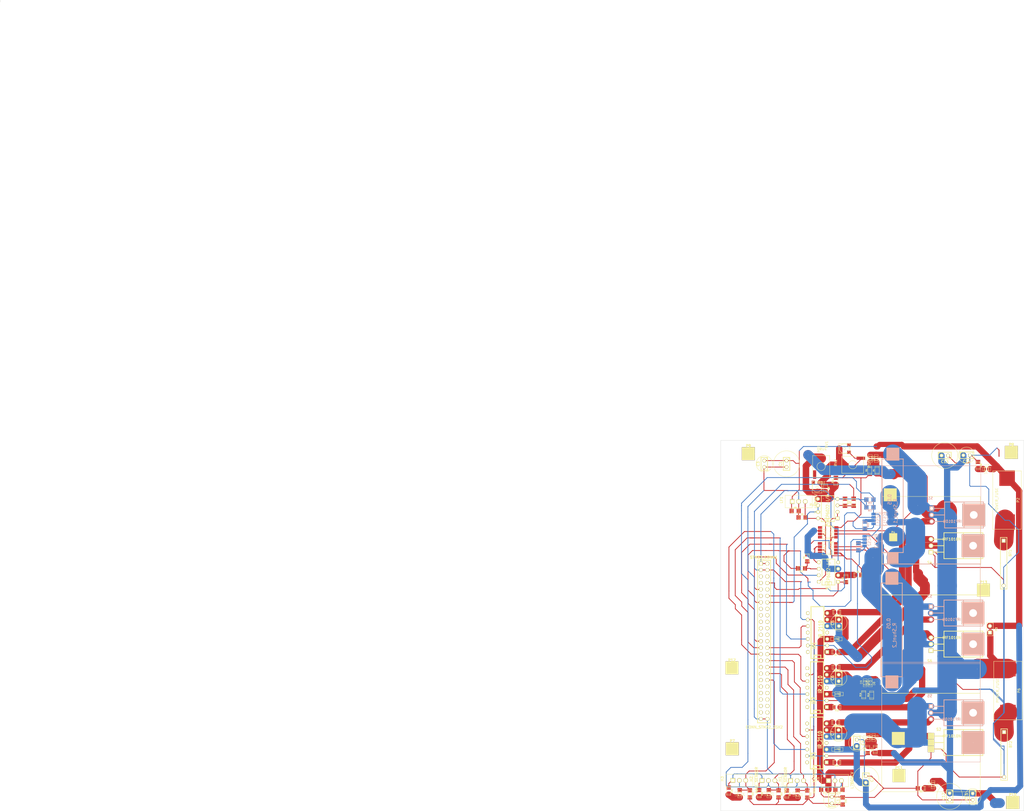
<source format=kicad_pcb>
(kicad_pcb (version 3) (host pcbnew "(22-Jun-2014 BZR 4027)-stable")
  (layers (15 F.Cu signal) (0 B.Cu signal hide) (18 B.Paste user) (19 F.Paste user) (20 B.SilkS user) (21 F.SilkS user) (22 B.Mask user) (23 F.Mask user) (28 Edge.Cuts user))
  (net 0 "")
  (net 1 +3.3V)
  (net 2 +48V)
  (net 3 +5V)
  (net 4 GND)
  (net 5 N-000001)
  (net 6 N-0000010)
  (net 7 N-00000100)
  (net 8 N-00000103)
  (net 9 N-00000104)
  (net 10 N-00000107)
  (net 11 N-0000011)
  (net 12 N-00000110)
  (net 13 N-00000111)
  (net 14 N-00000116)
  (net 15 N-00000117)
  (net 16 N-00000118)
  (net 17 N-0000012)
  (net 18 N-0000013)
  (net 19 N-0000014)
  (net 20 N-0000015)
  (net 21 N-0000017)
  (net 22 N-0000018)
  (net 23 N-0000019)
  (net 24 N-000002)
  (net 25 N-0000020)
  (net 26 N-0000021)
  (net 27 N-0000022)
  (net 28 N-0000026)
  (net 29 N-0000028)
  (net 30 N-0000029)
  (net 31 N-000003)
  (net 32 N-0000030)
  (net 33 N-0000031)
  (net 34 N-0000032)
  (net 35 N-0000033)
  (net 36 N-0000034)
  (net 37 N-0000035)
  (net 38 N-0000036)
  (net 39 N-0000037)
  (net 40 N-0000038)
  (net 41 N-000004)
  (net 42 N-0000040)
  (net 43 N-0000044)
  (net 44 N-000005)
  (net 45 N-000006)
  (net 46 N-0000068)
  (net 47 N-000007)
  (net 48 N-0000074)
  (net 49 N-0000076)
  (net 50 N-000008)
  (net 51 N-0000081)
  (net 52 N-0000082)
  (net 53 N-0000083)
  (net 54 N-0000084)
  (net 55 N-0000085)
  (net 56 N-0000086)
  (net 57 N-0000088)
  (net 58 N-000009)
  (net 59 N-0000097)
  (net 60 VCC)
  (net 61 VDD)
  (module R_1206 (layer F.Cu) (at 205.994 118.6688 90)
    (fp_text reference R9 (at 0.0254 -1.2954 90) (layer F.SilkS) (effects (font (size 0.50038 0.50038) (thickness 0.11938))))
    (fp_text value 1k hide)
    (pad 1 smd rect (at 1.397 0 90) (size 1.6002 1.8034) (layers F.Cu F.Paste F.Mask) (net 40 N-0000038))
    (pad 2 smd rect (at -1.397 0 90) (size 1.6002 1.8034) (layers F.Cu F.Paste F.Mask) (net 21 N-0000017))
  )
  (module fuse_holder_SMD (layer F.Cu) (at 269.5702 162.6108 270)
    (fp_text reference P6 (at 0 -4.318 270) (layer F.SilkS))
    (fp_text value POWER_FUSE (at 0 4.064 270) (layer F.SilkS))
    (pad 2 smd rect (at 8.636 0 270) (size 6.096 6.096) (layers F.Cu F.Paste F.Mask) (net 18 N-0000013))
    (pad 1 smd rect (at -8.636 0 270) (size 6.096 6.096) (layers F.Cu F.Paste F.Mask) (net 2 +48V))
  )
  (module TO220_Big_Heat_Sink_Drain_Sink (layer F.Cu) (at 239.395 183.007)
    (fp_text reference S2 (at 3.0226 -5.1562) (layer F.SilkS) (effects (font (size 1.016 1.016) (thickness 0.2032))))
    (fp_text value IRF1010N (at 8.128 -2.54) (layer F.SilkS) (effects (font (size 1.016 1.016) (thickness 0.2032))))
    (pad 1 thru_hole rect (at 0 2.54) (size 2.4638 2.4638) (drill 0.127) (layers *.Cu *.Mask F.SilkS) (net 4 GND))
    (pad 2 thru_hole rect (at 0 -2.54) (size 2.4638 2.4638) (drill 0.127) (layers *.Cu *.Mask F.SilkS) (net 12 N-00000110))
    (pad 3 thru_hole rect (at 0 0) (size 2.4638 2.4638) (drill 0.127) (layers *.Cu *.Mask F.SilkS) (net 49 N-0000076))
    (pad 3 thru_hole rect (at 16.51 0) (size 8.89 8.89) (drill 0.127) (layers *.Cu *.SilkS *.Mask) (net 49 N-0000076))
  )
  (module R_Shunt (layer B.Cu) (at 224.4344 89.9414 270)
    (fp_text reference R_Shunt_1 (at 2.286 -1.016 270) (layer B.SilkS) (effects (font (size 1.397 1.27) (thickness 0.2032)) (justify mirror)))
    (fp_text value 0.05 (at -2.286 1.27 270) (layer B.SilkS) (effects (font (size 1.397 1.27) (thickness 0.2032)) (justify mirror)))
    (pad 1 thru_hole rect (at -20.066 0 270) (size 5.08 5.08) (drill 0.127) (layers *.Cu *.Mask B.SilkS) (net 48 N-0000074))
    (pad 2 thru_hole rect (at 20.574 0 270) (size 4.445 4.445) (drill 0.127) (layers *.Cu *.Mask B.SilkS) (net 34 N-0000032))
  )
  (module R_Shunt (layer B.Cu) (at 224.0534 138.6332 270)
    (fp_text reference R_Shunt_2 (at 2.286 -1.016 270) (layer B.SilkS) (effects (font (size 1.397 1.27) (thickness 0.2032)) (justify mirror)))
    (fp_text value 0.05 (at -2.286 1.27 270) (layer B.SilkS) (effects (font (size 1.397 1.27) (thickness 0.2032)) (justify mirror)))
    (pad 1 thru_hole rect (at -20.066 0 270) (size 5.08 5.08) (drill 0.127) (layers *.Cu *.Mask B.SilkS) (net 46 N-0000068))
    (pad 2 thru_hole rect (at 20.574 0 270) (size 5.08 5.08) (drill 0.127) (layers *.Cu *.Mask B.SilkS) (net 53 N-0000083))
  )
  (module PIN_ARRAY_1 (layer F.Cu) (at 223.4184 85.8266)
    (fp_text reference P1 (at 0 -1.905) (layer F.SilkS) (effects (font (size 0.762 0.762) (thickness 0.1524))))
    (fp_text value CONN_1 hide)
    (pad 1 thru_hole rect (at 0 0) (size 5.08 5.08) (drill 0.127) (layers *.Cu *.Mask F.SilkS) (net 51 N-0000081))
  )
  (module PIN_ARRAY_1 (layer F.Cu) (at 224.5614 102.4636)
    (fp_text reference P4 (at 0 -1.905) (layer F.SilkS) (effects (font (size 0.762 0.762) (thickness 0.1524))))
    (fp_text value CONN_1 hide)
    (pad 1 thru_hole rect (at 0 0) (size 3.175 3.175) (drill 0.127) (layers *.Cu *.Mask F.SilkS) (net 52 N-0000082))
  )
  (module PIN_ARRAY_1 (layer F.Cu) (at 226.568 181.3814 90)
    (fp_text reference P5 (at 0 -1.905 90) (layer F.SilkS) (effects (font (size 0.762 0.762) (thickness 0.1524))))
    (fp_text value CONN_1 hide)
    (pad 1 thru_hole rect (at 0 0 90) (size 5.08 5.08) (drill 0.127) (layers *.Cu *.Mask F.SilkS) (net 49 N-0000076))
  )
  (module 1pin (layer F.Cu) (at 161.3154 153.6954)
    (fp_text reference P12 (at 0 -3.048) (layer F.SilkS) (effects (font (size 1.016 1.016) (thickness 0.254))))
    (fp_text value CONN_1 hide)
    (pad 1 thru_hole rect (at 0 0) (size 5.08 5.08) (drill 0.127) (layers *.Cu *.Mask F.SilkS))
  )
  (module 1pin (layer F.Cu) (at 161.4424 185.4454)
    (fp_text reference P7 (at 0 -3.048) (layer F.SilkS) (effects (font (size 1.016 1.016) (thickness 0.254))))
    (fp_text value CONN_1 hide)
    (pad 1 thru_hole rect (at 0 0) (size 5.08 5.08) (drill 0.127) (layers *.Cu *.Mask F.SilkS))
  )
  (module 1pin (layer F.Cu) (at 270.9164 69.1896)
    (fp_text reference P8 (at 0 -3.048) (layer F.SilkS) (effects (font (size 1.016 1.016) (thickness 0.254))))
    (fp_text value CONN_1 hide)
    (pad 1 thru_hole rect (at 0 0) (size 5.08 5.08) (drill 0.127) (layers *.Cu *.Mask F.SilkS))
  )
  (module 1pin (layer F.Cu) (at 167.7543 69.6976)
    (fp_text reference P9 (at 0 -3.048) (layer F.SilkS) (effects (font (size 1.016 1.016) (thickness 0.254))))
    (fp_text value CONN_1 hide)
    (pad 1 thru_hole rect (at 0 0) (size 5.08 5.08) (drill 0.127) (layers *.Cu *.Mask F.SilkS))
  )
  (module 1pin (layer F.Cu) (at 271.4498 206.502)
    (fp_text reference P10 (at 0 -3.048) (layer F.SilkS) (effects (font (size 1.016 1.016) (thickness 0.254))))
    (fp_text value CONN_1 hide)
    (pad 1 thru_hole rect (at 0 0) (size 5.08 5.08) (drill 0.127) (layers *.Cu *.Mask F.SilkS))
  )
  (module 1pin (layer F.Cu) (at 226.822 195.961)
    (fp_text reference P11 (at 0 -3.048) (layer F.SilkS) (effects (font (size 1.016 1.016) (thickness 0.254))))
    (fp_text value CONN_1 hide)
    (pad 1 thru_hole rect (at 0 0) (size 5.08 5.08) (drill 0.127) (layers *.Cu *.Mask F.SilkS))
  )
  (module 1pin (layer F.Cu) (at 259.969 123.19)
    (fp_text reference P13 (at 0 -3.048) (layer F.SilkS) (effects (font (size 1.016 1.016) (thickness 0.254))))
    (fp_text value CONN_1 hide)
    (pad 1 thru_hole rect (at 0 0) (size 5.08 5.08) (drill 0.127) (layers *.Cu *.Mask F.SilkS))
  )
  (module ACS712 (layer B.Cu) (at 220.0402 95.3008 270)
    (fp_text reference ACS1 (at 0 1.27 270) (layer B.SilkS) (effects (font (size 1.143 1.016) (thickness 0.127)) (justify mirror)))
    (fp_text value ACS712 (at 0 -1.27 270) (layer B.SilkS) (effects (font (size 1.016 1.016) (thickness 0.127)) (justify mirror)))
    (pad 8 smd rect (at -1.905 3.175 270) (size 1.016 1.651) (layers B.Cu B.Paste B.Mask) (net 3 +5V))
    (pad 7 smd rect (at -0.635 3.175 270) (size 1.016 1.651) (layers B.Cu B.Paste B.Mask) (net 43 N-0000044))
    (pad 6 smd rect (at 0.635 3.175 270) (size 1.016 1.651) (layers B.Cu B.Paste B.Mask) (net 20 N-0000015))
    (pad 5 smd rect (at 1.905 3.175 270) (size 1.016 1.651) (layers B.Cu B.Paste B.Mask) (net 4 GND))
    (pad 4 smd rect (at 1.905 -3.175 270) (size 1.016 1.651) (layers B.Cu B.Paste B.Mask) (net 34 N-0000032))
    (pad 3 smd rect (at 0.635 -3.175 270) (size 1.016 1.651) (layers B.Cu B.Paste B.Mask) (net 34 N-0000032))
    (pad 2 smd rect (at -0.635 -3.175 270) (size 1.016 1.651) (layers B.Cu B.Paste B.Mask) (net 51 N-0000081))
    (pad 1 smd rect (at -1.905 -3.175 270) (size 1.016 1.651) (layers B.Cu B.Paste B.Mask) (net 51 N-0000081))
  )
  (module ACS712 (layer B.Cu) (at 216.535 103.9876 270)
    (fp_text reference ACS2 (at 0 1.27 270) (layer B.SilkS) (effects (font (size 1.143 1.016) (thickness 0.127)) (justify mirror)))
    (fp_text value ACS712 (at 0 -1.27 270) (layer B.SilkS) (effects (font (size 1.016 1.016) (thickness 0.127)) (justify mirror)))
    (pad 8 smd rect (at -1.905 3.175 270) (size 1.016 1.651) (layers B.Cu B.Paste B.Mask) (net 3 +5V))
    (pad 7 smd rect (at -0.635 3.175 270) (size 1.016 1.651) (layers B.Cu B.Paste B.Mask) (net 57 N-0000088))
    (pad 6 smd rect (at 0.635 3.175 270) (size 1.016 1.651) (layers B.Cu B.Paste B.Mask) (net 54 N-0000084))
    (pad 5 smd rect (at 1.905 3.175 270) (size 1.016 1.651) (layers B.Cu B.Paste B.Mask) (net 4 GND))
    (pad 4 smd rect (at 1.905 -3.175 270) (size 1.016 1.651) (layers B.Cu B.Paste B.Mask) (net 53 N-0000083))
    (pad 3 smd rect (at 0.635 -3.175 270) (size 1.016 1.651) (layers B.Cu B.Paste B.Mask) (net 53 N-0000083))
    (pad 2 smd rect (at -0.635 -3.175 270) (size 1.016 1.651) (layers B.Cu B.Paste B.Mask) (net 52 N-0000082))
    (pad 1 smd rect (at -1.905 -3.175 270) (size 1.016 1.651) (layers B.Cu B.Paste B.Mask) (net 52 N-0000082))
  )
  (module c_1206 (layer B.Cu) (at 215.4428 87.7316)
    (fp_text reference C20 (at 0.0254 1.2954) (layer B.SilkS) (effects (font (size 0.50038 0.50038) (thickness 0.11938)) (justify mirror)))
    (fp_text value 0.1uF hide)
    (pad 1 smd rect (at 1.397 0) (size 1.6002 1.8034) (layers B.Cu B.Paste B.Mask) (net 3 +5V))
    (pad 2 smd rect (at -1.397 0) (size 1.6002 1.8034) (layers B.Cu B.Paste B.Mask) (net 4 GND))
  )
  (module c_1206 (layer B.Cu) (at 215.4428 90.7288)
    (fp_text reference C18 (at 0.0254 1.2954) (layer B.SilkS) (effects (font (size 0.50038 0.50038) (thickness 0.11938)) (justify mirror)))
    (fp_text value 0.1uF hide)
    (pad 1 smd rect (at 1.397 0) (size 1.6002 1.8034) (layers B.Cu B.Paste B.Mask) (net 3 +5V))
    (pad 2 smd rect (at -1.397 0) (size 1.6002 1.8034) (layers B.Cu B.Paste B.Mask) (net 4 GND))
  )
  (module c_1206 (layer B.Cu) (at 213.4616 97.7138 90)
    (fp_text reference C19 (at 0.0254 1.2954 90) (layer B.SilkS) (effects (font (size 0.50038 0.50038) (thickness 0.11938)) (justify mirror)))
    (fp_text value 1nF hide)
    (pad 1 smd rect (at 1.397 0 90) (size 1.6002 1.8034) (layers B.Cu B.Paste B.Mask) (net 20 N-0000015))
    (pad 2 smd rect (at -1.397 0 90) (size 1.6002 1.8034) (layers B.Cu B.Paste B.Mask) (net 4 GND))
  )
  (module c_1206 (layer B.Cu) (at 210.9216 106.1974 90)
    (fp_text reference C21 (at 0.0254 1.2954 90) (layer B.SilkS) (effects (font (size 0.50038 0.50038) (thickness 0.11938)) (justify mirror)))
    (fp_text value 1nF hide)
    (pad 1 smd rect (at 1.397 0 90) (size 1.6002 1.8034) (layers B.Cu B.Paste B.Mask) (net 54 N-0000084))
    (pad 2 smd rect (at -1.397 0 90) (size 1.6002 1.8034) (layers B.Cu B.Paste B.Mask) (net 4 GND))
  )
  (module TO220_Big_Heat_Sink_Drain_Sink (layer B.Cu) (at 239.649 93.726)
    (fp_text reference S1 (at -0.508 -6.604) (layer B.SilkS) (effects (font (size 1.016 1.016) (thickness 0.2032)) (justify mirror)))
    (fp_text value IRF1010N (at 8.128 2.54) (layer B.SilkS) (effects (font (size 1.016 1.016) (thickness 0.2032)) (justify mirror)))
    (pad 1 thru_hole rect (at 0 -2.54) (size 1.778 1.778) (drill 1.143) (layers *.Cu *.Mask B.SilkS) (net 48 N-0000074))
    (pad 2 thru_hole circle (at 0 2.54) (size 1.778 1.778) (drill 1.143) (layers *.Cu *.Mask B.SilkS) (net 9 N-00000104))
    (pad 3 thru_hole circle (at 0 0) (size 1.778 1.778) (drill 1.143) (layers *.Cu *.Mask B.SilkS) (net 2 +48V))
    (pad 3 thru_hole rect (at 16.51 0) (size 8.89 8.89) (drill 3.048) (layers *.Cu *.SilkS *.Mask) (net 2 +48V))
  )
  (module TO220_Big_Heat_Sink_Drain_Sink (layer B.Cu) (at 239.395 132.207)
    (fp_text reference S3 (at -0.508 -6.604) (layer B.SilkS) (effects (font (size 1.016 1.016) (thickness 0.2032)) (justify mirror)))
    (fp_text value IRF1010N (at 8.128 2.54) (layer B.SilkS) (effects (font (size 1.016 1.016) (thickness 0.2032)) (justify mirror)))
    (pad 1 thru_hole rect (at 0 -2.54) (size 1.778 1.778) (drill 1.143) (layers *.Cu *.Mask B.SilkS) (net 46 N-0000068))
    (pad 2 thru_hole circle (at 0 2.54) (size 1.778 1.778) (drill 1.143) (layers *.Cu *.Mask B.SilkS) (net 59 N-0000097))
    (pad 3 thru_hole circle (at 0 0) (size 1.778 1.778) (drill 1.143) (layers *.Cu *.Mask B.SilkS) (net 2 +48V))
    (pad 3 thru_hole rect (at 16.51 0) (size 8.89 8.89) (drill 3.048) (layers *.Cu *.SilkS *.Mask) (net 2 +48V))
  )
  (module TO220_Big_Heat_Sink_Drain_Sink (layer B.Cu) (at 239.395 171.323)
    (fp_text reference S5 (at -0.508 -6.604) (layer B.SilkS) (effects (font (size 1.016 1.016) (thickness 0.2032)) (justify mirror)))
    (fp_text value IRF1010N (at 8.128 2.54) (layer B.SilkS) (effects (font (size 1.016 1.016) (thickness 0.2032)) (justify mirror)))
    (pad 1 thru_hole rect (at 0 -2.54) (size 1.778 1.778) (drill 1.143) (layers *.Cu *.Mask B.SilkS) (net 49 N-0000076))
    (pad 2 thru_hole circle (at 0 2.54) (size 1.778 1.778) (drill 1.143) (layers *.Cu *.Mask B.SilkS) (net 13 N-00000111))
    (pad 3 thru_hole circle (at 0 0) (size 1.778 1.778) (drill 1.143) (layers *.Cu *.Mask B.SilkS) (net 2 +48V))
    (pad 3 thru_hole rect (at 16.51 0) (size 8.89 8.89) (drill 3.048) (layers *.Cu *.SilkS *.Mask) (net 2 +48V))
  )
  (module 6mm_C (layer F.Cu) (at 174.0154 73.6854 270)
    (fp_text reference C3 (at 0 2.413 270) (layer F.SilkS) (effects (font (size 1.016 1.016) (thickness 0.2032))))
    (fp_text value 100uF hide)
    (pad 1 thru_hole circle (at -1.27 0 270) (size 1.397 1.397) (drill 0.8128) (layers *.Cu *.Mask F.SilkS) (net 60 VCC))
    (pad 2 thru_hole circle (at 1.27 0 270) (size 1.397 1.397) (drill 0.8128) (layers *.Cu *.Mask F.SilkS) (net 4 GND))
  )
  (module 10mm_C (layer F.Cu) (at 182.7276 73.6854 270)
    (fp_text reference C1 (at 0 2.413 270) (layer F.SilkS) (effects (font (size 1.016 1.016) (thickness 0.2032))))
    (fp_text value 1000uF hide)
    (pad 1 thru_hole circle (at -1.27 0 270) (size 1.397 1.397) (drill 0.8128) (layers *.Cu *.Mask F.SilkS) (net 60 VCC))
    (pad 2 thru_hole circle (at 1.27 0 270) (size 1.397 1.397) (drill 0.8128) (layers *.Cu *.Mask F.SilkS) (net 4 GND))
  )
  (module 10mm_C (layer F.Cu) (at 244.7798 70.4088)
    (fp_text reference C13 (at 0 2.413) (layer F.SilkS) (effects (font (size 1.016 1.016) (thickness 0.2032))))
    (fp_text value 1000uF hide)
    (pad 1 thru_hole circle (at -1.27 0) (size 1.397 1.397) (drill 0.8128) (layers *.Cu *.Mask F.SilkS) (net 2 +48V))
    (pad 2 thru_hole circle (at 1.27 0) (size 1.397 1.397) (drill 0.8128) (layers *.Cu *.Mask F.SilkS) (net 4 GND))
  )
  (module 6mm_C (layer F.Cu) (at 253.3396 70.3072)
    (fp_text reference C14 (at 0 2.413) (layer F.SilkS) (effects (font (size 1.016 1.016) (thickness 0.2032))))
    (fp_text value 100uF hide)
    (pad 1 thru_hole circle (at -1.27 0) (size 1.397 1.397) (drill 0.8128) (layers *.Cu *.Mask F.SilkS) (net 2 +48V))
    (pad 2 thru_hole circle (at 1.27 0) (size 1.397 1.397) (drill 0.8128) (layers *.Cu *.Mask F.SilkS) (net 4 GND))
  )
  (module 6mm_C (layer F.Cu) (at 255.76276 204.2414 270)
    (fp_text reference C15 (at 0 2.413 270) (layer F.SilkS) (effects (font (size 1.016 1.016) (thickness 0.2032))))
    (fp_text value 100uF hide)
    (pad 1 thru_hole circle (at -1.27 0 270) (size 1.397 1.397) (drill 0.8128) (layers *.Cu *.Mask F.SilkS) (net 2 +48V))
    (pad 2 thru_hole circle (at 1.27 0 270) (size 1.397 1.397) (drill 0.8128) (layers *.Cu *.Mask F.SilkS) (net 4 GND))
  )
  (module 10mm_C (layer F.Cu) (at 246.7102 204.12964 270)
    (fp_text reference C12 (at 0 2.413 270) (layer F.SilkS) (effects (font (size 1.016 1.016) (thickness 0.2032))))
    (fp_text value 1000uF hide)
    (pad 1 thru_hole circle (at -1.27 0 270) (size 1.397 1.397) (drill 0.8128) (layers *.Cu *.Mask F.SilkS) (net 2 +48V))
    (pad 2 thru_hole circle (at 1.27 0 270) (size 1.397 1.397) (drill 0.8128) (layers *.Cu *.Mask F.SilkS) (net 4 GND))
  )
  (module 10mm_C (layer F.Cu) (at 213.8426 197.4596 90)
    (fp_text reference C2 (at 0 2.413 90) (layer F.SilkS) (effects (font (size 1.016 1.016) (thickness 0.2032))))
    (fp_text value 1000uF hide)
    (pad 1 thru_hole circle (at -1.27 0 90) (size 1.397 1.397) (drill 0.8128) (layers *.Cu *.Mask F.SilkS) (net 60 VCC))
    (pad 2 thru_hole circle (at 1.27 0 90) (size 1.397 1.397) (drill 0.8128) (layers *.Cu *.Mask F.SilkS) (net 4 GND))
  )
  (module 6mm_C (layer F.Cu) (at 200.5076 205.5876 90)
    (fp_text reference C17 (at 0 2.413 90) (layer F.SilkS) (effects (font (size 1.016 1.016) (thickness 0.2032))))
    (fp_text value 100uF hide)
    (pad 1 thru_hole circle (at -1.27 0 90) (size 1.397 1.397) (drill 0.8128) (layers *.Cu *.Mask F.SilkS) (net 61 VDD))
    (pad 2 thru_hole circle (at 1.27 0 90) (size 1.397 1.397) (drill 0.8128) (layers *.Cu *.Mask F.SilkS) (net 4 GND))
  )
  (module 6mm_C (layer F.Cu) (at 210.2866 183.134 90)
    (fp_text reference C4 (at 0 2.413 90) (layer F.SilkS) (effects (font (size 1.016 1.016) (thickness 0.2032))))
    (fp_text value 100uF hide)
    (pad 1 thru_hole circle (at -1.27 0 90) (size 1.397 1.397) (drill 0.8128) (layers *.Cu *.Mask F.SilkS) (net 60 VCC))
    (pad 2 thru_hole circle (at 1.27 0 90) (size 1.397 1.397) (drill 0.8128) (layers *.Cu *.Mask F.SilkS) (net 4 GND))
  )
  (module 6mm_C (layer F.Cu) (at 203.1238 179.3494 270)
    (fp_text reference C7 (at 0 2.413 270) (layer F.SilkS) (effects (font (size 1.016 1.016) (thickness 0.2032))))
    (fp_text value 100u hide)
    (pad 1 thru_hole circle (at -1.27 0 270) (size 1.397 1.397) (drill 0.8128) (layers *.Cu *.Mask F.SilkS) (net 37 N-0000035))
    (pad 2 thru_hole circle (at 1.27 0 270) (size 1.397 1.397) (drill 0.8128) (layers *.Cu *.Mask F.SilkS) (net 49 N-0000076))
  )
  (module 6mm_C (layer F.Cu) (at 203.2 157.6578 270)
    (fp_text reference C6 (at 0 2.413 270) (layer F.SilkS) (effects (font (size 1.016 1.016) (thickness 0.2032))))
    (fp_text value 100uF hide)
    (pad 1 thru_hole circle (at -1.27 0 270) (size 1.397 1.397) (drill 0.8128) (layers *.Cu *.Mask F.SilkS) (net 33 N-0000031))
    (pad 2 thru_hole circle (at 1.27 0 270) (size 1.397 1.397) (drill 0.8128) (layers *.Cu *.Mask F.SilkS) (net 46 N-0000068))
  )
  (module 6mm_C (layer F.Cu) (at 203.2508 136.0424 270)
    (fp_text reference C5 (at 0 2.413 270) (layer F.SilkS) (effects (font (size 1.016 1.016) (thickness 0.2032))))
    (fp_text value 100uF hide)
    (pad 1 thru_hole circle (at -1.27 0 270) (size 1.397 1.397) (drill 0.8128) (layers *.Cu *.Mask F.SilkS) (net 47 N-000007))
    (pad 2 thru_hole circle (at 1.27 0 270) (size 1.397 1.397) (drill 0.8128) (layers *.Cu *.Mask F.SilkS) (net 48 N-0000074))
  )
  (module Trimmer_20K_1.5mmW_4.5mmL_3.8mmH (layer F.Cu) (at 205.4098 67.7164 90)
    (fp_text reference RV1 (at 1.5875 -6.9342 90) (layer F.SilkS))
    (fp_text value POT (at -0.254 -9.9568 90) (layer F.SilkS))
    (pad 1 smd rect (at 0 -2.0066 90) (size 2.3876 1.0922) (layers F.Cu F.Paste F.Mask) (net 28 N-0000026))
    (pad 2 smd rect (at -1.4478 1.8034 90) (size 1.2954 1.4986) (layers F.Cu F.Paste F.Mask) (net 4 GND))
    (pad 3 smd rect (at 1.4478 1.8034 90) (size 1.2954 1.4986) (layers F.Cu F.Paste F.Mask))
  )
  (module Trimmer_100K_5.21mmW_6.71mmL (layer F.Cu) (at 208.6864 74.041 90)
    (fp_text reference RV2 (at 0.762 -6.6802 90) (layer F.SilkS))
    (fp_text value POT (at 0.2286 6.477 90) (layer F.SilkS))
    (pad 1 smd rect (at 0 -3.1877 90) (size 1.2192 3.3274) (layers F.Cu F.Paste F.Mask) (net 28 N-0000026))
    (pad 2 smd rect (at 2.54 3.1877 90) (size 1.2192 3.3274) (layers F.Cu F.Paste F.Mask) (net 4 GND))
    (pad 3 smd rect (at -2.54 3.1877 90) (size 1.2192 3.3274) (layers F.Cu F.Paste F.Mask))
  )
  (module Trimmer_100K_5.21mmW_6.71mmL (layer F.Cu) (at 196.2912 74.7014)
    (fp_text reference RV4 (at 0.762 -6.6802) (layer F.SilkS))
    (fp_text value POT (at 0.2286 6.477) (layer F.SilkS))
    (pad 1 smd rect (at 0 -3.1877) (size 1.2192 3.3274) (layers F.Cu F.Paste F.Mask) (net 2 +48V))
    (pad 2 smd rect (at 2.54 3.1877) (size 1.2192 3.3274) (layers F.Cu F.Paste F.Mask) (net 28 N-0000026))
    (pad 3 smd rect (at -2.54 3.1877) (size 1.2192 3.3274) (layers F.Cu F.Paste F.Mask))
  )
  (module Trimmer_20K_1.5mmW_4.5mmL_3.8mmH (layer F.Cu) (at 194.691 82.8294 180)
    (fp_text reference RV3 (at 1.5875 -6.9342 180) (layer F.SilkS))
    (fp_text value POT (at -0.254 -9.9568 180) (layer F.SilkS))
    (pad 1 smd rect (at 0 -2.0066 180) (size 2.3876 1.0922) (layers F.Cu F.Paste F.Mask) (net 2 +48V))
    (pad 2 smd rect (at -1.4478 1.8034 180) (size 1.2954 1.4986) (layers F.Cu F.Paste F.Mask) (net 28 N-0000026))
    (pad 3 smd rect (at 1.4478 1.8034 180) (size 1.2954 1.4986) (layers F.Cu F.Paste F.Mask))
  )
  (module R_1206 (layer F.Cu) (at 198.0438 83.1342 270)
    (fp_text reference R6 (at 0.0254 -1.2954 270) (layer F.SilkS) (effects (font (size 0.50038 0.50038) (thickness 0.11938))))
    (fp_text value 3.9k hide)
    (pad 1 smd rect (at 1.397 0 270) (size 1.6002 1.8034) (layers F.Cu F.Paste F.Mask) (net 2 +48V))
    (pad 2 smd rect (at -1.397 0 270) (size 1.6002 1.8034) (layers F.Cu F.Paste F.Mask) (net 28 N-0000026))
  )
  (module R_1206 (layer F.Cu) (at 202.0824 80.5434 90)
    (fp_text reference R10 (at 0.0254 -1.2954 90) (layer F.SilkS) (effects (font (size 0.50038 0.50038) (thickness 0.11938))))
    (fp_text value 1k hide)
    (pad 1 smd rect (at 1.397 0 90) (size 1.6002 1.8034) (layers F.Cu F.Paste F.Mask) (net 4 GND))
    (pad 2 smd rect (at -1.397 0 90) (size 1.6002 1.8034) (layers F.Cu F.Paste F.Mask) (net 28 N-0000026))
  )
  (module R_1206 (layer F.Cu) (at 209.0674 88.7476 90)
    (fp_text reference R7 (at 0.0254 -1.2954 90) (layer F.SilkS) (effects (font (size 0.50038 0.50038) (thickness 0.11938))))
    (fp_text value 1k hide)
    (pad 1 smd rect (at 1.397 0 90) (size 1.6002 1.8034) (layers F.Cu F.Paste F.Mask) (net 61 VDD))
    (pad 2 smd rect (at -1.397 0 90) (size 1.6002 1.8034) (layers F.Cu F.Paste F.Mask) (net 29 N-0000028))
  )
  (module R_1206 (layer F.Cu) (at 205.6638 88.7476 270)
    (fp_text reference R12 (at 0.0254 -1.2954 270) (layer F.SilkS) (effects (font (size 0.50038 0.50038) (thickness 0.11938))))
    (fp_text value 1k hide)
    (pad 1 smd rect (at 1.397 0 270) (size 1.6002 1.8034) (layers F.Cu F.Paste F.Mask) (net 29 N-0000028))
    (pad 2 smd rect (at -1.397 0 270) (size 1.6002 1.8034) (layers F.Cu F.Paste F.Mask) (net 4 GND))
  )
  (module DIP-8__300 (layer F.Cu) (at 198.9074 91.2622 90)
    (fp_text reference M2 (at -6.35 0 180) (layer F.SilkS) (effects (font (size 1.27 1.143) (thickness 0.2032))))
    (fp_text value MCP6022-I/P (at 0 0 90) (layer F.SilkS) (effects (font (size 1.27 1.016) (thickness 0.2032))))
    (pad 1 thru_hole rect (at -3.81 3.81 90) (size 1.397 1.397) (drill 0.8128) (layers *.Cu *.Mask F.SilkS) (net 7 N-00000100))
    (pad 2 thru_hole circle (at -1.27 3.81 90) (size 1.397 1.397) (drill 0.8128) (layers *.Cu *.Mask F.SilkS) (net 7 N-00000100))
    (pad 3 thru_hole circle (at 1.27 3.81 90) (size 1.397 1.397) (drill 0.8128) (layers *.Cu *.Mask F.SilkS) (net 29 N-0000028))
    (pad 4 thru_hole circle (at 3.81 3.81 90) (size 1.397 1.397) (drill 0.8128) (layers *.Cu *.Mask F.SilkS) (net 4 GND))
    (pad 5 thru_hole circle (at 3.81 -3.81 90) (size 1.397 1.397) (drill 0.8128) (layers *.Cu *.Mask F.SilkS) (net 28 N-0000026))
    (pad 6 thru_hole circle (at 1.27 -3.81 90) (size 1.397 1.397) (drill 0.8128) (layers *.Cu *.Mask F.SilkS) (net 50 N-000008))
    (pad 7 thru_hole circle (at -1.27 -3.81 90) (size 1.397 1.397) (drill 0.8128) (layers *.Cu *.Mask F.SilkS) (net 50 N-000008))
    (pad 8 thru_hole circle (at -3.81 -3.81 90) (size 1.397 1.397) (drill 0.8128) (layers *.Cu *.Mask F.SilkS) (net 1 +3.3V))
  )
  (module c_1206 (layer F.Cu) (at 186.1058 92.1512)
    (fp_text reference C8 (at 0.0254 -1.2954) (layer F.SilkS) (effects (font (size 0.50038 0.50038) (thickness 0.11938))))
    (fp_text value 0.1uF hide)
    (pad 1 smd rect (at 1.397 0) (size 1.6002 1.8034) (layers F.Cu F.Paste F.Mask) (net 4 GND))
    (pad 2 smd rect (at -1.397 0) (size 1.6002 1.8034) (layers F.Cu F.Paste F.Mask) (net 60 VCC))
  )
  (module c_1206 (layer F.Cu) (at 188.8236 94.6912)
    (fp_text reference C9 (at 0.0254 -1.2954) (layer F.SilkS) (effects (font (size 0.50038 0.50038) (thickness 0.11938))))
    (fp_text value 2.2uF hide)
    (pad 1 smd rect (at 1.397 0) (size 1.6002 1.8034) (layers F.Cu F.Paste F.Mask) (net 1 +3.3V))
    (pad 2 smd rect (at -1.397 0) (size 1.6002 1.8034) (layers F.Cu F.Paste F.Mask) (net 4 GND))
  )
  (module TO220_small_Heatsink_stand_reduced_area (layer F.Cu) (at 187.5028 88.4682 270)
    (fp_text reference LF1 (at -0.635 6.731 270) (layer F.SilkS) (effects (font (size 1.016 1.016) (thickness 0.2032))))
    (fp_text value LF33CV (at -0.127 -6.731 270) (layer F.SilkS) (effects (font (size 1.016 1.016) (thickness 0.2032))))
    (pad 1 thru_hole rect (at 0 2.54 270) (size 1.778 1.778) (drill 1.143) (layers *.Cu *.Mask F.SilkS) (net 60 VCC))
    (pad 2 thru_hole circle (at 0 -2.54 270) (size 1.778 1.778) (drill 1.143) (layers *.Cu *.Mask F.SilkS) (net 1 +3.3V))
    (pad 3 thru_hole circle (at 0 0 270) (size 1.778 1.778) (drill 1.143) (layers *.Cu *.Mask F.SilkS) (net 4 GND))
  )
  (module R_1206 (layer F.Cu) (at 218.2368 76.2254 90)
    (fp_text reference R1 (at 0.0254 -1.2954 90) (layer F.SilkS) (effects (font (size 0.50038 0.50038) (thickness 0.11938))))
    (fp_text value 1k hide)
    (pad 1 smd rect (at 1.397 0 90) (size 1.6002 1.8034) (layers F.Cu F.Paste F.Mask) (net 26 N-0000021))
    (pad 2 smd rect (at -1.397 0 90) (size 1.6002 1.8034) (layers F.Cu F.Paste F.Mask) (net 2 +48V))
  )
  (module R_1206 (layer F.Cu) (at 215.3666 76.2762 90)
    (fp_text reference R3 (at 0.0254 -1.2954 90) (layer F.SilkS) (effects (font (size 0.50038 0.50038) (thickness 0.11938))))
    (fp_text value 1k hide)
    (pad 1 smd rect (at 1.397 0 90) (size 1.6002 1.8034) (layers F.Cu F.Paste F.Mask) (net 26 N-0000021))
    (pad 2 smd rect (at -1.397 0 90) (size 1.6002 1.8034) (layers F.Cu F.Paste F.Mask) (net 4 GND))
  )
  (module LED-1206 (layer F.Cu) (at 215.5952 71.5772 90)
    (fp_text reference D11 (at 0.254 -1.524 90) (layer F.SilkS) (effects (font (size 0.762 0.762) (thickness 0.0889))))
    (fp_text value LED (at 0 1.524 90) (layer F.SilkS) (effects (font (size 0.762 0.762) (thickness 0.0889))))
    (pad 1 smd rect (at -1.41986 0 90) (size 1.59766 1.80086) (layers F.Cu F.Paste F.Mask) (net 26 N-0000021))
    (pad 2 smd rect (at 1.41986 0 90) (size 1.59766 1.80086) (layers F.Cu F.Paste F.Mask) (net 48 N-0000074))
  )
  (module LED-1206 (layer F.Cu) (at 217.8812 71.5772 270)
    (fp_text reference D10 (at 0.254 -1.524 270) (layer F.SilkS) (effects (font (size 0.762 0.762) (thickness 0.0889))))
    (fp_text value LED (at 0 1.524 270) (layer F.SilkS) (effects (font (size 0.762 0.762) (thickness 0.0889))))
    (pad 1 smd rect (at -1.41986 0 270) (size 1.59766 1.80086) (layers F.Cu F.Paste F.Mask) (net 48 N-0000074))
    (pad 2 smd rect (at 1.41986 0 270) (size 1.59766 1.80086) (layers F.Cu F.Paste F.Mask) (net 26 N-0000021))
  )
  (module R_1206 (layer F.Cu) (at 257.81 74.3204 270)
    (fp_text reference R28 (at 0.0254 -1.2954 270) (layer F.SilkS) (effects (font (size 0.50038 0.50038) (thickness 0.11938))))
    (fp_text value R hide)
    (pad 1 smd rect (at 1.397 0 270) (size 1.6002 1.8034) (layers F.Cu F.Paste F.Mask) (net 56 N-0000086))
    (pad 2 smd rect (at -1.397 0 270) (size 1.6002 1.8034) (layers F.Cu F.Paste F.Mask) (net 4 GND))
  )
  (module LED-1206 (layer F.Cu) (at 261.1882 75.7174 180)
    (fp_text reference D1 (at 0.254 -1.524 180) (layer F.SilkS) (effects (font (size 0.762 0.762) (thickness 0.0889))))
    (fp_text value LED (at 0 1.524 180) (layer F.SilkS) (effects (font (size 0.762 0.762) (thickness 0.0889))))
    (pad 1 smd rect (at -1.41986 0 180) (size 1.59766 1.80086) (layers F.Cu F.Paste F.Mask) (net 60 VCC))
    (pad 2 smd rect (at 1.41986 0 180) (size 1.59766 1.80086) (layers F.Cu F.Paste F.Mask) (net 56 N-0000086))
  )
  (module fuse_holder_SMD (layer F.Cu) (at 269.24 87.9094 270)
    (fp_text reference P2 (at 0 -4.318 270) (layer F.SilkS))
    (fp_text value POWER_FUSE (at 0 4.064 270) (layer F.SilkS))
    (pad 2 smd rect (at 8.636 0 270) (size 6.096 6.096) (layers F.Cu F.Paste F.Mask) (net 19 N-0000014))
    (pad 1 smd rect (at -8.636 0 270) (size 6.096 6.096) (layers F.Cu F.Paste F.Mask) (net 60 VCC))
  )
  (module TO220_Big_Heat_Sink_Drain_Sink (layer F.Cu) (at 239.395 105.791)
    (fp_text reference S4 (at -0.508 6.604) (layer F.SilkS) (effects (font (size 1.016 1.016) (thickness 0.2032))))
    (fp_text value IRF1010N (at 8.128 -2.54) (layer F.SilkS) (effects (font (size 1.016 1.016) (thickness 0.2032))))
    (pad 1 thru_hole rect (at 0 2.54) (size 1.778 1.778) (drill 1.143) (layers *.Cu *.Mask F.SilkS) (net 4 GND))
    (pad 2 thru_hole circle (at 0 -2.54) (size 1.778 1.778) (drill 1.143) (layers *.Cu *.Mask F.SilkS) (net 10 N-00000107))
    (pad 3 thru_hole circle (at 0 0) (size 1.778 1.778) (drill 1.143) (layers *.Cu *.Mask F.SilkS) (net 48 N-0000074))
    (pad 3 thru_hole rect (at 16.51 0) (size 8.89 8.89) (drill 3.048) (layers *.Cu *.SilkS *.Mask) (net 48 N-0000074))
  )
  (module Battery_2x1 (layer F.Cu) (at 267.8938 113.3602 270)
    (fp_text reference BT1 (at -4.699 -2.54 270) (layer F.SilkS) (effects (font (size 1.016 1.016) (thickness 0.2032))))
    (fp_text value BATTERY_12V hide)
    (pad 1 thru_hole rect (at -9.525 0 270) (size 1.524 1.524) (drill 1.016) (layers *.Cu *.Mask F.SilkS) (net 19 N-0000014))
    (pad 2 thru_hole circle (at 8.128 0 270) (size 1.524 1.524) (drill 1.016) (layers *.Cu *.Mask F.SilkS) (net 4 GND))
  )
  (module TO220_Big_Heat_Sink_Drain_Sink (layer F.Cu) (at 239.395 144.399)
    (fp_text reference S6 (at -0.508 6.604) (layer F.SilkS) (effects (font (size 1.016 1.016) (thickness 0.2032))))
    (fp_text value IRF1010N (at 8.128 -2.54) (layer F.SilkS) (effects (font (size 1.016 1.016) (thickness 0.2032))))
    (pad 1 thru_hole rect (at 0 2.54) (size 1.778 1.778) (drill 1.143) (layers *.Cu *.Mask F.SilkS) (net 4 GND))
    (pad 2 thru_hole circle (at 0 -2.54) (size 1.778 1.778) (drill 1.143) (layers *.Cu *.Mask F.SilkS) (net 8 N-00000103))
    (pad 3 thru_hole circle (at 0 0) (size 1.778 1.778) (drill 1.143) (layers *.Cu *.Mask F.SilkS) (net 46 N-0000068))
    (pad 3 thru_hole rect (at 16.51 0) (size 8.89 8.89) (drill 3.048) (layers *.Cu *.SilkS *.Mask) (net 46 N-0000068))
  )
  (module pin_2 (layer F.Cu) (at 262.50392 138.55954 90)
    (fp_text reference P3 (at 0 2.54 90) (layer F.SilkS) (effects (font (size 0.762 0.762) (thickness 0.1524))))
    (fp_text value CONN_2 hide)
    (pad 1 thru_hole rect (at -1.27 0 90) (size 1.524 1.524) (drill 1.016) (layers *.Cu *.Mask F.SilkS) (net 2 +48V))
    (pad 2 thru_hole circle (at 1.27 0 90) (size 1.524 1.524) (drill 1.016) (layers *.Cu *.Mask F.SilkS) (net 60 VCC))
  )
  (module Battery_2x1 (layer F.Cu) (at 268.0716 188.4172 270)
    (fp_text reference BT2 (at -4.699 -2.54 270) (layer F.SilkS) (effects (font (size 1.016 1.016) (thickness 0.2032))))
    (fp_text value BATTERY_48 hide)
    (pad 1 thru_hole rect (at -9.525 0 270) (size 1.524 1.524) (drill 1.016) (layers *.Cu *.Mask F.SilkS) (net 18 N-0000013))
    (pad 2 thru_hole circle (at 8.128 0 270) (size 1.524 1.524) (drill 1.016) (layers *.Cu *.Mask F.SilkS) (net 4 GND))
  )
  (module R_1206 (layer F.Cu) (at 235.6104 200.9394 180)
    (fp_text reference R27 (at 0.0254 -1.2954 180) (layer F.SilkS) (effects (font (size 0.50038 0.50038) (thickness 0.11938))))
    (fp_text value R hide)
    (pad 1 smd rect (at 1.397 0 180) (size 1.6002 1.8034) (layers F.Cu F.Paste F.Mask) (net 4 GND))
    (pad 2 smd rect (at -1.397 0 180) (size 1.6002 1.8034) (layers F.Cu F.Paste F.Mask) (net 55 N-0000085))
  )
  (module LED-1206 (layer F.Cu) (at 240.1824 199.517 270)
    (fp_text reference D5 (at 0.254 -1.524 270) (layer F.SilkS) (effects (font (size 0.762 0.762) (thickness 0.0889))))
    (fp_text value LED (at 0 1.524 270) (layer F.SilkS) (effects (font (size 0.762 0.762) (thickness 0.0889))))
    (pad 1 smd rect (at -1.41986 0 270) (size 1.59766 1.80086) (layers F.Cu F.Paste F.Mask) (net 2 +48V))
    (pad 2 smd rect (at 1.41986 0 270) (size 1.59766 1.80086) (layers F.Cu F.Paste F.Mask) (net 55 N-0000085))
  )
  (module c_1206 (layer F.Cu) (at 204.7494 205.9178 270)
    (fp_text reference C16 (at 0.0254 -1.2954 270) (layer F.SilkS) (effects (font (size 0.50038 0.50038) (thickness 0.11938))))
    (fp_text value 10uF hide)
    (pad 1 smd rect (at 1.397 0 270) (size 1.6002 1.8034) (layers F.Cu F.Paste F.Mask) (net 61 VDD))
    (pad 2 smd rect (at -1.397 0 270) (size 1.6002 1.8034) (layers F.Cu F.Paste F.Mask) (net 4 GND))
  )
  (module c_1206 (layer F.Cu) (at 203.2889 201.5109 180)
    (fp_text reference C10 (at 0.0254 -1.2954 180) (layer F.SilkS) (effects (font (size 0.50038 0.50038) (thickness 0.11938))))
    (fp_text value 0.1uF hide)
    (pad 1 smd rect (at 1.397 0 180) (size 1.6002 1.8034) (layers F.Cu F.Paste F.Mask) (net 4 GND))
    (pad 2 smd rect (at -1.397 0 180) (size 1.6002 1.8034) (layers F.Cu F.Paste F.Mask) (net 3 +5V))
  )
  (module c_1206 (layer F.Cu) (at 197.7136 201.4982 180)
    (fp_text reference C11 (at 0.0254 -1.2954 180) (layer F.SilkS) (effects (font (size 0.50038 0.50038) (thickness 0.11938))))
    (fp_text value 0.33uF hide)
    (pad 1 smd rect (at 1.397 0 180) (size 1.6002 1.8034) (layers F.Cu F.Paste F.Mask) (net 4 GND))
    (pad 2 smd rect (at -1.397 0 180) (size 1.6002 1.8034) (layers F.Cu F.Paste F.Mask) (net 60 VCC))
  )
  (module TO220_small_Heatsink_stand_reduced_area (layer F.Cu) (at 201.7014 197.9422 270)
    (fp_text reference L1 (at -0.635 6.731 270) (layer F.SilkS) (effects (font (size 1.016 1.016) (thickness 0.2032))))
    (fp_text value L7805CV (at -0.127 -6.731 270) (layer F.SilkS) (effects (font (size 1.016 1.016) (thickness 0.2032))))
    (pad 1 thru_hole rect (at 0 2.54 270) (size 1.778 1.778) (drill 1.143) (layers *.Cu *.Mask F.SilkS) (net 60 VCC))
    (pad 2 thru_hole circle (at 0 -2.54 270) (size 1.778 1.778) (drill 1.143) (layers *.Cu *.Mask F.SilkS) (net 3 +5V))
    (pad 3 thru_hole circle (at 0 0 270) (size 1.778 1.778) (drill 1.143) (layers *.Cu *.Mask F.SilkS) (net 4 GND))
  )
  (module TO220_small_Heatsink_stand_reduced_area (layer F.Cu) (at 186.8805 197.9549 270)
    (fp_text reference H1 (at -0.635 6.731 270) (layer F.SilkS) (effects (font (size 1.016 1.016) (thickness 0.2032))))
    (fp_text value HALL_SENSOR (at -0.127 -6.731 270) (layer F.SilkS) (effects (font (size 1.016 1.016) (thickness 0.2032))))
    (pad 1 thru_hole rect (at 0 2.54 270) (size 1.778 1.778) (drill 1.143) (layers *.Cu *.Mask F.SilkS) (net 4 GND))
    (pad 2 thru_hole circle (at 0 -2.54 270) (size 1.778 1.778) (drill 1.143) (layers *.Cu *.Mask F.SilkS) (net 24 N-000002))
    (pad 3 thru_hole circle (at 0 0 270) (size 1.778 1.778) (drill 1.143) (layers *.Cu *.Mask F.SilkS) (net 3 +5V))
  )
  (module TO220_small_Heatsink_stand_reduced_area (layer F.Cu) (at 175.6283 197.9041 270)
    (fp_text reference H2 (at -0.635 6.731 270) (layer F.SilkS) (effects (font (size 1.016 1.016) (thickness 0.2032))))
    (fp_text value HALL_SENSOR (at -0.127 -6.731 270) (layer F.SilkS) (effects (font (size 1.016 1.016) (thickness 0.2032))))
    (pad 1 thru_hole rect (at 0 2.54 270) (size 1.778 1.778) (drill 1.143) (layers *.Cu *.Mask F.SilkS) (net 4 GND))
    (pad 2 thru_hole circle (at 0 -2.54 270) (size 1.778 1.778) (drill 1.143) (layers *.Cu *.Mask F.SilkS) (net 31 N-000003))
    (pad 3 thru_hole circle (at 0 0 270) (size 1.778 1.778) (drill 1.143) (layers *.Cu *.Mask F.SilkS) (net 3 +5V))
  )
  (module TO220_small_Heatsink_stand_reduced_area (layer F.Cu) (at 164.211 197.8406 270)
    (fp_text reference H3 (at -0.635 6.731 270) (layer F.SilkS) (effects (font (size 1.016 1.016) (thickness 0.2032))))
    (fp_text value HALL_SENSOR (at -0.127 -6.731 270) (layer F.SilkS) (effects (font (size 1.016 1.016) (thickness 0.2032))))
    (pad 1 thru_hole rect (at 0 2.54 270) (size 1.778 1.778) (drill 1.143) (layers *.Cu *.Mask F.SilkS) (net 4 GND))
    (pad 2 thru_hole circle (at 0 -2.54 270) (size 1.778 1.778) (drill 1.143) (layers *.Cu *.Mask F.SilkS) (net 42 N-0000040))
    (pad 3 thru_hole circle (at 0 0 270) (size 1.778 1.778) (drill 1.143) (layers *.Cu *.Mask F.SilkS) (net 3 +5V))
  )
  (module R_1206 (layer F.Cu) (at 190.8556 203.2 270)
    (fp_text reference R21 (at 0.0254 -1.2954 270) (layer F.SilkS) (effects (font (size 0.50038 0.50038) (thickness 0.11938))))
    (fp_text value 1k hide)
    (pad 1 smd rect (at 1.397 0 270) (size 1.6002 1.8034) (layers F.Cu F.Paste F.Mask) (net 61 VDD))
    (pad 2 smd rect (at -1.397 0 270) (size 1.6002 1.8034) (layers F.Cu F.Paste F.Mask) (net 24 N-000002))
  )
  (module LED-1206 (layer F.Cu) (at 187.071 203.2254 270)
    (fp_text reference D2 (at 0.254 -1.524 270) (layer F.SilkS) (effects (font (size 0.762 0.762) (thickness 0.0889))))
    (fp_text value LED (at 0 1.524 270) (layer F.SilkS) (effects (font (size 0.762 0.762) (thickness 0.0889))))
    (pad 1 smd rect (at -1.41986 0 270) (size 1.59766 1.80086) (layers F.Cu F.Paste F.Mask) (net 24 N-000002))
    (pad 2 smd rect (at 1.41986 0 270) (size 1.59766 1.80086) (layers F.Cu F.Paste F.Mask) (net 16 N-00000118))
  )
  (module R_1206 (layer F.Cu) (at 182.8292 203.2 270)
    (fp_text reference R24 (at 0.0254 -1.2954 270) (layer F.SilkS) (effects (font (size 0.50038 0.50038) (thickness 0.11938))))
    (fp_text value 1k hide)
    (pad 1 smd rect (at 1.397 0 270) (size 1.6002 1.8034) (layers F.Cu F.Paste F.Mask) (net 16 N-00000118))
    (pad 2 smd rect (at -1.397 0 270) (size 1.6002 1.8034) (layers F.Cu F.Paste F.Mask) (net 4 GND))
  )
  (module R_1206 (layer F.Cu) (at 160.0708 202.057 270)
    (fp_text reference R26 (at 0.0254 -1.2954 270) (layer F.SilkS) (effects (font (size 0.50038 0.50038) (thickness 0.11938))))
    (fp_text value 1k hide)
    (pad 1 smd rect (at 1.397 0 270) (size 1.6002 1.8034) (layers F.Cu F.Paste F.Mask) (net 15 N-00000117))
    (pad 2 smd rect (at -1.397 0 270) (size 1.6002 1.8034) (layers F.Cu F.Paste F.Mask) (net 4 GND))
  )
  (module LED-1206 (layer F.Cu) (at 164.3888 203.0984 270)
    (fp_text reference D4 (at 0.254 -1.524 270) (layer F.SilkS) (effects (font (size 0.762 0.762) (thickness 0.0889))))
    (fp_text value LED (at 0 1.524 270) (layer F.SilkS) (effects (font (size 0.762 0.762) (thickness 0.0889))))
    (pad 1 smd rect (at -1.41986 0 270) (size 1.59766 1.80086) (layers F.Cu F.Paste F.Mask) (net 42 N-0000040))
    (pad 2 smd rect (at 1.41986 0 270) (size 1.59766 1.80086) (layers F.Cu F.Paste F.Mask) (net 15 N-00000117))
  )
  (module R_1206 (layer F.Cu) (at 168.3258 203.1238 270)
    (fp_text reference R23 (at 0.0254 -1.2954 270) (layer F.SilkS) (effects (font (size 0.50038 0.50038) (thickness 0.11938))))
    (fp_text value 1k hide)
    (pad 1 smd rect (at 1.397 0 270) (size 1.6002 1.8034) (layers F.Cu F.Paste F.Mask) (net 61 VDD))
    (pad 2 smd rect (at -1.397 0 270) (size 1.6002 1.8034) (layers F.Cu F.Paste F.Mask) (net 42 N-0000040))
  )
  (module R_1206 (layer F.Cu) (at 171.958 203.0476 270)
    (fp_text reference R25 (at 0.0254 -1.2954 270) (layer F.SilkS) (effects (font (size 0.50038 0.50038) (thickness 0.11938))))
    (fp_text value 1k hide)
    (pad 1 smd rect (at 1.397 0 270) (size 1.6002 1.8034) (layers F.Cu F.Paste F.Mask) (net 14 N-00000116))
    (pad 2 smd rect (at -1.397 0 270) (size 1.6002 1.8034) (layers F.Cu F.Paste F.Mask) (net 4 GND))
  )
  (module LED-1206 (layer F.Cu) (at 175.7934 203.073 270)
    (fp_text reference D3 (at 0.254 -1.524 270) (layer F.SilkS) (effects (font (size 0.762 0.762) (thickness 0.0889))))
    (fp_text value LED (at 0 1.524 270) (layer F.SilkS) (effects (font (size 0.762 0.762) (thickness 0.0889))))
    (pad 1 smd rect (at -1.41986 0 270) (size 1.59766 1.80086) (layers F.Cu F.Paste F.Mask) (net 31 N-000003))
    (pad 2 smd rect (at 1.41986 0 270) (size 1.59766 1.80086) (layers F.Cu F.Paste F.Mask) (net 14 N-00000116))
  )
  (module R_1206 (layer F.Cu) (at 179.6034 203.1238 270)
    (fp_text reference R22 (at 0.0254 -1.2954 270) (layer F.SilkS) (effects (font (size 0.50038 0.50038) (thickness 0.11938))))
    (fp_text value 1k hide)
    (pad 1 smd rect (at 1.397 0 270) (size 1.6002 1.8034) (layers F.Cu F.Paste F.Mask) (net 61 VDD))
    (pad 2 smd rect (at -1.397 0 270) (size 1.6002 1.8034) (layers F.Cu F.Paste F.Mask) (net 31 N-000003))
  )
  (module R_1206 (layer F.Cu) (at 202.438 190.8302 180)
    (fp_text reference R20 (at 0.0254 -1.2954 180) (layer F.SilkS) (effects (font (size 0.50038 0.50038) (thickness 0.11938))))
    (fp_text value 36 hide)
    (pad 1 smd rect (at 1.397 0 180) (size 1.6002 1.8034) (layers F.Cu F.Paste F.Mask) (net 35 N-0000033))
    (pad 2 smd rect (at -1.397 0 180) (size 1.6002 1.8034) (layers F.Cu F.Paste F.Mask) (net 12 N-00000110))
  )
  (module DIP-14__300 (layer F.Cu) (at 194.6148 183.1594 90)
    (fp_text reference IR3 (at -5.08 -1.27 90) (layer F.SilkS) (effects (font (size 1.524 1.143) (thickness 0.3048))))
    (fp_text value IR_2110 (at 1.27 1.27 90) (layer F.SilkS) (effects (font (size 1.524 1.143) (thickness 0.3048))))
    (pad 1 thru_hole rect (at -7.62 3.81 90) (size 1.397 1.397) (drill 0.8128) (layers *.Cu *.Mask F.SilkS) (net 35 N-0000033))
    (pad 2 thru_hole circle (at -5.08 3.81 90) (size 1.397 1.397) (drill 0.8128) (layers *.Cu *.Mask F.SilkS) (net 4 GND))
    (pad 3 thru_hole circle (at -2.54 3.81 90) (size 1.397 1.397) (drill 0.8128) (layers *.Cu *.Mask F.SilkS) (net 60 VCC))
    (pad 4 thru_hole circle (at 0 3.81 90) (size 1.397 1.397) (drill 0.8128) (layers *.Cu *.Mask F.SilkS))
    (pad 5 thru_hole circle (at 2.54 3.81 90) (size 1.397 1.397) (drill 0.8128) (layers *.Cu *.Mask F.SilkS) (net 49 N-0000076))
    (pad 6 thru_hole circle (at 5.08 3.81 90) (size 1.397 1.397) (drill 0.8128) (layers *.Cu *.Mask F.SilkS) (net 37 N-0000035))
    (pad 7 thru_hole circle (at 7.62 3.81 90) (size 1.397 1.397) (drill 0.8128) (layers *.Cu *.Mask F.SilkS) (net 36 N-0000034))
    (pad 8 thru_hole circle (at 7.62 -3.81 90) (size 1.397 1.397) (drill 0.8128) (layers *.Cu *.Mask F.SilkS))
    (pad 9 thru_hole circle (at 5.08 -3.81 90) (size 1.397 1.397) (drill 0.8128) (layers *.Cu *.Mask F.SilkS) (net 61 VDD))
    (pad 10 thru_hole circle (at 2.54 -3.81 90) (size 1.397 1.397) (drill 0.8128) (layers *.Cu *.Mask F.SilkS) (net 6 N-0000010))
    (pad 11 thru_hole circle (at 0 -3.81 90) (size 1.397 1.397) (drill 0.8128) (layers *.Cu *.Mask F.SilkS))
    (pad 12 thru_hole circle (at -2.54 -3.81 90) (size 1.397 1.397) (drill 0.8128) (layers *.Cu *.Mask F.SilkS) (net 5 N-000001))
    (pad 13 thru_hole circle (at -5.08 -3.81 90) (size 1.397 1.397) (drill 0.8128) (layers *.Cu *.Mask F.SilkS) (net 4 GND))
    (pad 14 thru_hole circle (at -7.62 -3.81 90) (size 1.397 1.397) (drill 0.8128) (layers *.Cu *.Mask F.SilkS))
  )
  (module SOD-123 (layer F.Cu) (at 202.6666 185.6994)
    (fp_text reference 1N3 (at -0.0508 -0.4064) (layer F.SilkS) (effects (font (size 0.254 0.254) (thickness 0.0508))))
    (fp_text value 1N4003 (at 0 0) (layer F.SilkS) (effects (font (size 0.4318 0.4318) (thickness 0.0889))))
    (pad 1 smd rect (at -1.6256 -0.0254) (size 0.9652 1.27) (layers F.Cu F.Paste F.Mask) (net 60 VCC))
    (pad 2 smd rect (at 1.651 -0.0254) (size 0.9652 1.27) (layers F.Cu F.Paste F.Mask) (net 37 N-0000035))
  )
  (module R_1206 (layer F.Cu) (at 202.0062 175.1076 180)
    (fp_text reference R19 (at 0.0254 -1.2954 180) (layer F.SilkS) (effects (font (size 0.50038 0.50038) (thickness 0.11938))))
    (fp_text value 36 hide)
    (pad 1 smd rect (at 1.397 0 180) (size 1.6002 1.8034) (layers F.Cu F.Paste F.Mask) (net 36 N-0000034))
    (pad 2 smd rect (at -1.397 0 180) (size 1.6002 1.8034) (layers F.Cu F.Paste F.Mask) (net 13 N-00000111))
  )
  (module R_1206 (layer F.Cu) (at 214.5538 185.7248 90)
    (fp_text reference R18 (at 0.0254 -1.2954 90) (layer F.SilkS) (effects (font (size 0.50038 0.50038) (thickness 0.11938))))
    (fp_text value 1k hide)
    (pad 1 smd rect (at 1.397 0 90) (size 1.6002 1.8034) (layers F.Cu F.Paste F.Mask) (net 22 N-0000018))
    (pad 2 smd rect (at -1.397 0 90) (size 1.6002 1.8034) (layers F.Cu F.Paste F.Mask) (net 4 GND))
  )
  (module R_1206 (layer F.Cu) (at 217.5256 185.7248 90)
    (fp_text reference R17 (at 0.0254 -1.2954 90) (layer F.SilkS) (effects (font (size 0.50038 0.50038) (thickness 0.11938))))
    (fp_text value 1k hide)
    (pad 1 smd rect (at 1.397 0 90) (size 1.6002 1.8034) (layers F.Cu F.Paste F.Mask) (net 22 N-0000018))
    (pad 2 smd rect (at -1.397 0 90) (size 1.6002 1.8034) (layers F.Cu F.Paste F.Mask) (net 2 +48V))
  )
  (module LED-1206 (layer F.Cu) (at 214.8205 181.0385 270)
    (fp_text reference D6 (at 0.254 -1.524 270) (layer F.SilkS) (effects (font (size 0.762 0.762) (thickness 0.0889))))
    (fp_text value LED (at 0 1.524 270) (layer F.SilkS) (effects (font (size 0.762 0.762) (thickness 0.0889))))
    (pad 1 smd rect (at -1.41986 0 270) (size 1.59766 1.80086) (layers F.Cu F.Paste F.Mask) (net 49 N-0000076))
    (pad 2 smd rect (at 1.41986 0 270) (size 1.59766 1.80086) (layers F.Cu F.Paste F.Mask) (net 22 N-0000018))
  )
  (module LED-1206 (layer F.Cu) (at 216.8525 181.0385 90)
    (fp_text reference D7 (at 0.254 -1.524 90) (layer F.SilkS) (effects (font (size 0.762 0.762) (thickness 0.0889))))
    (fp_text value LED (at 0 1.524 90) (layer F.SilkS) (effects (font (size 0.762 0.762) (thickness 0.0889))))
    (pad 1 smd rect (at -1.41986 0 90) (size 1.59766 1.80086) (layers F.Cu F.Paste F.Mask) (net 22 N-0000018))
    (pad 2 smd rect (at 1.41986 0 90) (size 1.59766 1.80086) (layers F.Cu F.Paste F.Mask) (net 49 N-0000076))
  )
  (module DIP-14__300 (layer F.Cu) (at 194.691 161.4678 90)
    (fp_text reference IR2 (at -5.08 -1.27 90) (layer F.SilkS) (effects (font (size 1.524 1.143) (thickness 0.3048))))
    (fp_text value IR_2110 (at 1.27 1.27 90) (layer F.SilkS) (effects (font (size 1.524 1.143) (thickness 0.3048))))
    (pad 1 thru_hole rect (at -7.62 3.81 90) (size 1.397 1.397) (drill 0.8128) (layers *.Cu *.Mask F.SilkS) (net 30 N-0000029))
    (pad 2 thru_hole circle (at -5.08 3.81 90) (size 1.397 1.397) (drill 0.8128) (layers *.Cu *.Mask F.SilkS) (net 4 GND))
    (pad 3 thru_hole circle (at -2.54 3.81 90) (size 1.397 1.397) (drill 0.8128) (layers *.Cu *.Mask F.SilkS) (net 60 VCC))
    (pad 4 thru_hole circle (at 0 3.81 90) (size 1.397 1.397) (drill 0.8128) (layers *.Cu *.Mask F.SilkS))
    (pad 5 thru_hole circle (at 2.54 3.81 90) (size 1.397 1.397) (drill 0.8128) (layers *.Cu *.Mask F.SilkS) (net 46 N-0000068))
    (pad 6 thru_hole circle (at 5.08 3.81 90) (size 1.397 1.397) (drill 0.8128) (layers *.Cu *.Mask F.SilkS) (net 33 N-0000031))
    (pad 7 thru_hole circle (at 7.62 3.81 90) (size 1.397 1.397) (drill 0.8128) (layers *.Cu *.Mask F.SilkS) (net 32 N-0000030))
    (pad 8 thru_hole circle (at 7.62 -3.81 90) (size 1.397 1.397) (drill 0.8128) (layers *.Cu *.Mask F.SilkS))
    (pad 9 thru_hole circle (at 5.08 -3.81 90) (size 1.397 1.397) (drill 0.8128) (layers *.Cu *.Mask F.SilkS) (net 61 VDD))
    (pad 10 thru_hole circle (at 2.54 -3.81 90) (size 1.397 1.397) (drill 0.8128) (layers *.Cu *.Mask F.SilkS) (net 58 N-000009))
    (pad 11 thru_hole circle (at 0 -3.81 90) (size 1.397 1.397) (drill 0.8128) (layers *.Cu *.Mask F.SilkS))
    (pad 12 thru_hole circle (at -2.54 -3.81 90) (size 1.397 1.397) (drill 0.8128) (layers *.Cu *.Mask F.SilkS) (net 17 N-0000012))
    (pad 13 thru_hole circle (at -5.08 -3.81 90) (size 1.397 1.397) (drill 0.8128) (layers *.Cu *.Mask F.SilkS) (net 4 GND))
    (pad 14 thru_hole circle (at -7.62 -3.81 90) (size 1.397 1.397) (drill 0.8128) (layers *.Cu *.Mask F.SilkS))
  )
  (module R_1206 (layer F.Cu) (at 202.4888 169.164 180)
    (fp_text reference R16 (at 0.0254 -1.2954 180) (layer F.SilkS) (effects (font (size 0.50038 0.50038) (thickness 0.11938))))
    (fp_text value 36 hide)
    (pad 1 smd rect (at 1.397 0 180) (size 1.6002 1.8034) (layers F.Cu F.Paste F.Mask) (net 30 N-0000029))
    (pad 2 smd rect (at -1.397 0 180) (size 1.6002 1.8034) (layers F.Cu F.Paste F.Mask) (net 8 N-00000103))
  )
  (module SOD-123 (layer F.Cu) (at 202.7682 163.9824)
    (fp_text reference 1N2 (at -0.0508 -0.4064) (layer F.SilkS) (effects (font (size 0.254 0.254) (thickness 0.0508))))
    (fp_text value 1N4003 (at 0 0) (layer F.SilkS) (effects (font (size 0.4318 0.4318) (thickness 0.0889))))
    (pad 1 smd rect (at -1.6256 -0.0254) (size 0.9652 1.27) (layers F.Cu F.Paste F.Mask) (net 60 VCC))
    (pad 2 smd rect (at 1.651 -0.0254) (size 0.9652 1.27) (layers F.Cu F.Paste F.Mask) (net 33 N-0000031))
  )
  (module R_1206 (layer F.Cu) (at 202.1586 153.416 180)
    (fp_text reference R14 (at 0.0254 -1.2954 180) (layer F.SilkS) (effects (font (size 0.50038 0.50038) (thickness 0.11938))))
    (fp_text value 36 hide)
    (pad 1 smd rect (at 1.397 0 180) (size 1.6002 1.8034) (layers F.Cu F.Paste F.Mask) (net 32 N-0000030))
    (pad 2 smd rect (at -1.397 0 180) (size 1.6002 1.8034) (layers F.Cu F.Paste F.Mask) (net 59 N-0000097))
  )
  (module R_1206 (layer F.Cu) (at 212.979 164.2872 90)
    (fp_text reference R15 (at 0.0254 -1.2954 90) (layer F.SilkS) (effects (font (size 0.50038 0.50038) (thickness 0.11938))))
    (fp_text value 1k hide)
    (pad 1 smd rect (at 1.397 0 90) (size 1.6002 1.8034) (layers F.Cu F.Paste F.Mask) (net 23 N-0000019))
    (pad 2 smd rect (at -1.397 0 90) (size 1.6002 1.8034) (layers F.Cu F.Paste F.Mask) (net 4 GND))
  )
  (module R_1206 (layer F.Cu) (at 216.1032 164.3888 90)
    (fp_text reference R13 (at 0.0254 -1.2954 90) (layer F.SilkS) (effects (font (size 0.50038 0.50038) (thickness 0.11938))))
    (fp_text value 1k hide)
    (pad 1 smd rect (at 1.397 0 90) (size 1.6002 1.8034) (layers F.Cu F.Paste F.Mask) (net 23 N-0000019))
    (pad 2 smd rect (at -1.397 0 90) (size 1.6002 1.8034) (layers F.Cu F.Paste F.Mask) (net 2 +48V))
  )
  (module LED-1206 (layer F.Cu) (at 213.5505 159.6009 90)
    (fp_text reference D9 (at 0.254 -1.524 90) (layer F.SilkS) (effects (font (size 0.762 0.762) (thickness 0.0889))))
    (fp_text value LED (at 0 1.524 90) (layer F.SilkS) (effects (font (size 0.762 0.762) (thickness 0.0889))))
    (pad 1 smd rect (at -1.41986 0 90) (size 1.59766 1.80086) (layers F.Cu F.Paste F.Mask) (net 23 N-0000019))
    (pad 2 smd rect (at 1.41986 0 90) (size 1.59766 1.80086) (layers F.Cu F.Paste F.Mask) (net 46 N-0000068))
  )
  (module LED-1206 (layer F.Cu) (at 215.5825 159.6009 270)
    (fp_text reference D8 (at 0.254 -1.524 270) (layer F.SilkS) (effects (font (size 0.762 0.762) (thickness 0.0889))))
    (fp_text value LED (at 0 1.524 270) (layer F.SilkS) (effects (font (size 0.762 0.762) (thickness 0.0889))))
    (pad 1 smd rect (at -1.41986 0 270) (size 1.59766 1.80086) (layers F.Cu F.Paste F.Mask) (net 46 N-0000068))
    (pad 2 smd rect (at 1.41986 0 270) (size 1.59766 1.80086) (layers F.Cu F.Paste F.Mask) (net 23 N-0000019))
  )
  (module DIP-14__300 (layer F.Cu) (at 194.8688 139.8524 90)
    (fp_text reference IR1 (at -5.08 -1.27 90) (layer F.SilkS) (effects (font (size 1.524 1.143) (thickness 0.3048))))
    (fp_text value IR_2110 (at 1.27 1.27 90) (layer F.SilkS) (effects (font (size 1.524 1.143) (thickness 0.3048))))
    (pad 1 thru_hole rect (at -7.62 3.81 90) (size 1.397 1.397) (drill 0.8128) (layers *.Cu *.Mask F.SilkS) (net 44 N-000005))
    (pad 2 thru_hole circle (at -5.08 3.81 90) (size 1.397 1.397) (drill 0.8128) (layers *.Cu *.Mask F.SilkS) (net 4 GND))
    (pad 3 thru_hole circle (at -2.54 3.81 90) (size 1.397 1.397) (drill 0.8128) (layers *.Cu *.Mask F.SilkS) (net 60 VCC))
    (pad 4 thru_hole circle (at 0 3.81 90) (size 1.397 1.397) (drill 0.8128) (layers *.Cu *.Mask F.SilkS))
    (pad 5 thru_hole circle (at 2.54 3.81 90) (size 1.397 1.397) (drill 0.8128) (layers *.Cu *.Mask F.SilkS) (net 48 N-0000074))
    (pad 6 thru_hole circle (at 5.08 3.81 90) (size 1.397 1.397) (drill 0.8128) (layers *.Cu *.Mask F.SilkS) (net 47 N-000007))
    (pad 7 thru_hole circle (at 7.62 3.81 90) (size 1.397 1.397) (drill 0.8128) (layers *.Cu *.Mask F.SilkS) (net 45 N-000006))
    (pad 8 thru_hole circle (at 7.62 -3.81 90) (size 1.397 1.397) (drill 0.8128) (layers *.Cu *.Mask F.SilkS))
    (pad 9 thru_hole circle (at 5.08 -3.81 90) (size 1.397 1.397) (drill 0.8128) (layers *.Cu *.Mask F.SilkS) (net 61 VDD))
    (pad 10 thru_hole circle (at 2.54 -3.81 90) (size 1.397 1.397) (drill 0.8128) (layers *.Cu *.Mask F.SilkS) (net 41 N-000004))
    (pad 11 thru_hole circle (at 0 -3.81 90) (size 1.397 1.397) (drill 0.8128) (layers *.Cu *.Mask F.SilkS))
    (pad 12 thru_hole circle (at -2.54 -3.81 90) (size 1.397 1.397) (drill 0.8128) (layers *.Cu *.Mask F.SilkS) (net 11 N-0000011))
    (pad 13 thru_hole circle (at -5.08 -3.81 90) (size 1.397 1.397) (drill 0.8128) (layers *.Cu *.Mask F.SilkS) (net 4 GND))
    (pad 14 thru_hole circle (at -7.62 -3.81 90) (size 1.397 1.397) (drill 0.8128) (layers *.Cu *.Mask F.SilkS))
  )
  (module R_1206 (layer F.Cu) (at 202.057 147.4724 180)
    (fp_text reference R4 (at 0.0254 -1.2954 180) (layer F.SilkS) (effects (font (size 0.50038 0.50038) (thickness 0.11938))))
    (fp_text value 36 hide)
    (pad 1 smd rect (at 1.397 0 180) (size 1.6002 1.8034) (layers F.Cu F.Paste F.Mask) (net 44 N-000005))
    (pad 2 smd rect (at -1.397 0 180) (size 1.6002 1.8034) (layers F.Cu F.Paste F.Mask) (net 10 N-00000107))
  )
  (module SOD-123 (layer F.Cu) (at 202.2856 142.4178)
    (fp_text reference 1N1 (at -0.0508 -0.4064) (layer F.SilkS) (effects (font (size 0.254 0.254) (thickness 0.0508))))
    (fp_text value 1N4003 (at 0 0) (layer F.SilkS) (effects (font (size 0.4318 0.4318) (thickness 0.0889))))
    (pad 1 smd rect (at -1.6256 -0.0254) (size 0.9652 1.27) (layers F.Cu F.Paste F.Mask) (net 60 VCC))
    (pad 2 smd rect (at 1.651 -0.0254) (size 0.9652 1.27) (layers F.Cu F.Paste F.Mask) (net 47 N-000007))
  )
  (module R_1206 (layer F.Cu) (at 202.4126 131.8514 180)
    (fp_text reference R2 (at 0.0254 -1.2954 180) (layer F.SilkS) (effects (font (size 0.50038 0.50038) (thickness 0.11938))))
    (fp_text value 36 hide)
    (pad 1 smd rect (at 1.397 0 180) (size 1.6002 1.8034) (layers F.Cu F.Paste F.Mask) (net 45 N-000006))
    (pad 2 smd rect (at -1.397 0 180) (size 1.6002 1.8034) (layers F.Cu F.Paste F.Mask) (net 9 N-00000104))
  )
  (module PIN_ARRAY_STM32_25X2 (layer F.Cu) (at 173.6598 140.9954)
    (fp_text reference STM32_CONN1 (at 0.127 -30.607) (layer F.SilkS) (effects (font (size 1.016 1.016) (thickness 0.27432))))
    (fp_text value CONN_STM32_25X2 (at 0.35 35.975) (layer F.SilkS) (effects (font (size 1.016 1.016) (thickness 0.2032))))
    (pad 1 thru_hole rect (at -0.9939 -28.2205 270) (size 1.524 1.524) (drill 1.016) (layers *.Cu *.Mask F.SilkS) (net 4 GND))
    (pad 2 thru_hole circle (at 1.524 -28.194 270) (size 1.524 1.524) (drill 1.016) (layers *.Cu *.Mask F.SilkS) (net 4 GND))
    (pad 11 thru_hole circle (at -0.9939 -15.5205 270) (size 1.524 1.524) (drill 1.016) (layers *.Cu *.Mask F.SilkS))
    (pad 4 thru_hole circle (at 1.5461 -25.6805 270) (size 1.524 1.524) (drill 1.016) (layers *.Cu *.Mask F.SilkS) (net 61 VDD))
    (pad 13 thru_hole circle (at -0.9939 -12.9805 270) (size 1.524 1.524) (drill 1.016) (layers *.Cu *.Mask F.SilkS) (net 27 N-0000022))
    (pad 6 thru_hole circle (at 1.5461 -23.1405 270) (size 1.524 1.524) (drill 1.016) (layers *.Cu *.Mask F.SilkS))
    (pad 15 thru_hole circle (at -0.9939 -10.4405 270) (size 1.524 1.524) (drill 1.016) (layers *.Cu *.Mask F.SilkS))
    (pad 8 thru_hole circle (at 1.5461 -20.6005 270) (size 1.524 1.524) (drill 1.016) (layers *.Cu *.Mask F.SilkS) (net 43 N-0000044))
    (pad 17 thru_hole circle (at -0.9939 -7.9005 270) (size 1.524 1.524) (drill 1.016) (layers *.Cu *.Mask F.SilkS))
    (pad 10 thru_hole circle (at 1.5461 -18.0605 270) (size 1.524 1.524) (drill 1.016) (layers *.Cu *.Mask F.SilkS))
    (pad 19 thru_hole circle (at -0.9939 -5.3605 270) (size 1.524 1.524) (drill 1.016) (layers *.Cu *.Mask F.SilkS))
    (pad 12 thru_hole circle (at 1.5461 -15.5205 270) (size 1.524 1.524) (drill 1.016) (layers *.Cu *.Mask F.SilkS) (net 21 N-0000017))
    (pad 21 thru_hole circle (at -0.9939 -2.8205 270) (size 1.524 1.524) (drill 1.016) (layers *.Cu *.Mask F.SilkS))
    (pad 14 thru_hole circle (at 1.5461 -12.9805 270) (size 1.524 1.524) (drill 1.016) (layers *.Cu *.Mask F.SilkS) (net 50 N-000008))
    (pad 23 thru_hole circle (at -0.9939 -0.2805 270) (size 1.524 1.524) (drill 1.016) (layers *.Cu *.Mask F.SilkS))
    (pad 16 thru_hole circle (at 1.5461 -10.4405 270) (size 1.524 1.524) (drill 1.016) (layers *.Cu *.Mask F.SilkS))
    (pad 25 thru_hole circle (at -0.9939 2.2595 270) (size 1.524 1.524) (drill 1.016) (layers *.Cu *.Mask F.SilkS) (net 11 N-0000011))
    (pad 18 thru_hole circle (at 1.5461 -7.9005 270) (size 1.524 1.524) (drill 1.016) (layers *.Cu *.Mask F.SilkS))
    (pad 27 thru_hole circle (at -0.9939 4.7995 270) (size 1.524 1.524) (drill 1.016) (layers *.Cu *.Mask F.SilkS) (net 17 N-0000012))
    (pad 20 thru_hole circle (at 1.5461 -5.3605 270) (size 1.524 1.524) (drill 1.016) (layers *.Cu *.Mask F.SilkS))
    (pad 29 thru_hole circle (at -0.9939 7.3395 270) (size 1.524 1.524) (drill 1.016) (layers *.Cu *.Mask F.SilkS) (net 5 N-000001))
    (pad 22 thru_hole circle (at 1.5461 -2.8205 270) (size 1.524 1.524) (drill 1.016) (layers *.Cu *.Mask F.SilkS))
    (pad 31 thru_hole circle (at -0.9939 9.8795 270) (size 1.524 1.524) (drill 1.016) (layers *.Cu *.Mask F.SilkS))
    (pad 24 thru_hole circle (at 1.5461 -0.2805 270) (size 1.524 1.524) (drill 1.016) (layers *.Cu *.Mask F.SilkS))
    (pad 26 thru_hole circle (at 1.5461 2.2595 270) (size 1.524 1.524) (drill 1.016) (layers *.Cu *.Mask F.SilkS))
    (pad 33 thru_hole circle (at -0.9939 12.4195 270) (size 1.524 1.524) (drill 1.016) (layers *.Cu *.Mask F.SilkS))
    (pad 28 thru_hole circle (at 1.5461 4.7995 270) (size 1.524 1.524) (drill 1.016) (layers *.Cu *.Mask F.SilkS) (net 41 N-000004))
    (pad 32 thru_hole circle (at 1.5461 9.8795 270) (size 1.524 1.524) (drill 1.016) (layers *.Cu *.Mask F.SilkS) (net 6 N-0000010))
    (pad 34 thru_hole circle (at 1.5461 12.4195 270) (size 1.524 1.524) (drill 1.016) (layers *.Cu *.Mask F.SilkS) (net 24 N-000002))
    (pad 36 thru_hole circle (at 1.5461 14.9595 270) (size 1.524 1.524) (drill 1.016) (layers *.Cu *.Mask F.SilkS) (net 31 N-000003))
    (pad 38 thru_hole circle (at 1.5461 17.4995 270) (size 1.524 1.524) (drill 1.016) (layers *.Cu *.Mask F.SilkS) (net 42 N-0000040))
    (pad 35 thru_hole circle (at -0.9939 14.9595 270) (size 1.524 1.524) (drill 1.016) (layers *.Cu *.Mask F.SilkS))
    (pad 37 thru_hole circle (at -0.9939 17.4995 270) (size 1.524 1.524) (drill 1.016) (layers *.Cu *.Mask F.SilkS))
    (pad 3 thru_hole circle (at -0.9939 -25.6805 270) (size 1.524 1.524) (drill 1.016) (layers *.Cu *.Mask F.SilkS) (net 61 VDD))
    (pad 5 thru_hole circle (at -0.9939 -23.1405 270) (size 1.524 1.524) (drill 1.016) (layers *.Cu *.Mask F.SilkS))
    (pad 7 thru_hole circle (at -0.9939 -20.6005 270) (size 1.524 1.524) (drill 1.016) (layers *.Cu *.Mask F.SilkS))
    (pad 9 thru_hole circle (at -0.9939 -18.0605 270) (size 1.524 1.524) (drill 1.016) (layers *.Cu *.Mask F.SilkS) (net 57 N-0000088))
    (pad 39 thru_hole circle (at -0.9939 20.0395 270) (size 1.524 1.524) (drill 1.016) (layers *.Cu *.Mask F.SilkS))
    (pad 40 thru_hole circle (at 1.5461 20.0395 270) (size 1.524 1.524) (drill 1.016) (layers *.Cu *.Mask F.SilkS))
    (pad 30 thru_hole circle (at 1.5461 7.3395 270) (size 1.524 1.524) (drill 1.016) (layers *.Cu *.Mask F.SilkS) (net 58 N-000009))
    (pad 41 thru_hole circle (at -0.9939 22.5795 270) (size 1.524 1.524) (drill 1.016) (layers *.Cu *.Mask F.SilkS))
    (pad 42 thru_hole circle (at 1.5461 22.5795 270) (size 1.524 1.524) (drill 1.016) (layers *.Cu *.Mask F.SilkS))
    (pad 43 thru_hole circle (at -0.9939 25.1195 270) (size 1.524 1.524) (drill 1.016) (layers *.Cu *.Mask F.SilkS))
    (pad 44 thru_hole circle (at 1.5461 25.1195 270) (size 1.524 1.524) (drill 1.016) (layers *.Cu *.Mask F.SilkS))
    (pad 45 thru_hole circle (at -0.9939 27.6595 270) (size 1.524 1.524) (drill 1.016) (layers *.Cu *.Mask F.SilkS))
    (pad 46 thru_hole circle (at 1.5461 27.6595 270) (size 1.524 1.524) (drill 1.016) (layers *.Cu *.Mask F.SilkS))
    (pad 47 thru_hole circle (at -0.9939 30.1995 270) (size 1.524 1.524) (drill 1.016) (layers *.Cu *.Mask F.SilkS))
    (pad 48 thru_hole circle (at 1.5461 30.1995 270) (size 1.524 1.524) (drill 1.016) (layers *.Cu *.Mask F.SilkS))
    (pad 49 thru_hole circle (at -0.9939 32.7395 270) (size 1.524 1.524) (drill 1.016) (layers *.Cu *.Mask F.SilkS) (net 4 GND))
    (pad 50 thru_hole circle (at 1.5461 32.7395 270) (size 1.524 1.524) (drill 1.016) (layers *.Cu *.Mask F.SilkS) (net 4 GND))
  )
  (module DIP-8__300 (layer F.Cu) (at 199.1614 116.1288 90)
    (fp_text reference M1 (at -6.35 0 180) (layer F.SilkS) (effects (font (size 1.27 1.143) (thickness 0.2032))))
    (fp_text value MCP6022-I/P (at 0 0 90) (layer F.SilkS) (effects (font (size 1.27 1.016) (thickness 0.2032))))
    (pad 1 thru_hole rect (at -3.81 3.81 90) (size 1.397 1.397) (drill 0.8128) (layers *.Cu *.Mask F.SilkS) (net 21 N-0000017))
    (pad 2 thru_hole circle (at -1.27 3.81 90) (size 1.397 1.397) (drill 0.8128) (layers *.Cu *.Mask F.SilkS) (net 40 N-0000038))
    (pad 3 thru_hole circle (at 1.27 3.81 90) (size 1.397 1.397) (drill 0.8128) (layers *.Cu *.Mask F.SilkS) (net 39 N-0000037))
    (pad 4 thru_hole circle (at 3.81 3.81 90) (size 1.397 1.397) (drill 0.8128) (layers *.Cu *.Mask F.SilkS) (net 4 GND))
    (pad 5 thru_hole circle (at 3.81 -3.81 90) (size 1.397 1.397) (drill 0.8128) (layers *.Cu *.Mask F.SilkS) (net 25 N-0000020))
    (pad 6 thru_hole circle (at 1.27 -3.81 90) (size 1.397 1.397) (drill 0.8128) (layers *.Cu *.Mask F.SilkS) (net 38 N-0000036))
    (pad 7 thru_hole circle (at -1.27 -3.81 90) (size 1.397 1.397) (drill 0.8128) (layers *.Cu *.Mask F.SilkS) (net 27 N-0000022))
    (pad 8 thru_hole circle (at -3.81 -3.81 90) (size 1.397 1.397) (drill 0.8128) (layers *.Cu *.Mask F.SilkS) (net 1 +3.3V))
  )
  (module R_1206 (layer F.Cu) (at 210.6676 117.2718)
    (fp_text reference R5 (at 0.0254 -1.2954) (layer F.SilkS) (effects (font (size 0.50038 0.50038) (thickness 0.11938))))
    (fp_text value 1k hide)
    (pad 1 smd rect (at 1.397 0) (size 1.6002 1.8034) (layers F.Cu F.Paste F.Mask) (net 7 N-00000100))
    (pad 2 smd rect (at -1.397 0) (size 1.6002 1.8034) (layers F.Cu F.Paste F.Mask) (net 40 N-0000038))
  )
  (module R_1206 (layer F.Cu) (at 188.5696 114.681 180)
    (fp_text reference R11 (at 0.0254 -1.2954 180) (layer F.SilkS) (effects (font (size 0.50038 0.50038) (thickness 0.11938))))
    (fp_text value 1k hide)
    (pad 1 smd rect (at 1.397 0 180) (size 1.6002 1.8034) (layers F.Cu F.Paste F.Mask) (net 27 N-0000022))
    (pad 2 smd rect (at -1.397 0 180) (size 1.6002 1.8034) (layers F.Cu F.Paste F.Mask) (net 38 N-0000036))
  )
  (module R_1206 (layer F.Cu) (at 190.8556 110.5408 90)
    (fp_text reference R8 (at 0.0254 -1.2954 90) (layer F.SilkS) (effects (font (size 0.50038 0.50038) (thickness 0.11938))))
    (fp_text value 1k hide)
    (pad 1 smd rect (at 1.397 0 90) (size 1.6002 1.8034) (layers F.Cu F.Paste F.Mask) (net 7 N-00000100))
    (pad 2 smd rect (at -1.397 0 90) (size 1.6002 1.8034) (layers F.Cu F.Paste F.Mask) (net 38 N-0000036))
  )
  (module INA_148 (layer F.Cu) (at 199.009 106.807 90)
    (fp_text reference INA2 (at 0 -1.27 90) (layer F.SilkS) (effects (font (size 1.143 1.016) (thickness 0.127))))
    (fp_text value INA148 (at 0 1.27 90) (layer F.SilkS) (effects (font (size 1.016 1.016) (thickness 0.127))))
    (pad 8 smd rect (at -1.905 -3.175 90) (size 1.016 1.651) (layers F.Cu F.Paste F.Mask))
    (pad 7 smd rect (at -0.635 -3.175 90) (size 1.016 1.651) (layers F.Cu F.Paste F.Mask) (net 1 +3.3V))
    (pad 6 smd rect (at 0.635 -3.175 90) (size 1.016 1.651) (layers F.Cu F.Paste F.Mask) (net 25 N-0000020))
    (pad 5 smd rect (at 1.905 -3.175 90) (size 1.016 1.651) (layers F.Cu F.Paste F.Mask))
    (pad 4 smd rect (at 1.905 3.175 90) (size 1.016 1.651) (layers F.Cu F.Paste F.Mask) (net 4 GND))
    (pad 3 smd rect (at 0.635 3.175 90) (size 1.016 1.651) (layers F.Cu F.Paste F.Mask) (net 46 N-0000068))
    (pad 2 smd rect (at -0.635 3.175 90) (size 1.016 1.651) (layers F.Cu F.Paste F.Mask) (net 53 N-0000083))
    (pad 1 smd rect (at -1.905 3.175 90) (size 1.016 1.651) (layers F.Cu F.Paste F.Mask) (net 7 N-00000100))
  )
  (module INA_148 (layer F.Cu) (at 199.0598 100.5586 90)
    (fp_text reference INA1 (at 0 -1.27 90) (layer F.SilkS) (effects (font (size 1.143 1.016) (thickness 0.127))))
    (fp_text value INA148 (at 0 1.27 90) (layer F.SilkS) (effects (font (size 1.016 1.016) (thickness 0.127))))
    (pad 8 smd rect (at -1.905 -3.175 90) (size 1.016 1.651) (layers F.Cu F.Paste F.Mask))
    (pad 7 smd rect (at -0.635 -3.175 90) (size 1.016 1.651) (layers F.Cu F.Paste F.Mask) (net 1 +3.3V))
    (pad 6 smd rect (at 0.635 -3.175 90) (size 1.016 1.651) (layers F.Cu F.Paste F.Mask) (net 39 N-0000037))
    (pad 5 smd rect (at 1.905 -3.175 90) (size 1.016 1.651) (layers F.Cu F.Paste F.Mask))
    (pad 4 smd rect (at 1.905 3.175 90) (size 1.016 1.651) (layers F.Cu F.Paste F.Mask) (net 4 GND))
    (pad 3 smd rect (at 0.635 3.175 90) (size 1.016 1.651) (layers F.Cu F.Paste F.Mask) (net 48 N-0000074))
    (pad 2 smd rect (at -0.635 3.175 90) (size 1.016 1.651) (layers F.Cu F.Paste F.Mask) (net 34 N-0000032))
    (pad 1 smd rect (at -1.905 3.175 90) (size 1.016 1.651) (layers F.Cu F.Paste F.Mask) (net 7 N-00000100))
  )
  (gr_line (start 171.45 209.804) (end 156.972 209.804) (angle 90) (layer Edge.Cuts) (width 0.1))
  (gr_line (start 275.844 64.516) (end 275.844 209.804) (angle 90) (layer Edge.Cuts) (width 0.1))
  (gr_line (start 260.858 64.516) (end 275.844 64.516) (angle 90) (layer Edge.Cuts) (width 0.1))
  (gr_line (start 171.45 209.804) (end 275.844 209.804) (angle 90) (layer Edge.Cuts) (width 0.1))
  (gr_line (start 156.972 64.516) (end 156.972 209.804) (angle 90) (layer Edge.Cuts) (width 0.1))
  (gr_line (start 260.858 64.516) (end 156.972 64.516) (angle 90) (layer Edge.Cuts) (width 0.1))
  (gr_line (start -125.73 -108.204) (end -125.73 -107.442) (angle 90) (layer Edge.Cuts) (width 0.1))
  (segment (start 190.0428 94.5134) (end 190.0428 88.4682) (width 0.3048) (layer F.Cu) (net 1))
  (segment (start 190.6016 95.0722) (end 190.0428 94.5134) (width 0.3048) (layer F.Cu) (net 1))
  (segment (start 195.0974 95.0722) (end 190.6016 95.0722) (width 0.3048) (layer F.Cu) (net 1))
  (segment (start 195.8848 101.1936) (end 197.21322 101.1936) (width 0.3048) (layer F.Cu) (net 1))
  (segment (start 197.21322 101.1936) (end 198.02094 102.00132) (width 0.3048) (layer F.Cu) (net 1))
  (segment (start 195.834 107.442) (end 197.3199 107.442) (width 0.3048) (layer F.Cu) (net 1))
  (segment (start 197.3199 107.442) (end 198.02094 108.14304) (width 0.3048) (layer F.Cu) (net 1))
  (segment (start 198.02094 101.1936) (end 198.02094 102.00132) (width 0.3048) (layer F.Cu) (net 1))
  (segment (start 198.02094 102.00132) (end 198.02094 108.14304) (width 0.3048) (layer F.Cu) (net 1))
  (segment (start 198.02094 108.14304) (end 198.02094 117.26926) (width 0.3048) (layer F.Cu) (net 1))
  (segment (start 198.02094 117.26926) (end 195.3514 119.9388) (width 0.3048) (layer F.Cu) (net 1))
  (segment (start 198.02094 101.1936) (end 198.031098 101.1936) (width 0.3048) (layer F.Cu) (net 1))
  (segment (start 198.031098 101.1936) (end 198.031098 100.2538) (width 0.3048) (layer F.Cu) (net 1))
  (segment (start 198.031098 100.2538) (end 198.031098 98.1202) (width 0.3048) (layer F.Cu) (net 1))
  (segment (start 196.6976 95.0722) (end 198.031098 96.405698) (width 0.3048) (layer F.Cu) (net 1))
  (segment (start 198.031098 96.405698) (end 198.031098 98.1202) (width 0.3048) (layer F.Cu) (net 1))
  (segment (start 196.6976 95.0722) (end 195.0974 95.0722) (width 0.3048) (layer F.Cu) (net 1))
  (segment (start 261.16788 202.9333) (end 264.74928 206.5147) (width 2.4638) (layer F.Cu) (net 2))
  (segment (start 264.3886 206.8068) (end 264.4648 206.7306) (width 3.81) (layer B.Cu) (net 2))
  (segment (start 264.4648 206.7306) (end 266.446 206.7306) (width 3.81) (layer B.Cu) (net 2))
  (segment (start 264.4648 206.7306) (end 266.446 206.7306) (width 2.4638) (layer B.Cu) (net 2))
  (via (at 264.3886 206.8068) (size 0.127) (layers F.Cu B.Cu) (net 2))
  (segment (start 255.91008 202.9333) (end 261.16788 202.9333) (width 2.4638) (layer F.Cu) (net 2))
  (segment (start 240.1824 198.09714) (end 242.95354 198.09714) (width 2.4638) (layer F.Cu) (net 2))
  (segment (start 245.5926 201.74204) (end 246.7102 202.85964) (width 2.4638) (layer F.Cu) (net 2))
  (segment (start 245.7196 200.8632) (end 245.5926 201.74204) (width 2.4638) (layer F.Cu) (net 2))
  (segment (start 242.95354 198.09714) (end 245.7196 200.8632) (width 2.4638) (layer F.Cu) (net 2))
  (segment (start 196.2912 71.5137) (end 193.3321 71.5137) (width 2.54) (layer F.Cu) (net 2))
  (segment (start 191.4398 84.836) (end 194.691 84.836) (width 2.54) (layer F.Cu) (net 2))
  (segment (start 190.3476 83.7438) (end 191.4398 84.836) (width 2.54) (layer F.Cu) (net 2))
  (segment (start 190.3476 74.4982) (end 190.3476 83.7438) (width 2.54) (layer F.Cu) (net 2))
  (segment (start 193.3321 71.5137) (end 190.3476 74.4982) (width 2.54) (layer F.Cu) (net 2))
  (segment (start 262.6614 139.8524) (end 262.6614 148.9202) (width 2.4638) (layer F.Cu) (net 2))
  (segment (start 262.6614 148.9202) (end 267.4112 153.9748) (width 2.4638) (layer F.Cu) (net 2))
  (segment (start 267.4112 153.9748) (end 269.5702 153.9748) (width 2.4638) (layer F.Cu) (net 2))
  (segment (start 269.5702 153.9748) (end 257.683 153.9494) (width 7.62) (layer F.Cu) (net 2))
  (segment (start 250.825 154.2542) (end 245.7196 149.1488) (width 7.62) (layer B.Cu) (net 2))
  (segment (start 257.3782 154.2542) (end 250.825 154.2542) (width 7.62) (layer B.Cu) (net 2))
  (segment (start 257.4798 154.1526) (end 257.3782 154.2542) (width 7.62) (layer B.Cu) (net 2))
  (via (at 257.4798 154.1526) (size 0.127) (layers F.Cu B.Cu) (net 2))
  (segment (start 257.683 153.9494) (end 257.4798 154.1526) (width 7.62) (layer F.Cu) (net 2))
  (segment (start 196.2912 71.5137) (end 192.5193 71.5137) (width 3.81) (layer F.Cu) (net 2))
  (segment (start 192.5193 71.5137) (end 191.1858 70.1802) (width 3.81) (layer F.Cu) (net 2))
  (via (at 191.1858 70.1802) (size 0.127) (layers F.Cu B.Cu) (net 2))
  (segment (start 191.1858 70.1802) (end 197.2056 76.2) (width 3.81) (layer B.Cu) (net 2))
  (segment (start 197.2056 76.2) (end 220.3196 76.2) (width 3.81) (layer B.Cu) (net 2))
  (segment (start 220.3196 76.2) (end 221.8436 77.724) (width 3.81) (layer B.Cu) (net 2))
  (segment (start 221.8436 77.724) (end 223.647 77.724) (width 3.81) (layer B.Cu) (net 2))
  (via (at 223.647 77.724) (size 0.127) (layers F.Cu B.Cu) (net 2))
  (segment (start 223.647 77.724) (end 223.6724 77.6986) (width 3.81) (layer F.Cu) (net 2))
  (segment (start 223.6724 77.6986) (end 224.663 77.6986) (width 3.81) (layer F.Cu) (net 2))
  (segment (start 224.663 77.6986) (end 224.7646 77.8002) (width 3.81) (layer F.Cu) (net 2))
  (segment (start 224.7646 77.8002) (end 224.7646 77.6986) (width 3.81) (layer F.Cu) (net 2))
  (segment (start 245.7196 75.0824) (end 249.555 75.0824) (width 2.4638) (layer B.Cu) (net 2))
  (segment (start 252.0696 72.5678) (end 252.0696 70.3072) (width 2.4638) (layer B.Cu) (net 2))
  (segment (start 249.555 75.0824) (end 252.0696 72.5678) (width 2.4638) (layer B.Cu) (net 2))
  (segment (start 245.7196 94.8182) (end 245.7196 75.0824) (width 2.4638) (layer B.Cu) (net 2))
  (segment (start 245.7196 75.0824) (end 245.7196 75.0316) (width 2.4638) (layer B.Cu) (net 2))
  (segment (start 243.5098 72.8218) (end 243.5098 70.4088) (width 2.4638) (layer B.Cu) (net 2))
  (segment (start 245.7196 75.0316) (end 243.5098 72.8218) (width 2.4638) (layer B.Cu) (net 2))
  (segment (start 219.1131 187.1345) (end 224.8789 187.1345) (width 2.4638) (layer F.Cu) (net 2))
  (segment (start 243.7892 190.7794) (end 246.8372 193.8274) (width 2.4638) (layer B.Cu) (net 2))
  (segment (start 228.5238 190.7794) (end 243.7892 190.7794) (width 2.4638) (layer B.Cu) (net 2))
  (segment (start 224.8916 187.1472) (end 228.5238 190.7794) (width 2.4638) (layer B.Cu) (net 2))
  (via (at 224.8916 187.1472) (size 0.127) (layers F.Cu B.Cu) (net 2))
  (segment (start 224.8789 187.1345) (end 224.8916 187.1472) (width 2.4638) (layer F.Cu) (net 2))
  (segment (start 216.8525 187.1345) (end 219.1131 187.1345) (width 1.905) (layer F.Cu) (net 2))
  (segment (start 219.1131 187.1345) (end 219.1258 187.1472) (width 1.905) (layer F.Cu) (net 2))
  (segment (start 217.8812 77.6732) (end 220.1926 77.6732) (width 1.905) (layer F.Cu) (net 2))
  (segment (start 220.1926 77.6732) (end 220.218 77.6986) (width 1.905) (layer F.Cu) (net 2))
  (segment (start 220.218 77.6986) (end 224.7646 77.6986) (width 2.4638) (layer F.Cu) (net 2))
  (segment (start 237.5408 93.726) (end 239.649 93.726) (width 2.4638) (layer F.Cu) (net 2))
  (segment (start 224.7646 77.6986) (end 235.5342 77.6986) (width 2.4638) (layer F.Cu) (net 2))
  (segment (start 235.5342 77.6986) (end 236.8296 78.994) (width 2.4638) (layer F.Cu) (net 2))
  (segment (start 236.8296 78.994) (end 236.8296 93.0148) (width 2.4638) (layer F.Cu) (net 2))
  (segment (start 236.8296 93.0148) (end 237.5408 93.726) (width 2.4638) (layer F.Cu) (net 2))
  (via (at 233.1466 162.6362) (size 0.127) (layers F.Cu B.Cu) (net 2))
  (segment (start 217.6653 165.6969) (end 217.805 165.8366) (width 2.4638) (layer F.Cu) (net 2))
  (segment (start 217.805 165.8366) (end 229.9462 165.8366) (width 2.4638) (layer F.Cu) (net 2))
  (segment (start 229.9462 165.8366) (end 233.1466 162.6362) (width 2.4638) (layer F.Cu) (net 2))
  (segment (start 215.5825 165.6969) (end 217.6653 165.6969) (width 1.524) (layer F.Cu) (net 2))
  (segment (start 233.1466 162.6362) (end 245.7196 162.6362) (width 2.4638) (layer B.Cu) (net 2))
  (segment (start 245.7196 162.6362) (end 245.5164 162.6362) (width 2.4638) (layer B.Cu) (net 2))
  (segment (start 245.5164 162.6362) (end 245.7196 162.6362) (width 2.4638) (layer B.Cu) (net 2))
  (segment (start 247.07088 202.56754) (end 255.91008 202.9333) (width 2.4638) (layer B.Cu) (net 2))
  (segment (start 246.7102 202.85964) (end 246.8372 193.8274) (width 2.4638) (layer B.Cu) (net 2))
  (segment (start 246.8372 193.8274) (end 246.8372 171.7802) (width 2.4638) (layer B.Cu) (net 2))
  (segment (start 246.8372 171.7802) (end 245.7196 170.6626) (width 2.4638) (layer B.Cu) (net 2))
  (segment (start 245.7196 94.8182) (end 243.2812 94.8182) (width 2.4638) (layer B.Cu) (net 2))
  (segment (start 242.189 93.726) (end 239.649 93.726) (width 2.4638) (layer B.Cu) (net 2))
  (segment (start 243.2812 94.8182) (end 242.189 93.726) (width 2.4638) (layer B.Cu) (net 2))
  (segment (start 245.7196 134.0104) (end 245.7196 121.4882) (width 7.62) (layer B.Cu) (net 2))
  (segment (start 245.7196 121.4882) (end 245.7196 94.8182) (width 7.62) (layer B.Cu) (net 2))
  (segment (start 245.7196 94.8182) (end 245.4402 94.5388) (width 7.62) (layer B.Cu) (net 2))
  (segment (start 245.7196 170.6626) (end 242.7732 170.6626) (width 2.4638) (layer B.Cu) (net 2))
  (segment (start 242.1128 171.323) (end 239.395 171.323) (width 2.4638) (layer B.Cu) (net 2))
  (segment (start 242.7732 170.6626) (end 242.1128 171.323) (width 2.4638) (layer B.Cu) (net 2))
  (segment (start 245.7196 134.0104) (end 245.7196 149.1488) (width 7.62) (layer B.Cu) (net 2))
  (segment (start 245.7196 149.1488) (end 245.7196 162.6362) (width 7.62) (layer B.Cu) (net 2))
  (segment (start 245.7196 162.6362) (end 245.7196 170.6626) (width 7.62) (layer B.Cu) (net 2))
  (segment (start 243.9162 132.207) (end 245.7196 134.0104) (width 2.4638) (layer B.Cu) (net 2))
  (segment (start 239.395 132.207) (end 243.9162 132.207) (width 2.4638) (layer B.Cu) (net 2))
  (segment (start 245.7196 170.6626) (end 245.6688 170.7134) (width 7.62) (layer B.Cu) (net 2))
  (segment (start 197.9676 84.7344) (end 194.7926 84.7344) (width 2.4638) (layer F.Cu) (net 2))
  (segment (start 194.7926 84.7344) (end 194.691 84.836) (width 2.4638) (layer F.Cu) (net 2))
  (segment (start 167.5638 187.2742) (end 167.5638 190.499998) (width 0.3048) (layer B.Cu) (net 3))
  (segment (start 167.5638 190.499998) (end 165.328598 192.7352) (width 0.3048) (layer B.Cu) (net 3))
  (segment (start 165.328598 192.7352) (end 160.909 192.7352) (width 0.3048) (layer B.Cu) (net 3))
  (segment (start 160.909 192.7352) (end 159.0802 194.564) (width 0.3048) (layer B.Cu) (net 3))
  (segment (start 159.0802 194.564) (end 159.0802 199.6694) (width 0.3048) (layer B.Cu) (net 3))
  (segment (start 167.5638 174.0154) (end 167.5638 187.2742) (width 0.3048) (layer B.Cu) (net 3))
  (segment (start 165.0492 116.6622) (end 167.5638 119.1768) (width 0.3048) (layer B.Cu) (net 3))
  (segment (start 167.5638 119.1768) (end 167.5638 174.0154) (width 0.3048) (layer B.Cu) (net 3))
  (segment (start 165.1 89.1032) (end 165.1 89.9922) (width 0.3048) (layer B.Cu) (net 3))
  (segment (start 216.8398 86.7156) (end 215.2142 85.09) (width 0.3048) (layer B.Cu) (net 3))
  (segment (start 215.2142 85.09) (end 212.09 85.09) (width 0.3048) (layer B.Cu) (net 3))
  (segment (start 212.09 85.09) (end 210.1596 83.1596) (width 0.3048) (layer B.Cu) (net 3))
  (segment (start 210.1596 83.1596) (end 210.1596 80.6196) (width 0.3048) (layer B.Cu) (net 3))
  (segment (start 210.1596 80.6196) (end 208.6102 79.0702) (width 0.3048) (layer B.Cu) (net 3))
  (segment (start 208.6102 79.0702) (end 175.133 79.0702) (width 0.3048) (layer B.Cu) (net 3))
  (segment (start 175.133 79.0702) (end 165.1 89.1032) (width 0.3048) (layer B.Cu) (net 3))
  (segment (start 216.8398 86.7156) (end 216.8398 87.7316) (width 0.3048) (layer B.Cu) (net 3))
  (segment (start 165.0492 90.043) (end 165.0492 92.1004) (width 0.3048) (layer B.Cu) (net 3))
  (segment (start 165.1 89.9922) (end 165.0492 90.043) (width 0.3048) (layer B.Cu) (net 3))
  (segment (start 164.2364 200.3806) (end 159.7914 200.3806) (width 0.3048) (layer B.Cu) (net 3))
  (segment (start 159.0802 199.6694) (end 159.7914 200.3806) (width 0.3048) (layer B.Cu) (net 3))
  (segment (start 165.0492 92.1004) (end 165.0492 116.6622) (width 0.3048) (layer B.Cu) (net 3))
  (segment (start 164.2364 200.3806) (end 164.2364 197.866) (width 0.3048) (layer B.Cu) (net 3))
  (segment (start 164.2364 197.866) (end 164.211 197.8406) (width 0.3048) (layer B.Cu) (net 3))
  (segment (start 178.7652 200.4822) (end 176.3776 200.4822) (width 0.3048) (layer B.Cu) (net 3))
  (segment (start 176.3776 200.4822) (end 175.6283 199.7329) (width 0.3048) (layer B.Cu) (net 3))
  (segment (start 175.6283 197.9041) (end 175.577502 197.9041) (width 0.3048) (layer B.Cu) (net 3))
  (segment (start 175.577502 197.9041) (end 175.6283 197.9041) (width 0.3048) (layer B.Cu) (net 3))
  (segment (start 190.119 200.4822) (end 184.3532 200.4822) (width 0.3048) (layer B.Cu) (net 3))
  (segment (start 186.8805 197.9549) (end 186.8805 199.7837) (width 0.3048) (layer B.Cu) (net 3))
  (segment (start 186.8805 199.7837) (end 186.182 200.4822) (width 0.3048) (layer B.Cu) (net 3))
  (segment (start 164.2364 200.3806) (end 165.5572 200.3806) (width 0.3048) (layer B.Cu) (net 3))
  (segment (start 171.4246 200.5076) (end 174.8536 200.5076) (width 0.3048) (layer B.Cu) (net 3))
  (segment (start 171.2976 200.3806) (end 171.4246 200.5076) (width 0.3048) (layer B.Cu) (net 3))
  (segment (start 165.5572 200.3806) (end 171.2976 200.3806) (width 0.3048) (layer B.Cu) (net 3))
  (segment (start 174.8536 200.5076) (end 175.6283 199.7329) (width 0.3048) (layer B.Cu) (net 3))
  (segment (start 186.8805 197.9549) (end 186.8805 199.0217) (width 0.3048) (layer B.Cu) (net 3))
  (segment (start 204.2414 199.898) (end 204.2414 197.9422) (width 0.3048) (layer B.Cu) (net 3))
  (segment (start 190.119 200.4822) (end 203.6572 200.4822) (width 0.3048) (layer B.Cu) (net 3))
  (segment (start 203.6572 200.4822) (end 204.2414 199.898) (width 0.3048) (layer B.Cu) (net 3))
  (segment (start 188.341 200.4822) (end 190.119 200.4822) (width 0.3048) (layer B.Cu) (net 3))
  (segment (start 182.2196 200.4822) (end 178.7652 200.4822) (width 0.3048) (layer B.Cu) (net 3))
  (segment (start 184.3532 200.4822) (end 182.2196 200.4822) (width 0.3048) (layer B.Cu) (net 3))
  (segment (start 178.7652 200.4822) (end 176.7586 200.4822) (width 0.3048) (layer B.Cu) (net 3))
  (segment (start 186.8805 199.7837) (end 186.182 200.4822) (width 0.3048) (layer B.Cu) (net 3))
  (segment (start 186.182 200.4822) (end 184.3532 200.4822) (width 0.3048) (layer B.Cu) (net 3))
  (segment (start 175.6283 199.7329) (end 175.6283 199.3519) (width 0.3048) (layer B.Cu) (net 3))
  (segment (start 175.6283 199.3519) (end 175.6283 197.9041) (width 0.3048) (layer B.Cu) (net 3))
  (segment (start 204.2414 197.9422) (end 204.3938 197.9422) (width 0.3048) (layer F.Cu) (net 3))
  (segment (start 204.6859 198.2343) (end 204.6859 201.5109) (width 0.3048) (layer F.Cu) (net 3))
  (segment (start 204.3938 197.9422) (end 204.6859 198.2343) (width 0.3048) (layer F.Cu) (net 3))
  (segment (start 216.0016 101.9048) (end 213.5378 101.9048) (width 0.3048) (layer B.Cu) (net 3))
  (segment (start 213.5378 101.9048) (end 213.36 102.0826) (width 0.3048) (layer B.Cu) (net 3))
  (segment (start 219.4052 94.0308) (end 219.4052 98.6536) (width 0.3048) (layer B.Cu) (net 3))
  (segment (start 218.7702 93.3958) (end 219.4052 94.0308) (width 0.3048) (layer B.Cu) (net 3))
  (segment (start 216.8652 93.3958) (end 218.7702 93.3958) (width 0.3048) (layer B.Cu) (net 3))
  (segment (start 216.154 101.9048) (end 216.0016 101.9048) (width 0.3048) (layer B.Cu) (net 3))
  (segment (start 219.4052 98.6536) (end 216.154 101.9048) (width 0.3048) (layer B.Cu) (net 3))
  (segment (start 216.8398 90.7288) (end 216.8398 87.7316) (width 0.3048) (layer B.Cu) (net 3))
  (segment (start 216.8398 90.7288) (end 216.8398 93.3704) (width 0.3048) (layer B.Cu) (net 3))
  (segment (start 216.8398 93.3704) (end 216.8652 93.3958) (width 0.3048) (layer B.Cu) (net 3))
  (segment (start 211.8741 71.501) (end 209.55 71.501) (width 0.3048) (layer F.Cu) (net 4))
  (segment (start 209.55 71.501) (end 207.2132 69.1642) (width 0.3048) (layer F.Cu) (net 4))
  (segment (start 211.8741 71.501) (end 211.8741 71.95058) (width 0.3048) (layer F.Cu) (net 4))
  (segment (start 211.8741 71.95058) (end 204.67828 79.1464) (width 0.3048) (layer F.Cu) (net 4))
  (segment (start 211.8995 79.1464) (end 206.4258 79.1464) (width 0.3048) (layer F.Cu) (net 4))
  (segment (start 206.4258 79.1464) (end 204.67828 79.1464) (width 0.3048) (layer F.Cu) (net 4))
  (segment (start 204.67828 79.1464) (end 202.946 79.1464) (width 0.3048) (layer F.Cu) (net 4))
  (segment (start 213.8934 79.1464) (end 215.3666 77.6732) (width 0.3048) (layer F.Cu) (net 4))
  (segment (start 211.8995 79.1464) (end 213.8934 79.1464) (width 0.3048) (layer F.Cu) (net 4))
  (segment (start 211.89696 79.14894) (end 211.8995 79.1464) (width 0.3048) (layer F.Cu) (net 4))
  (segment (start 211.89696 93.48724) (end 211.89696 79.14894) (width 0.3048) (layer F.Cu) (net 4))
  (segment (start 209.2198 96.1644) (end 211.89696 93.48724) (width 0.3048) (layer F.Cu) (net 4))
  (segment (start 206.64678 96.1644) (end 209.2198 96.1644) (width 0.3048) (layer F.Cu) (net 4))
  (segment (start 204.15758 98.6536) (end 206.64678 96.1644) (width 0.3048) (layer F.Cu) (net 4))
  (segment (start 202.2348 98.6536) (end 204.15758 98.6536) (width 0.3048) (layer F.Cu) (net 4))
  (segment (start 187.4266 92.2274) (end 187.4266 94.6912) (width 0.3048) (layer F.Cu) (net 4))
  (segment (start 187.5028 92.1512) (end 187.4266 92.2274) (width 0.3048) (layer F.Cu) (net 4))
  (segment (start 187.5028 88.4682) (end 187.5028 92.1512) (width 0.3048) (layer F.Cu) (net 4))
  (segment (start 268.0716 196.5452) (end 250.4567 196.5452) (width 0.3048) (layer F.Cu) (net 4))
  (segment (start 250.4567 196.5452) (end 245.3259 191.4144) (width 0.3048) (layer F.Cu) (net 4))
  (segment (start 245.3259 191.4144) (end 245.3259 187.5282) (width 0.3048) (layer F.Cu) (net 4))
  (segment (start 245.3259 187.5282) (end 243.3447 185.547) (width 0.3048) (layer F.Cu) (net 4))
  (segment (start 243.3447 185.547) (end 239.395 185.547) (width 0.3048) (layer F.Cu) (net 4))
  (segment (start 234.2134 200.9394) (end 234.2134 203.7334) (width 0.3048) (layer F.Cu) (net 4))
  (segment (start 234.2134 203.7334) (end 235.966 205.486) (width 0.3048) (layer F.Cu) (net 4))
  (segment (start 236.18952 205.486) (end 255.96088 205.486) (width 0.3048) (layer F.Cu) (net 4))
  (segment (start 255.96088 205.486) (end 255.98628 205.5114) (width 0.3048) (layer F.Cu) (net 4))
  (segment (start 239.395 185.547) (end 239.395 189.03696) (width 0.3048) (layer F.Cu) (net 4))
  (segment (start 239.395 189.03696) (end 234.2134 194.21856) (width 0.3048) (layer F.Cu) (net 4))
  (segment (start 234.2134 194.21856) (end 234.2134 200.9394) (width 0.3048) (layer F.Cu) (net 4))
  (segment (start 220.8276 200.9394) (end 234.2134 200.9394) (width 0.3048) (layer F.Cu) (net 4))
  (segment (start 204.7494 204.5208) (end 217.2462 204.5208) (width 0.3048) (layer F.Cu) (net 4))
  (segment (start 220.8276 200.9394) (end 216.0778 196.1896) (width 0.3048) (layer F.Cu) (net 4))
  (segment (start 216.0778 196.1896) (end 213.8426 196.1896) (width 0.3048) (layer F.Cu) (net 4))
  (segment (start 217.2462 204.5208) (end 220.8276 200.9394) (width 0.3048) (layer F.Cu) (net 4))
  (segment (start 242.2271 146.939) (end 244.7544 149.4663) (width 0.3048) (layer F.Cu) (net 4))
  (segment (start 239.395 146.939) (end 242.2271 146.939) (width 0.3048) (layer F.Cu) (net 4))
  (segment (start 262.05434 89.48674) (end 262.05434 83.63204) (width 0.3048) (layer B.Cu) (net 4))
  (segment (start 254.571502 70.3072) (end 254.6096 70.3072) (width 0.3048) (layer B.Cu) (net 4))
  (segment (start 254.571502 82.194402) (end 254.571502 70.3072) (width 0.3048) (layer B.Cu) (net 4))
  (segment (start 254.8763 82.4992) (end 254.571502 82.194402) (width 0.3048) (layer B.Cu) (net 4))
  (segment (start 260.9215 82.4992) (end 254.8763 82.4992) (width 0.3048) (layer B.Cu) (net 4))
  (segment (start 262.05434 83.63204) (end 260.9215 82.4992) (width 0.3048) (layer B.Cu) (net 4))
  (segment (start 265.2395 67.4243) (end 266.0904 68.2752) (width 0.3048) (layer F.Cu) (net 4))
  (segment (start 266.0904 68.2752) (end 266.0904 70.7644) (width 0.3048) (layer F.Cu) (net 4))
  (segment (start 266.0904 70.7644) (end 266.0904 68.2752) (width 0.3048) (layer F.Cu) (net 4))
  (segment (start 258.191 162.1536) (end 263.2329 162.1536) (width 0.3048) (layer B.Cu) (net 4))
  (segment (start 268.11224 167.03294) (end 268.11224 171.16044) (width 0.3048) (layer B.Cu) (net 4))
  (segment (start 263.2329 162.1536) (end 268.11224 167.03294) (width 0.3048) (layer B.Cu) (net 4))
  (segment (start 268.11224 121.70664) (end 267.8938 121.4882) (width 0.3048) (layer B.Cu) (net 4))
  (segment (start 268.11224 171.16044) (end 268.11224 121.70664) (width 0.3048) (layer B.Cu) (net 4))
  (segment (start 268.0716 186.1058) (end 263.8552 181.8894) (width 0.3048) (layer B.Cu) (net 4))
  (segment (start 268.0716 191.1604) (end 268.0716 186.1058) (width 0.3048) (layer B.Cu) (net 4))
  (segment (start 268.11224 171.2722) (end 268.11224 171.16044) (width 0.3048) (layer B.Cu) (net 4))
  (segment (start 263.8552 175.52924) (end 268.11224 171.2722) (width 0.3048) (layer B.Cu) (net 4))
  (segment (start 263.8552 181.8894) (end 263.8552 175.52924) (width 0.3048) (layer B.Cu) (net 4))
  (segment (start 268.0716 196.5452) (end 268.0716 191.1604) (width 0.3048) (layer B.Cu) (net 4))
  (segment (start 210.5406 128.5494) (end 210.5406 143.87576) (width 0.3048) (layer B.Cu) (net 4))
  (segment (start 210.5406 143.87576) (end 216.03208 149.36724) (width 0.3048) (layer B.Cu) (net 4))
  (segment (start 216.03208 149.36724) (end 216.03208 151.4348) (width 0.3048) (layer B.Cu) (net 4))
  (segment (start 216.03208 151.4348) (end 213.96452 153.50236) (width 0.3048) (layer B.Cu) (net 4))
  (segment (start 213.96452 153.50236) (end 209.82178 153.50236) (width 0.3048) (layer B.Cu) (net 4))
  (segment (start 209.82178 153.50236) (end 201.25182 144.9324) (width 0.3048) (layer B.Cu) (net 4))
  (segment (start 201.25182 144.9324) (end 198.6788 144.9324) (width 0.3048) (layer B.Cu) (net 4))
  (segment (start 211.2772 107.7976) (end 211.2772 113.0808) (width 0.3048) (layer B.Cu) (net 4))
  (segment (start 210.5406 113.8174) (end 210.5406 128.5494) (width 0.3048) (layer B.Cu) (net 4))
  (segment (start 211.2772 113.0808) (end 210.5406 113.8174) (width 0.3048) (layer B.Cu) (net 4))
  (segment (start 211.2772 107.7976) (end 212.3186 107.7976) (width 0.3048) (layer B.Cu) (net 4))
  (segment (start 213.36 106.7562) (end 212.3186 107.7976) (width 0.3048) (layer B.Cu) (net 4))
  (via (at 265.2395 67.4243) (size 0.127) (layers F.Cu B.Cu) (net 4))
  (segment (start 254.6096 70.3072) (end 262.3566 70.3072) (width 0.3048) (layer B.Cu) (net 4))
  (segment (start 262.3566 70.3072) (end 265.2395 67.4243) (width 0.3048) (layer B.Cu) (net 4))
  (segment (start 265.2395 67.4243) (end 265.2776 67.3862) (width 0.3048) (layer B.Cu) (net 4))
  (segment (start 267.8938 121.4882) (end 267.8938 114.2238) (width 0.3048) (layer B.Cu) (net 4))
  (segment (start 268.4018 95.8342) (end 262.05434 89.48674) (width 0.3048) (layer B.Cu) (net 4))
  (segment (start 262.05434 89.48674) (end 261.8994 89.3318) (width 0.3048) (layer B.Cu) (net 4))
  (segment (start 270.0782 95.8342) (end 268.4018 95.8342) (width 0.3048) (layer B.Cu) (net 4))
  (segment (start 273.7866 99.5426) (end 270.0782 95.8342) (width 0.3048) (layer B.Cu) (net 4))
  (segment (start 273.7866 108.331) (end 273.7866 99.5426) (width 0.3048) (layer B.Cu) (net 4))
  (segment (start 267.8938 114.2238) (end 273.7866 108.331) (width 0.3048) (layer B.Cu) (net 4))
  (segment (start 202.9714 99.1108) (end 201.5998 99.1108) (width 0.3048) (layer B.Cu) (net 4))
  (segment (start 201.5998 99.1108) (end 200.152 97.663) (width 0.3048) (layer B.Cu) (net 4))
  (segment (start 200.152 97.663) (end 200.152 96.2914) (width 0.3048) (layer B.Cu) (net 4))
  (segment (start 202.9714 99.1108) (end 202.9714 104.14) (width 0.3048) (layer B.Cu) (net 4))
  (segment (start 200.152 96.2914) (end 200.152 87.9094) (width 0.3048) (layer B.Cu) (net 4))
  (segment (start 200.152 87.9094) (end 200.6092 87.4522) (width 0.3048) (layer B.Cu) (net 4))
  (segment (start 201.1934 87.4522) (end 200.6092 87.4522) (width 0.3048) (layer B.Cu) (net 4))
  (segment (start 214.0458 90.7288) (end 214.0458 90.3478) (width 0.3048) (layer B.Cu) (net 4))
  (segment (start 214.0458 90.3478) (end 211.1502 87.4522) (width 0.3048) (layer B.Cu) (net 4))
  (segment (start 202.7174 87.4522) (end 211.1502 87.4522) (width 0.3048) (layer B.Cu) (net 4))
  (segment (start 211.4296 87.7316) (end 214.0458 87.7316) (width 0.3048) (layer B.Cu) (net 4))
  (segment (start 211.1502 87.4522) (end 211.4296 87.7316) (width 0.3048) (layer B.Cu) (net 4))
  (segment (start 163.4744 195.326) (end 162.1536 195.326) (width 0.3048) (layer B.Cu) (net 4))
  (segment (start 162.1536 195.326) (end 161.671 195.8086) (width 0.3048) (layer B.Cu) (net 4))
  (segment (start 161.671 195.8086) (end 161.671 197.8406) (width 0.3048) (layer B.Cu) (net 4))
  (segment (start 175.9204 195.3768) (end 171.6278 195.3768) (width 0.3048) (layer B.Cu) (net 4))
  (segment (start 171.069 195.326) (end 171.577 195.326) (width 0.3048) (layer B.Cu) (net 4))
  (segment (start 171.6278 195.3768) (end 171.577 195.326) (width 0.3048) (layer B.Cu) (net 4))
  (segment (start 173.0883 196.8373) (end 173.0883 197.9041) (width 0.3048) (layer B.Cu) (net 4))
  (segment (start 187.5536 195.4022) (end 184.8866 195.4022) (width 0.3048) (layer B.Cu) (net 4))
  (segment (start 184.8866 195.4022) (end 184.3405 195.9483) (width 0.3048) (layer B.Cu) (net 4))
  (segment (start 184.3405 197.9549) (end 184.3405 195.9483) (width 0.3048) (layer B.Cu) (net 4))
  (segment (start 184.3405 195.9483) (end 183.769 195.3768) (width 0.3048) (layer B.Cu) (net 4))
  (segment (start 198.6788 144.9324) (end 192.8622 144.9324) (width 0.3048) (layer B.Cu) (net 4))
  (segment (start 193.4464 166.9034) (end 193.4464 149.4282) (width 0.3048) (layer B.Cu) (net 4))
  (segment (start 193.5988 145.669) (end 192.8622 144.9324) (width 0.3048) (layer B.Cu) (net 4))
  (segment (start 193.5988 149.2758) (end 193.5988 145.669) (width 0.3048) (layer B.Cu) (net 4))
  (segment (start 193.4464 149.4282) (end 193.5988 149.2758) (width 0.3048) (layer B.Cu) (net 4))
  (segment (start 192.8622 144.9324) (end 191.0588 144.9324) (width 0.3048) (layer B.Cu) (net 4))
  (segment (start 195.8086 188.2394) (end 195.8086 193.5988) (width 0.3048) (layer B.Cu) (net 4))
  (segment (start 195.8086 193.5988) (end 196.088 193.8782) (width 0.3048) (layer B.Cu) (net 4))
  (segment (start 196.088 193.8782) (end 197.612 195.4022) (width 0.3048) (layer B.Cu) (net 4))
  (segment (start 190.8048 188.2394) (end 192.7606 188.2394) (width 0.3048) (layer B.Cu) (net 4))
  (segment (start 192.7606 188.2394) (end 193.3702 187.6298) (width 0.3048) (layer B.Cu) (net 4))
  (segment (start 193.3702 187.6298) (end 193.3702 170.7642) (width 0.3048) (layer B.Cu) (net 4))
  (segment (start 193.3702 170.7642) (end 193.4464 170.688) (width 0.3048) (layer B.Cu) (net 4))
  (segment (start 193.4464 170.688) (end 193.4464 166.9034) (width 0.3048) (layer B.Cu) (net 4))
  (segment (start 193.4464 166.9034) (end 193.4464 166.5478) (width 0.3048) (layer B.Cu) (net 4))
  (segment (start 198.501 166.5478) (end 210.2104 166.5478) (width 0.3048) (layer F.Cu) (net 4))
  (segment (start 211.074 165.6842) (end 212.979 165.6842) (width 0.3048) (layer F.Cu) (net 4))
  (segment (start 210.2104 166.5478) (end 211.074 165.6842) (width 0.3048) (layer F.Cu) (net 4))
  (segment (start 198.4248 188.2394) (end 213.4362 188.2394) (width 0.3048) (layer F.Cu) (net 4))
  (segment (start 213.4362 188.2394) (end 214.5538 187.1218) (width 0.3048) (layer F.Cu) (net 4))
  (segment (start 172.6659 173.7349) (end 170.8647 173.7349) (width 0.3048) (layer B.Cu) (net 4))
  (segment (start 167.5638 115.5954) (end 170.053 118.0846) (width 0.3048) (layer B.Cu) (net 4))
  (segment (start 170.053 118.0846) (end 170.0784 118.11) (width 0.3048) (layer B.Cu) (net 4))
  (segment (start 170.0784 118.11) (end 170.0784 169.7228) (width 0.3048) (layer B.Cu) (net 4))
  (segment (start 167.64 90.3478) (end 167.64 90.4494) (width 0.3048) (layer B.Cu) (net 4))
  (via (at 173.863 84.1248) (size 0.127) (layers F.Cu B.Cu) (net 4))
  (segment (start 167.64 90.3478) (end 173.863 84.1248) (width 0.3048) (layer B.Cu) (net 4))
  (segment (start 167.5638 90.5256) (end 167.5638 94.5896) (width 0.3048) (layer B.Cu) (net 4))
  (segment (start 167.64 90.4494) (end 167.5638 90.5256) (width 0.3048) (layer B.Cu) (net 4))
  (segment (start 167.5638 94.5896) (end 167.5638 115.5954) (width 0.3048) (layer B.Cu) (net 4))
  (segment (start 170.0784 172.9486) (end 170.0784 169.7228) (width 0.3048) (layer B.Cu) (net 4))
  (segment (start 170.8647 173.7349) (end 170.0784 172.9486) (width 0.3048) (layer B.Cu) (net 4))
  (segment (start 213.4616 99.1108) (end 214.8078 99.1108) (width 0.3048) (layer B.Cu) (net 4))
  (segment (start 213.36 105.8926) (end 213.36 106.7562) (width 0.3048) (layer B.Cu) (net 4))
  (segment (start 213.36 106.7562) (end 212.5218 107.5944) (width 0.3048) (layer B.Cu) (net 4))
  (segment (start 212.5218 107.5944) (end 210.9216 107.5944) (width 0.3048) (layer B.Cu) (net 4))
  (segment (start 202.2348 98.6536) (end 202.8698 98.6536) (width 0.3048) (layer F.Cu) (net 4))
  (segment (start 202.17892 104.90962) (end 202.184 104.902) (width 0.3048) (layer F.Cu) (net 4))
  (segment (start 202.9714 104.14) (end 202.97394 104.90454) (width 0.3048) (layer B.Cu) (net 4))
  (segment (start 202.97394 104.90454) (end 202.17892 104.90962) (width 0.3048) (layer F.Cu) (net 4))
  (via (at 202.97394 104.90454) (size 0.127) (layers F.Cu B.Cu) (net 4))
  (segment (start 200.5076 204.3176) (end 204.5462 204.3176) (width 0.3048) (layer F.Cu) (net 4))
  (segment (start 204.5462 204.3176) (end 204.7494 204.5208) (width 0.3048) (layer F.Cu) (net 4))
  (segment (start 201.7014 197.9422) (end 201.7014 201.3204) (width 0.3048) (layer F.Cu) (net 4))
  (segment (start 201.7014 201.3204) (end 201.8919 201.5109) (width 0.3048) (layer F.Cu) (net 4))
  (segment (start 200.5076 204.3176) (end 201.1426 204.3176) (width 0.3048) (layer F.Cu) (net 4))
  (segment (start 201.1426 204.3176) (end 201.8919 203.5683) (width 0.3048) (layer F.Cu) (net 4))
  (segment (start 201.8919 203.5683) (end 201.8919 201.5109) (width 0.3048) (layer F.Cu) (net 4))
  (segment (start 196.3166 201.4982) (end 196.3166 203.2508) (width 0.3048) (layer F.Cu) (net 4))
  (segment (start 200.5076 204.330298) (end 200.5076 204.3176) (width 0.3048) (layer F.Cu) (net 4))
  (segment (start 197.396098 204.330298) (end 200.5076 204.330298) (width 0.3048) (layer F.Cu) (net 4))
  (segment (start 196.3166 203.2508) (end 197.396098 204.330298) (width 0.3048) (layer F.Cu) (net 4))
  (segment (start 213.4616 99.1108) (end 209.9056 99.1108) (width 0.3048) (layer B.Cu) (net 4))
  (segment (start 208.8388 98.044) (end 209.9056 99.1108) (width 0.3048) (layer B.Cu) (net 4))
  (segment (start 208.8388 96.5454) (end 208.8388 98.044) (width 0.3048) (layer B.Cu) (net 4))
  (segment (start 209.2198 96.1644) (end 208.8388 96.5454) (width 0.3048) (layer B.Cu) (net 4))
  (via (at 209.2198 96.1644) (size 0.127) (layers F.Cu B.Cu) (net 4))
  (segment (start 202.7174 87.4522) (end 205.5622 87.4522) (width 0.3048) (layer F.Cu) (net 4))
  (segment (start 205.5622 87.4522) (end 205.6638 87.3506) (width 0.3048) (layer F.Cu) (net 4))
  (segment (start 182.8292 201.803) (end 182.8292 199.4662) (width 0.3048) (layer F.Cu) (net 4))
  (segment (start 182.8292 199.4662) (end 184.3405 197.9549) (width 0.3048) (layer F.Cu) (net 4))
  (segment (start 171.958 201.6506) (end 171.958 199.0344) (width 0.3048) (layer F.Cu) (net 4))
  (segment (start 171.958 199.0344) (end 173.0883 197.9041) (width 0.3048) (layer F.Cu) (net 4))
  (segment (start 161.671 197.8406) (end 161.29 197.8406) (width 0.3048) (layer F.Cu) (net 4))
  (segment (start 161.29 197.8406) (end 160.0708 199.0598) (width 0.3048) (layer F.Cu) (net 4))
  (segment (start 160.0708 199.0598) (end 160.0708 200.66) (width 0.3048) (layer F.Cu) (net 4))
  (segment (start 268.0716 184.404) (end 266.954 184.404) (width 0.3048) (layer B.Cu) (net 4))
  (segment (start 266.954 184.404) (end 263.8552 181.3052) (width 0.3048) (layer B.Cu) (net 4))
  (segment (start 263.8552 181.3052) (end 263.8552 175.4378) (width 0.3048) (layer B.Cu) (net 4))
  (segment (start 263.8552 175.4378) (end 267.8938 171.3992) (width 0.3048) (layer B.Cu) (net 4))
  (segment (start 254.6096 70.3072) (end 255.1938 70.3072) (width 0.3048) (layer F.Cu) (net 4))
  (segment (start 255.1938 70.3072) (end 257.81 72.9234) (width 0.3048) (layer F.Cu) (net 4))
  (segment (start 244.7544 149.4663) (end 244.7925 155.5242) (width 0.3048) (layer F.Cu) (net 4))
  (segment (start 244.7925 155.5242) (end 251.8664 162.1536) (width 0.3048) (layer F.Cu) (net 4))
  (segment (start 251.8664 162.1536) (end 258.191 162.1536) (width 0.3048) (layer F.Cu) (net 4))
  (via (at 258.191 162.1536) (size 0.127) (layers F.Cu B.Cu) (net 4))
  (segment (start 262.509 162.0012) (end 267.8938 167.386) (width 0.3048) (layer B.Cu) (net 4))
  (segment (start 258.3434 162.0012) (end 262.509 162.0012) (width 0.3048) (layer B.Cu) (net 4))
  (segment (start 258.191 162.1536) (end 258.3434 162.0012) (width 0.3048) (layer B.Cu) (net 4))
  (segment (start 268.0716 184.404) (end 267.7922 184.404) (width 0.3048) (layer B.Cu) (net 4))
  (segment (start 268.0716 191.1604) (end 268.0716 184.404) (width 0.3048) (layer B.Cu) (net 4))
  (segment (start 267.8938 121.4882) (end 267.8938 123.444) (width 0.3048) (layer B.Cu) (net 4))
  (segment (start 267.8938 123.444) (end 267.8938 167.386) (width 0.3048) (layer B.Cu) (net 4))
  (segment (start 267.8938 167.386) (end 267.8938 171.3992) (width 0.3048) (layer B.Cu) (net 4))
  (segment (start 267.9192 171.4246) (end 267.9192 171.5008) (width 0.3048) (layer B.Cu) (net 4))
  (segment (start 267.8938 171.3992) (end 267.9192 171.4246) (width 0.3048) (layer B.Cu) (net 4))
  (segment (start 267.8938 121.4882) (end 267.8938 119.1514) (width 0.3048) (layer F.Cu) (net 4))
  (segment (start 267.8938 119.1514) (end 263.0678 114.3254) (width 0.3048) (layer F.Cu) (net 4))
  (segment (start 263.0678 114.3254) (end 249.6312 114.3254) (width 0.3048) (layer F.Cu) (net 4))
  (segment (start 239.395 108.331) (end 241.0206 108.331) (width 0.3048) (layer F.Cu) (net 4))
  (segment (start 241.0206 108.331) (end 247.015 114.3254) (width 0.3048) (layer F.Cu) (net 4))
  (segment (start 240.9698 114.3254) (end 240.9698 109.9058) (width 0.3048) (layer F.Cu) (net 4))
  (segment (start 240.9698 109.9058) (end 239.395 108.331) (width 0.3048) (layer F.Cu) (net 4))
  (segment (start 249.6312 114.3254) (end 247.015 114.3254) (width 0.3048) (layer F.Cu) (net 4))
  (segment (start 247.015 114.3254) (end 240.9698 114.3254) (width 0.3048) (layer F.Cu) (net 4))
  (segment (start 239.1918 112.5474) (end 239.1156 112.5474) (width 0.3048) (layer F.Cu) (net 4))
  (segment (start 240.9698 114.3254) (end 239.1918 112.5474) (width 0.3048) (layer F.Cu) (net 4))
  (segment (start 243.0526 108.4072) (end 243.713 108.4072) (width 0.3048) (layer F.Cu) (net 4))
  (segment (start 243.713 108.4072) (end 249.6312 114.3254) (width 0.3048) (layer F.Cu) (net 4))
  (segment (start 243.0526 108.4072) (end 243.0526 108.331) (width 0.3048) (layer F.Cu) (net 4))
  (segment (start 173.863 84.1248) (end 173.863 75.1078) (width 0.3048) (layer F.Cu) (net 4))
  (segment (start 173.863 75.1078) (end 174.0154 74.9554) (width 0.3048) (layer F.Cu) (net 4))
  (segment (start 174.0154 74.9554) (end 182.7276 74.9554) (width 0.3048) (layer F.Cu) (net 4))
  (segment (start 246.0498 70.4088) (end 246.0498 70.4342) (width 0.3048) (layer F.Cu) (net 4))
  (segment (start 254.6096 72.8472) (end 254.6096 70.3072) (width 0.3048) (layer F.Cu) (net 4))
  (segment (start 254.1016 73.3552) (end 254.6096 72.8472) (width 0.3048) (layer F.Cu) (net 4))
  (segment (start 248.9708 73.3552) (end 254.1016 73.3552) (width 0.3048) (layer F.Cu) (net 4))
  (segment (start 246.0498 70.4342) (end 248.9708 73.3552) (width 0.3048) (layer F.Cu) (net 4))
  (segment (start 173.863 84.1248) (end 183.134 84.1248) (width 0.3048) (layer F.Cu) (net 4))
  (segment (start 185.064398 84.201002) (end 186.6646 84.201002) (width 0.3048) (layer B.Cu) (net 4))
  (segment (start 183.362598 84.201002) (end 185.064398 84.201002) (width 0.3048) (layer B.Cu) (net 4))
  (segment (start 183.2864 84.2772) (end 183.362598 84.201002) (width 0.3048) (layer B.Cu) (net 4))
  (via (at 183.2864 84.2772) (size 0.127) (layers F.Cu B.Cu) (net 4))
  (segment (start 183.134 84.1248) (end 183.2864 84.2772) (width 0.3048) (layer F.Cu) (net 4))
  (segment (start 187.5028 88.4682) (end 187.5028 85.039202) (width 0.3048) (layer B.Cu) (net 4))
  (segment (start 187.5028 85.039202) (end 186.6646 84.201002) (width 0.3048) (layer B.Cu) (net 4))
  (segment (start 210.2866 181.864) (end 212.8012 181.864) (width 0.3048) (layer B.Cu) (net 4))
  (segment (start 213.8426 196.240398) (end 213.8426 196.1896) (width 0.3048) (layer B.Cu) (net 4))
  (segment (start 213.2584 195.656198) (end 213.8426 196.240398) (width 0.3048) (layer B.Cu) (net 4))
  (segment (start 213.2584 182.3212) (end 213.2584 195.656198) (width 0.3048) (layer B.Cu) (net 4))
  (segment (start 212.8012 181.864) (end 213.2584 182.3212) (width 0.3048) (layer B.Cu) (net 4))
  (segment (start 213.5505 165.6969) (end 211.7217 165.6969) (width 0.3048) (layer F.Cu) (net 4))
  (segment (start 211.7217 165.6969) (end 211.709 165.6842) (width 0.3048) (layer F.Cu) (net 4))
  (segment (start 239.395 108.331) (end 243.0526 108.331) (width 0.3048) (layer F.Cu) (net 4))
  (segment (start 243.0526 108.331) (end 243.3828 108.331) (width 0.3048) (layer F.Cu) (net 4))
  (segment (start 243.3828 108.331) (end 243.3828 108.331) (width 0.3048) (layer F.Cu) (net 4))
  (segment (start 202.7428 104.3686) (end 202.9714 104.14) (width 0.3048) (layer B.Cu) (net 4))
  (segment (start 202.9714 104.14) (end 202.7682 104.14) (width 0.3048) (layer B.Cu) (net 4))
  (segment (start 202.7682 104.14) (end 202.9714 104.14) (width 0.3048) (layer B.Cu) (net 4))
  (segment (start 202.946 79.1464) (end 202.0824 79.1464) (width 0.3048) (layer F.Cu) (net 4))
  (segment (start 172.6659 112.7749) (end 172.6659 93.4499) (width 0.3048) (layer B.Cu) (net 4))
  (segment (start 172.6659 93.4499) (end 181.914798 84.201002) (width 0.3048) (layer B.Cu) (net 4))
  (segment (start 181.914798 84.201002) (end 186.6646 84.201002) (width 0.3048) (layer B.Cu) (net 4))
  (segment (start 197.942202 84.201002) (end 201.1934 87.4522) (width 0.3048) (layer B.Cu) (net 4))
  (segment (start 186.6646 84.201002) (end 197.942202 84.201002) (width 0.3048) (layer B.Cu) (net 4))
  (segment (start 244.7544 149.4663) (end 244.729 149.4917) (width 0.3048) (layer F.Cu) (net 4))
  (segment (start 172.6659 173.7349) (end 175.234598 173.7349) (width 0.3048) (layer F.Cu) (net 4))
  (segment (start 175.234598 173.7349) (end 175.2059 173.7349) (width 0.3048) (layer F.Cu) (net 4))
  (segment (start 175.2059 173.7349) (end 175.2059 193.1383) (width 0.3048) (layer B.Cu) (net 4))
  (segment (start 175.2059 193.1383) (end 177.4444 195.3768) (width 0.3048) (layer B.Cu) (net 4))
  (segment (start 198.4248 188.2394) (end 197.104 188.2394) (width 0.3048) (layer B.Cu) (net 4))
  (segment (start 189.8904 195.4022) (end 197.612 195.4022) (width 0.3048) (layer B.Cu) (net 4))
  (segment (start 187.5536 195.4022) (end 189.8904 195.4022) (width 0.3048) (layer B.Cu) (net 4))
  (segment (start 185.8264 195.4022) (end 187.5536 195.4022) (width 0.3048) (layer B.Cu) (net 4))
  (segment (start 184.3405 197.9549) (end 184.3405 196.8881) (width 0.3048) (layer B.Cu) (net 4))
  (segment (start 197.612 195.4022) (end 201.295 195.4022) (width 0.3048) (layer B.Cu) (net 4))
  (segment (start 201.295 195.4022) (end 201.7014 195.8086) (width 0.3048) (layer B.Cu) (net 4))
  (segment (start 201.7014 195.8086) (end 201.7014 197.9422) (width 0.3048) (layer B.Cu) (net 4))
  (segment (start 175.9204 195.3768) (end 177.4444 195.3768) (width 0.3048) (layer B.Cu) (net 4))
  (segment (start 173.0883 197.9041) (end 173.0883 196.8373) (width 0.3048) (layer B.Cu) (net 4))
  (segment (start 174.5488 195.3768) (end 175.9204 195.3768) (width 0.3048) (layer B.Cu) (net 4))
  (segment (start 177.4444 195.3768) (end 183.769 195.3768) (width 0.3048) (layer B.Cu) (net 4))
  (segment (start 183.769 195.3768) (end 184.3405 195.9483) (width 0.3048) (layer B.Cu) (net 4))
  (segment (start 164.9476 195.326) (end 171.069 195.326) (width 0.3048) (layer B.Cu) (net 4))
  (segment (start 163.4744 195.326) (end 164.9476 195.326) (width 0.3048) (layer B.Cu) (net 4))
  (segment (start 171.069 195.326) (end 172.2882 195.326) (width 0.3048) (layer B.Cu) (net 4))
  (segment (start 172.2882 195.326) (end 173.0883 196.1261) (width 0.3048) (layer B.Cu) (net 4))
  (segment (start 173.0883 196.1261) (end 173.0883 197.9041) (width 0.3048) (layer B.Cu) (net 4))
  (segment (start 163.1696 195.326) (end 163.4744 195.326) (width 0.3048) (layer B.Cu) (net 4))
  (segment (start 161.671 197.8406) (end 161.671 196.8246) (width 0.3048) (layer B.Cu) (net 4))
  (segment (start 202.0824 79.1464) (end 202.946 79.1464) (width 0.3048) (layer F.Cu) (net 4))
  (segment (start 202.9714 112.3188) (end 202.9714 104.14) (width 0.3048) (layer B.Cu) (net 4))
  (segment (start 201.1934 87.4522) (end 202.7174 87.4522) (width 0.3048) (layer B.Cu) (net 4))
  (segment (start 216.8652 97.2058) (end 216.8652 98.425) (width 0.3048) (layer B.Cu) (net 4))
  (segment (start 216.1794 99.1108) (end 213.4616 99.1108) (width 0.3048) (layer B.Cu) (net 4))
  (segment (start 216.8652 98.425) (end 216.1794 99.1108) (width 0.3048) (layer B.Cu) (net 4))
  (segment (start 214.0458 87.7316) (end 214.0458 90.7288) (width 0.3048) (layer B.Cu) (net 4))
  (segment (start 190.8048 188.2394) (end 191.9224 188.2394) (width 0.3048) (layer B.Cu) (net 4))
  (segment (start 192.024 166.5478) (end 190.881 166.5478) (width 0.3048) (layer B.Cu) (net 4))
  (segment (start 192.0494 166.5478) (end 190.881 166.5478) (width 0.3048) (layer B.Cu) (net 4))
  (segment (start 190.8048 188.2394) (end 195.8086 188.2394) (width 0.3048) (layer B.Cu) (net 4))
  (segment (start 195.8086 188.2394) (end 198.4248 188.2394) (width 0.3048) (layer B.Cu) (net 4))
  (segment (start 190.881 166.5478) (end 193.4464 166.5478) (width 0.3048) (layer B.Cu) (net 4))
  (segment (start 193.4464 166.5478) (end 198.501 166.5478) (width 0.3048) (layer B.Cu) (net 4))
  (segment (start 172.6659 112.7749) (end 175.1573 112.7749) (width 0.3048) (layer F.Cu) (net 4))
  (segment (start 175.1573 112.7749) (end 175.1838 112.8014) (width 0.3048) (layer F.Cu) (net 4))
  (segment (start 160.121598 123.5456) (end 160.121598 106.334738) (width 0.3048) (layer F.Cu) (net 5))
  (segment (start 160.121598 106.334738) (end 166.227942 100.228394) (width 0.3048) (layer F.Cu) (net 5))
  (segment (start 166.227942 100.228394) (end 167.436806 100.228394) (width 0.3048) (layer F.Cu) (net 5))
  (segment (start 165.125398 142.8242) (end 165.125398 132.994398) (width 0.3048) (layer F.Cu) (net 5))
  (segment (start 168.8327 148.3349) (end 165.125398 144.627598) (width 0.3048) (layer F.Cu) (net 5))
  (segment (start 165.125398 144.627598) (end 165.125398 142.8242) (width 0.3048) (layer F.Cu) (net 5))
  (segment (start 169.4677 148.3349) (end 172.6659 148.3349) (width 0.3048) (layer F.Cu) (net 5))
  (segment (start 169.4677 148.3349) (end 168.8327 148.3349) (width 0.3048) (layer F.Cu) (net 5))
  (segment (start 160.121598 126.415798) (end 160.121598 123.5456) (width 0.3048) (layer F.Cu) (net 5))
  (segment (start 162.641368 128.935568) (end 160.121598 126.415798) (width 0.3048) (layer F.Cu) (net 5))
  (segment (start 162.641368 130.510368) (end 162.641368 128.935568) (width 0.3048) (layer F.Cu) (net 5))
  (segment (start 165.125398 132.994398) (end 162.641368 130.510368) (width 0.3048) (layer F.Cu) (net 5))
  (via (at 176.6824 100.228394) (size 0.127) (layers F.Cu B.Cu) (net 5))
  (segment (start 167.436806 100.228394) (end 176.6824 100.228394) (width 0.3048) (layer F.Cu) (net 5))
  (segment (start 177.7238 118.3894) (end 177.7238 101.269794) (width 0.3048) (layer B.Cu) (net 5))
  (segment (start 176.6824 100.228394) (end 177.7238 101.269794) (width 0.3048) (layer B.Cu) (net 5))
  (segment (start 177.7238 118.3894) (end 177.7238 183.388) (width 0.3048) (layer B.Cu) (net 5))
  (segment (start 177.7238 183.388) (end 180.0352 185.6994) (width 0.3048) (layer B.Cu) (net 5))
  (segment (start 180.0352 185.6994) (end 190.8048 185.6994) (width 0.3048) (layer B.Cu) (net 5))
  (segment (start 177.7238 118.3894) (end 177.7238 118.7958) (width 0.3048) (layer B.Cu) (net 5))
  (segment (start 177.6476 150.8749) (end 184.9871 150.8749) (width 0.3048) (layer F.Cu) (net 6))
  (segment (start 189.0014 180.6194) (end 190.8048 180.6194) (width 0.3048) (layer F.Cu) (net 6))
  (segment (start 188.1124 179.7304) (end 189.0014 180.6194) (width 0.3048) (layer F.Cu) (net 6))
  (segment (start 188.1124 161.5186) (end 188.1124 179.7304) (width 0.3048) (layer F.Cu) (net 6))
  (segment (start 185.801 159.2072) (end 188.1124 161.5186) (width 0.3048) (layer F.Cu) (net 6))
  (segment (start 185.801 151.6888) (end 185.801 159.2072) (width 0.3048) (layer F.Cu) (net 6))
  (segment (start 184.9871 150.8749) (end 185.801 151.6888) (width 0.3048) (layer F.Cu) (net 6))
  (segment (start 175.2059 150.8749) (end 177.6476 150.8749) (width 0.3048) (layer F.Cu) (net 6))
  (segment (start 177.6476 150.8749) (end 178.1037 150.8749) (width 0.3048) (layer F.Cu) (net 6))
  (segment (start 178.1037 150.8749) (end 178.1048 150.876) (width 0.3048) (layer F.Cu) (net 6))
  (segment (start 202.2348 102.4636) (end 200.7362 102.4636) (width 0.3048) (layer F.Cu) (net 7))
  (segment (start 200.7362 102.4636) (end 200.025 103.1748) (width 0.3048) (layer F.Cu) (net 7))
  (segment (start 200.025 108.6104) (end 200.025 109.1946) (width 0.3048) (layer F.Cu) (net 7))
  (segment (start 200.025 101.6762) (end 200.025 103.1748) (width 0.3048) (layer F.Cu) (net 7))
  (segment (start 200.025 103.1748) (end 200.025 108.6104) (width 0.3048) (layer F.Cu) (net 7))
  (segment (start 200.025 109.1946) (end 200.5584 109.728) (width 0.3048) (layer F.Cu) (net 7))
  (segment (start 200.3044 102.8954) (end 200.3044 103.6066) (width 0.3048) (layer F.Cu) (net 7))
  (segment (start 200.3044 103.6066) (end 200.025 103.886) (width 0.3048) (layer F.Cu) (net 7))
  (segment (start 202.184 108.712) (end 204.0382 108.712) (width 0.3048) (layer F.Cu) (net 7))
  (segment (start 204.0382 108.712) (end 206.3242 110.998) (width 0.3048) (layer F.Cu) (net 7))
  (segment (start 200.444098 110.5535) (end 200.482198 110.5535) (width 0.3048) (layer B.Cu) (net 7))
  (segment (start 200.5584 110.477298) (end 200.5584 109.728) (width 0.3048) (layer F.Cu) (net 7))
  (segment (start 200.482198 110.5535) (end 200.5584 110.477298) (width 0.3048) (layer F.Cu) (net 7))
  (via (at 200.482198 110.5535) (size 0.127) (layers F.Cu B.Cu) (net 7))
  (segment (start 200.444098 109.3216) (end 200.444098 110.5535) (width 0.3048) (layer B.Cu) (net 7))
  (segment (start 200.444098 109.3216) (end 200.444098 107.7214) (width 0.3048) (layer B.Cu) (net 7))
  (segment (start 199.4408 106.7308) (end 200.4314 107.7214) (width 0.3048) (layer B.Cu) (net 7))
  (segment (start 200.4314 107.7214) (end 200.444098 107.7214) (width 0.3048) (layer B.Cu) (net 7))
  (segment (start 199.4408 103.7844) (end 199.4408 106.7308) (width 0.3048) (layer B.Cu) (net 7))
  (segment (start 200.444098 110.5535) (end 200.482198 110.5916) (width 0.3048) (layer B.Cu) (net 7))
  (segment (start 199.4916 103.7844) (end 199.4408 103.7844) (width 0.3048) (layer B.Cu) (net 7))
  (segment (start 199.4408 103.7844) (end 193.4972 103.7844) (width 0.3048) (layer B.Cu) (net 7))
  (via (at 193.4972 103.7844) (size 0.127) (layers F.Cu B.Cu) (net 7))
  (segment (start 192.1764 105.0036) (end 191.0842 106.0958) (width 0.3048) (layer F.Cu) (net 7))
  (segment (start 192.278 105.0036) (end 192.1764 105.0036) (width 0.3048) (layer F.Cu) (net 7))
  (segment (start 193.4972 103.7844) (end 192.278 105.0036) (width 0.3048) (layer F.Cu) (net 7))
  (segment (start 200.5584 109.728) (end 200.3044 109.982) (width 0.3048) (layer F.Cu) (net 7))
  (segment (start 204.8764 109.728) (end 200.5584 109.728) (width 0.3048) (layer F.Cu) (net 7))
  (segment (start 190.8556 109.1438) (end 190.8556 106.3244) (width 0.3048) (layer F.Cu) (net 7))
  (segment (start 190.8556 106.3244) (end 191.0842 106.0958) (width 0.3048) (layer F.Cu) (net 7))
  (segment (start 190.881 106.299) (end 191.0842 106.0958) (width 0.3048) (layer F.Cu) (net 7))
  (segment (start 206.3242 110.998) (end 208.28 110.998) (width 0.3048) (layer F.Cu) (net 7))
  (segment (start 208.28 110.998) (end 212.0646 114.7826) (width 0.3048) (layer F.Cu) (net 7))
  (segment (start 212.0646 114.7826) (end 212.0646 117.2718) (width 0.3048) (layer F.Cu) (net 7))
  (segment (start 205.0542 109.728) (end 206.3242 110.998) (width 0.3048) (layer F.Cu) (net 7))
  (segment (start 204.8764 109.728) (end 205.0542 109.728) (width 0.3048) (layer F.Cu) (net 7))
  (segment (start 204.8764 109.728) (end 204.6986 109.728) (width 0.3048) (layer F.Cu) (net 7))
  (segment (start 203.6826 108.712) (end 202.184 108.712) (width 0.3048) (layer F.Cu) (net 7))
  (segment (start 204.6986 109.728) (end 203.6826 108.712) (width 0.3048) (layer F.Cu) (net 7))
  (segment (start 200.025 100.076) (end 200.025 101.6762) (width 0.3048) (layer F.Cu) (net 7))
  (segment (start 200.025 101.6762) (end 200.025 102.616) (width 0.3048) (layer F.Cu) (net 7))
  (segment (start 200.025 102.616) (end 200.3044 102.8954) (width 0.3048) (layer F.Cu) (net 7))
  (segment (start 202.7174 95.0722) (end 200.8124 95.0722) (width 0.3048) (layer F.Cu) (net 7))
  (segment (start 200.8124 95.0722) (end 200.025 95.8596) (width 0.3048) (layer F.Cu) (net 7))
  (segment (start 200.025 95.8596) (end 200.025 100.076) (width 0.3048) (layer F.Cu) (net 7))
  (segment (start 200.025 100.076) (end 200.025 100.1014) (width 0.3048) (layer F.Cu) (net 7))
  (segment (start 200.3044 102.8954) (end 200.7362 102.4636) (width 0.3048) (layer F.Cu) (net 7))
  (segment (start 202.7174 92.5322) (end 202.7174 95.0722) (width 0.3048) (layer F.Cu) (net 7))
  (segment (start 203.8858 169.164) (end 230.4288 169.164) (width 2.4638) (layer F.Cu) (net 8))
  (segment (start 230.5304 169.0624) (end 235.9152 163.6776) (width 2.4638) (layer F.Cu) (net 8))
  (segment (start 235.9152 163.6776) (end 235.9152 154.2796) (width 2.4638) (layer F.Cu) (net 8))
  (segment (start 235.9152 154.2796) (end 231.4448 149.8092) (width 2.4638) (layer F.Cu) (net 8))
  (segment (start 231.4448 149.8092) (end 231.4448 142.6718) (width 2.4638) (layer F.Cu) (net 8))
  (segment (start 231.4448 142.6718) (end 233.9086 140.208) (width 2.4638) (layer F.Cu) (net 8))
  (segment (start 233.9086 140.208) (end 237.744 140.208) (width 2.4638) (layer F.Cu) (net 8))
  (segment (start 237.744 140.208) (end 239.395 141.859) (width 2.4638) (layer F.Cu) (net 8))
  (segment (start 230.4288 169.164) (end 230.5304 169.0624) (width 2.4638) (layer F.Cu) (net 8))
  (segment (start 203.8096 131.8514) (end 219.5322 131.8514) (width 2.4638) (layer F.Cu) (net 9))
  (segment (start 239.649 96.215202) (end 239.649 96.266) (width 2.4638) (layer F.Cu) (net 9))
  (segment (start 236.473998 96.215202) (end 239.649 96.215202) (width 2.4638) (layer F.Cu) (net 9))
  (segment (start 228.0412 104.648) (end 236.473998 96.215202) (width 2.4638) (layer F.Cu) (net 9))
  (segment (start 228.0412 123.3424) (end 228.0412 104.648) (width 2.4638) (layer F.Cu) (net 9))
  (segment (start 219.5322 131.8514) (end 228.0412 123.3424) (width 2.4638) (layer F.Cu) (net 9))
  (segment (start 203.454 147.4724) (end 207.4926 147.4724) (width 2.4638) (layer F.Cu) (net 10))
  (segment (start 233.045 103.251) (end 230.5812 105.7148) (width 2.4638) (layer F.Cu) (net 10))
  (segment (start 230.5812 105.7148) (end 230.5812 124.3838) (width 2.4638) (layer F.Cu) (net 10))
  (segment (start 230.5812 124.3838) (end 219.3036 135.6614) (width 2.4638) (layer F.Cu) (net 10))
  (segment (start 233.045 103.251) (end 239.395 103.251) (width 2.4638) (layer F.Cu) (net 10))
  (segment (start 207.4926 147.4724) (end 219.3036 135.6614) (width 2.4638) (layer F.Cu) (net 10))
  (segment (start 176.0728 105.206798) (end 168.336138 105.206798) (width 0.3048) (layer F.Cu) (net 11))
  (segment (start 167.607068 105.935868) (end 167.607068 105.925532) (width 0.3048) (layer F.Cu) (net 11))
  (segment (start 168.336138 105.206798) (end 167.607068 105.935868) (width 0.3048) (layer F.Cu) (net 11))
  (segment (start 168.021 105.5116) (end 167.607068 105.925532) (width 0.3048) (layer F.Cu) (net 11))
  (segment (start 167.607068 105.925532) (end 166.5478 106.9848) (width 0.3048) (layer F.Cu) (net 11))
  (segment (start 165.125398 123.19) (end 165.125398 108.407202) (width 0.3048) (layer F.Cu) (net 11))
  (segment (start 166.1668 125.2982) (end 165.125398 124.256798) (width 0.3048) (layer F.Cu) (net 11))
  (segment (start 165.125398 124.256798) (end 165.125398 123.19) (width 0.3048) (layer F.Cu) (net 11))
  (segment (start 170.8647 143.2549) (end 172.6659 143.2549) (width 0.3048) (layer F.Cu) (net 11))
  (segment (start 167.665398 126.822198) (end 166.1668 125.3236) (width 0.3048) (layer F.Cu) (net 11))
  (segment (start 167.665398 128.422398) (end 167.665398 126.822198) (width 0.3048) (layer F.Cu) (net 11))
  (segment (start 170.1292 130.8862) (end 167.665398 128.422398) (width 0.3048) (layer F.Cu) (net 11))
  (segment (start 170.1292 142.5194) (end 170.1292 130.8862) (width 0.3048) (layer F.Cu) (net 11))
  (segment (start 170.8647 143.2549) (end 170.1292 142.5194) (width 0.3048) (layer F.Cu) (net 11))
  (segment (start 166.1668 125.3236) (end 166.1668 125.2982) (width 0.3048) (layer F.Cu) (net 11))
  (segment (start 165.125398 108.407202) (end 166.5478 106.9848) (width 0.3048) (layer F.Cu) (net 11))
  (via (at 183.0832 105.206798) (size 0.127) (layers F.Cu B.Cu) (net 11))
  (segment (start 180.213 105.206798) (end 183.0832 105.206798) (width 0.3048) (layer F.Cu) (net 11))
  (segment (start 182.702204 105.587794) (end 183.0832 105.206798) (width 0.3048) (layer B.Cu) (net 11))
  (segment (start 182.702204 105.587794) (end 182.702204 140.665204) (width 0.3048) (layer B.Cu) (net 11))
  (segment (start 182.702204 140.665204) (end 184.4294 142.3924) (width 0.3048) (layer B.Cu) (net 11))
  (segment (start 191.0588 142.3924) (end 184.4294 142.3924) (width 0.3048) (layer B.Cu) (net 11))
  (segment (start 178.9684 105.206798) (end 180.213 105.206798) (width 0.3048) (layer F.Cu) (net 11))
  (segment (start 180.213 105.206798) (end 180.441598 105.206798) (width 0.3048) (layer F.Cu) (net 11))
  (segment (start 176.0474 105.206798) (end 176.0728 105.206798) (width 0.3048) (layer F.Cu) (net 11))
  (segment (start 176.0728 105.206798) (end 178.9684 105.206798) (width 0.3048) (layer F.Cu) (net 11))
  (segment (start 180.441598 105.206798) (end 180.4416 105.2068) (width 0.3048) (layer F.Cu) (net 11))
  (segment (start 172.6659 143.2549) (end 171.4997 143.2549) (width 0.3048) (layer F.Cu) (net 11))
  (segment (start 176.0474 105.206798) (end 176.911 105.206798) (width 0.3048) (layer F.Cu) (net 11))
  (segment (start 203.835 190.8302) (end 225.3742 190.8302) (width 2.4638) (layer F.Cu) (net 12))
  (segment (start 231.8766 180.467) (end 239.395 180.467) (width 2.4638) (layer F.Cu) (net 12))
  (segment (start 230.8352 181.5084) (end 231.8766 180.467) (width 2.4638) (layer F.Cu) (net 12))
  (segment (start 230.8352 185.3692) (end 230.8352 181.5084) (width 2.4638) (layer F.Cu) (net 12))
  (segment (start 225.3742 190.8302) (end 230.8352 185.3692) (width 2.4638) (layer F.Cu) (net 12))
  (segment (start 203.4032 175.1076) (end 238.1504 175.1076) (width 2.4638) (layer F.Cu) (net 13))
  (segment (start 238.1504 175.1076) (end 239.395 173.863) (width 2.4638) (layer F.Cu) (net 13))
  (segment (start 175.7934 204.49286) (end 172.00626 204.49286) (width 2.54) (layer F.Cu) (net 14))
  (segment (start 172.00626 204.49286) (end 171.958 204.4446) (width 2.54) (layer F.Cu) (net 14))
  (segment (start 160.0708 203.454) (end 160.0708 203.454) (width 2.54) (layer F.Cu) (net 15))
  (segment (start 161.64306 204.51826) (end 164.3888 204.51826) (width 2.54) (layer F.Cu) (net 15))
  (segment (start 160.0708 203.454) (end 161.64306 204.51826) (width 2.54) (layer F.Cu) (net 15))
  (segment (start 182.8292 204.597) (end 187.02274 204.597) (width 2.54) (layer F.Cu) (net 16))
  (segment (start 187.02274 204.597) (end 187.071 204.64526) (width 2.54) (layer F.Cu) (net 16))
  (segment (start 170.4837 145.7949) (end 169.8487 145.7949) (width 0.3048) (layer F.Cu) (net 17))
  (segment (start 172.6659 145.7949) (end 170.4837 145.7949) (width 0.3048) (layer F.Cu) (net 17))
  (segment (start 167.259004 102.717596) (end 170.2308 102.717596) (width 0.3048) (layer F.Cu) (net 17))
  (segment (start 162.6108 107.3658) (end 167.259004 102.717596) (width 0.3048) (layer F.Cu) (net 17))
  (segment (start 162.6108 125.349) (end 162.6108 107.3658) (width 0.3048) (layer F.Cu) (net 17))
  (segment (start 165.1508 127.889) (end 162.6108 125.349) (width 0.3048) (layer F.Cu) (net 17))
  (segment (start 165.1508 129.4638) (end 165.1508 127.889) (width 0.3048) (layer F.Cu) (net 17))
  (segment (start 167.6146 131.9276) (end 165.1508 129.4638) (width 0.3048) (layer F.Cu) (net 17))
  (segment (start 167.6146 143.5608) (end 167.6146 131.9276) (width 0.3048) (layer F.Cu) (net 17))
  (segment (start 169.8487 145.7949) (end 167.6146 143.5608) (width 0.3048) (layer F.Cu) (net 17))
  (segment (start 180.3654 102.717596) (end 170.2308 102.717596) (width 0.3048) (layer F.Cu) (net 17))
  (segment (start 180.3654 102.717596) (end 180.213002 102.869994) (width 0.3048) (layer B.Cu) (net 17))
  (segment (start 180.213002 102.869994) (end 180.213002 162.890202) (width 0.3048) (layer B.Cu) (net 17))
  (segment (start 180.213002 162.890202) (end 181.3306 164.0078) (width 0.3048) (layer B.Cu) (net 17))
  (segment (start 181.3306 164.0078) (end 190.881 164.0078) (width 0.3048) (layer B.Cu) (net 17))
  (via (at 180.3654 102.717596) (size 0.127) (layers F.Cu B.Cu) (net 17))
  (segment (start 170.2308 102.717596) (end 168.478204 102.717596) (width 0.3048) (layer F.Cu) (net 17))
  (segment (start 268.0716 178.8922) (end 267.7922 173.0248) (width 7.62) (layer F.Cu) (net 18))
  (segment (start 267.7922 173.0248) (end 269.5702 171.2468) (width 7.62) (layer F.Cu) (net 18))
  (segment (start 267.8938 103.8352) (end 268.42466 95.42526) (width 7.62) (layer F.Cu) (net 19))
  (segment (start 216.8652 95.9358) (end 213.8426 95.9358) (width 1.143) (layer B.Cu) (net 20))
  (segment (start 213.8426 95.9358) (end 213.4616 96.3168) (width 1.143) (layer B.Cu) (net 20))
  (segment (start 205.994 120.0658) (end 203.0984 120.0658) (width 0.3048) (layer F.Cu) (net 21))
  (segment (start 203.0984 120.0658) (end 202.9714 119.9388) (width 0.3048) (layer F.Cu) (net 21))
  (segment (start 202.9714 123.6218) (end 202.9714 119.9388) (width 0.3048) (layer F.Cu) (net 21))
  (segment (start 201.1183 125.4749) (end 202.9714 123.6218) (width 0.3048) (layer F.Cu) (net 21))
  (segment (start 185.2168 125.4749) (end 201.1183 125.4749) (width 0.3048) (layer F.Cu) (net 21))
  (segment (start 185.2168 125.4749) (end 185.2919 125.4749) (width 0.3048) (layer F.Cu) (net 21))
  (segment (start 177.9005 125.4749) (end 183.9468 125.4749) (width 0.3048) (layer F.Cu) (net 21))
  (segment (start 183.9468 125.4749) (end 185.2168 125.4749) (width 0.3048) (layer F.Cu) (net 21))
  (segment (start 185.2919 125.4749) (end 185.293 125.476) (width 0.3048) (layer F.Cu) (net 21))
  (segment (start 175.2059 125.4749) (end 177.9005 125.4749) (width 0.3048) (layer F.Cu) (net 21))
  (segment (start 177.9005 125.4749) (end 177.9016 125.476) (width 0.3048) (layer F.Cu) (net 21))
  (segment (start 214.8205 182.45836) (end 216.8525 182.45836) (width 2.4638) (layer F.Cu) (net 22))
  (segment (start 216.8525 182.45836) (end 216.8525 184.3405) (width 2.4638) (layer F.Cu) (net 22))
  (segment (start 216.8525 184.3405) (end 214.8205 184.3405) (width 2.4638) (layer F.Cu) (net 22))
  (segment (start 214.8205 184.3405) (end 214.8205 182.45836) (width 2.4638) (layer F.Cu) (net 22))
  (segment (start 213.5505 161.02076) (end 215.5825 161.02076) (width 2.4638) (layer F.Cu) (net 23))
  (segment (start 215.5825 161.02076) (end 215.5825 162.9029) (width 2.4638) (layer F.Cu) (net 23))
  (segment (start 215.5825 162.9029) (end 213.5505 162.9029) (width 2.4638) (layer F.Cu) (net 23))
  (segment (start 213.5505 162.9029) (end 213.5505 161.02076) (width 2.4638) (layer F.Cu) (net 23))
  (segment (start 177.8762 153.4149) (end 182.167698 153.4149) (width 0.3048) (layer F.Cu) (net 24))
  (segment (start 189.4205 195.8721) (end 189.4205 197.9549) (width 0.3048) (layer F.Cu) (net 24))
  (segment (start 188.2394 194.691) (end 189.4205 195.8721) (width 0.3048) (layer F.Cu) (net 24))
  (segment (start 188.2394 183.4134) (end 188.2394 194.691) (width 0.3048) (layer F.Cu) (net 24))
  (segment (start 185.5216 180.6956) (end 188.2394 183.4134) (width 0.3048) (layer F.Cu) (net 24))
  (segment (start 185.5216 162.4584) (end 185.5216 180.6956) (width 0.3048) (layer F.Cu) (net 24))
  (segment (start 183.2864 160.2232) (end 185.5216 162.4584) (width 0.3048) (layer F.Cu) (net 24))
  (segment (start 183.2864 154.533602) (end 183.2864 160.2232) (width 0.3048) (layer F.Cu) (net 24))
  (segment (start 182.167698 153.4149) (end 183.2864 154.533602) (width 0.3048) (layer F.Cu) (net 24))
  (segment (start 190.8556 201.803) (end 190.8556 199.39) (width 0.3048) (layer F.Cu) (net 24))
  (segment (start 190.8556 199.39) (end 189.4205 197.9549) (width 0.3048) (layer F.Cu) (net 24))
  (segment (start 187.071 201.80554) (end 190.85306 201.80554) (width 0.3048) (layer F.Cu) (net 24))
  (segment (start 190.85306 201.80554) (end 190.8556 201.803) (width 0.3048) (layer F.Cu) (net 24))
  (segment (start 175.2059 153.4149) (end 177.8762 153.4149) (width 0.3048) (layer F.Cu) (net 24))
  (segment (start 177.8762 153.4149) (end 177.9513 153.4149) (width 0.3048) (layer F.Cu) (net 24))
  (segment (start 177.9513 153.4149) (end 177.9524 153.416) (width 0.3048) (layer F.Cu) (net 24))
  (segment (start 193.8147 106.8451) (end 193.8147 108.2929) (width 0.3048) (layer F.Cu) (net 25))
  (segment (start 194.4624 112.3188) (end 193.4464 111.3028) (width 0.3048) (layer F.Cu) (net 25))
  (segment (start 193.4464 111.3028) (end 193.4464 108.6612) (width 0.3048) (layer F.Cu) (net 25))
  (segment (start 194.4624 112.3188) (end 195.3514 112.3188) (width 0.3048) (layer F.Cu) (net 25))
  (segment (start 193.8147 108.2929) (end 193.4464 108.6612) (width 0.3048) (layer F.Cu) (net 25))
  (segment (start 193.8147 106.8451) (end 194.4878 106.172) (width 0.3048) (layer F.Cu) (net 25))
  (segment (start 193.8147 106.8451) (end 193.4972 107.1626) (width 0.3048) (layer F.Cu) (net 25))
  (segment (start 195.834 106.172) (end 194.4878 106.172) (width 0.3048) (layer F.Cu) (net 25))
  (segment (start 194.4878 106.172) (end 193.8782 106.7816) (width 0.3048) (layer F.Cu) (net 25))
  (segment (start 193.4972 107.1626) (end 193.8782 106.7816) (width 0.3048) (layer F.Cu) (net 25))
  (segment (start 215.5952 72.99706) (end 217.8812 72.99706) (width 2.4638) (layer F.Cu) (net 26))
  (segment (start 217.8812 72.99706) (end 217.8812 74.8792) (width 2.4638) (layer F.Cu) (net 26))
  (segment (start 217.8812 74.8792) (end 215.5952 74.8792) (width 2.4638) (layer F.Cu) (net 26))
  (segment (start 215.5952 74.8792) (end 215.5952 72.99706) (width 2.4638) (layer F.Cu) (net 26))
  (segment (start 167.6146 121.9708) (end 167.6146 109.4486) (width 0.3048) (layer F.Cu) (net 27))
  (segment (start 174.6504 107.696) (end 179.6034 107.696) (width 0.3048) (layer F.Cu) (net 27))
  (segment (start 183.7944 107.7722) (end 183.8452 107.823) (width 0.3048) (layer F.Cu) (net 27))
  (segment (start 179.6796 107.7722) (end 183.7944 107.7722) (width 0.3048) (layer F.Cu) (net 27))
  (segment (start 179.6034 107.696) (end 179.6796 107.7722) (width 0.3048) (layer F.Cu) (net 27))
  (segment (start 183.5658 107.823) (end 183.8452 107.823) (width 0.3048) (layer F.Cu) (net 27))
  (segment (start 168.701632 124.302432) (end 167.6146 123.2154) (width 0.3048) (layer F.Cu) (net 27))
  (segment (start 167.6146 123.2154) (end 167.6146 121.9708) (width 0.3048) (layer F.Cu) (net 27))
  (segment (start 170.8139 128.0149) (end 172.6659 128.0149) (width 0.3048) (layer F.Cu) (net 27))
  (segment (start 170.1546 125.745064) (end 168.711968 124.302432) (width 0.3048) (layer F.Cu) (net 27))
  (segment (start 170.1546 127.3556) (end 170.1546 125.745064) (width 0.3048) (layer F.Cu) (net 27))
  (segment (start 170.8139 128.0149) (end 170.1546 127.3556) (width 0.3048) (layer F.Cu) (net 27))
  (segment (start 168.711968 124.302432) (end 168.701632 124.302432) (width 0.3048) (layer F.Cu) (net 27))
  (segment (start 169.3672 107.696) (end 174.6504 107.696) (width 0.3048) (layer F.Cu) (net 27))
  (segment (start 167.6146 109.4486) (end 169.3672 107.696) (width 0.3048) (layer F.Cu) (net 27))
  (segment (start 187.1726 114.681) (end 184.5564 114.681) (width 0.3048) (layer F.Cu) (net 27))
  (segment (start 184.531 114.7064) (end 181.737 111.9124) (width 0.3048) (layer F.Cu) (net 27))
  (segment (start 181.737 111.9124) (end 181.737 109.601) (width 0.3048) (layer F.Cu) (net 27))
  (segment (start 181.737 109.601) (end 183.5658 107.7722) (width 0.3048) (layer F.Cu) (net 27))
  (segment (start 183.5658 107.7722) (end 183.5658 107.823) (width 0.3048) (layer F.Cu) (net 27))
  (segment (start 184.5564 114.681) (end 184.531 114.7064) (width 0.3048) (layer F.Cu) (net 27))
  (segment (start 183.5658 107.823) (end 188.2902 107.823) (width 0.3048) (layer F.Cu) (net 27))
  (via (at 188.2902 107.823) (size 0.127) (layers F.Cu B.Cu) (net 27))
  (segment (start 188.2902 107.823) (end 188.214 107.8992) (width 0.3048) (layer B.Cu) (net 27))
  (segment (start 188.214 107.8992) (end 188.214 116.078) (width 0.3048) (layer B.Cu) (net 27))
  (segment (start 188.214 116.078) (end 189.5348 117.3988) (width 0.3048) (layer B.Cu) (net 27))
  (segment (start 189.5348 117.3988) (end 195.3514 117.3988) (width 0.3048) (layer B.Cu) (net 27))
  (segment (start 202.0824 81.9404) (end 202.0824 82.7532) (width 2.032) (layer F.Cu) (net 28))
  (segment (start 199.5932 87.4522) (end 199.9488 87.0966) (width 2.4638) (layer F.Cu) (net 28))
  (segment (start 199.5932 87.4522) (end 195.0974 87.4522) (width 2.4638) (layer F.Cu) (net 28))
  (segment (start 200.406 86.6394) (end 199.9488 87.0966) (width 2.032) (layer F.Cu) (net 28))
  (segment (start 200.406 84.4296) (end 200.406 86.6394) (width 2.032) (layer F.Cu) (net 28))
  (segment (start 202.0824 82.7532) (end 200.406 84.4296) (width 2.032) (layer F.Cu) (net 28))
  (segment (start 200.914 83.1088) (end 202.0824 81.9404) (width 2.4638) (layer F.Cu) (net 28))
  (segment (start 205.4987 74.041) (end 205.4987 74.0283) (width 2.54) (layer F.Cu) (net 28))
  (segment (start 203.4032 71.9328) (end 203.4032 67.7164) (width 2.54) (layer F.Cu) (net 28))
  (segment (start 205.4987 74.0283) (end 203.4032 71.9328) (width 2.54) (layer F.Cu) (net 28))
  (segment (start 198.8312 77.8891) (end 198.8312 75.5396) (width 2.54) (layer F.Cu) (net 28))
  (segment (start 200.3298 74.041) (end 205.4987 74.041) (width 2.54) (layer F.Cu) (net 28))
  (segment (start 198.8312 75.5396) (end 200.3298 74.041) (width 2.54) (layer F.Cu) (net 28))
  (segment (start 198.8312 77.8891) (end 198.8312 78.3336) (width 2.4638) (layer F.Cu) (net 28))
  (segment (start 198.8312 78.3336) (end 196.1388 81.026) (width 2.4638) (layer F.Cu) (net 28))
  (segment (start 202.0824 81.9404) (end 199.7964 81.9404) (width 2.4638) (layer F.Cu) (net 28))
  (segment (start 197.0532 81.9404) (end 196.1388 81.026) (width 2.4638) (layer F.Cu) (net 28))
  (segment (start 197.9676 81.9404) (end 197.0532 81.9404) (width 2.4638) (layer F.Cu) (net 28))
  (segment (start 199.7964 81.9404) (end 197.9676 81.9404) (width 2.4638) (layer F.Cu) (net 28))
  (segment (start 205.5114 89.9922) (end 202.7174 89.9922) (width 0.3048) (layer F.Cu) (net 29))
  (segment (start 205.6638 90.1446) (end 205.5114 89.9922) (width 0.3048) (layer F.Cu) (net 29))
  (segment (start 209.0674 90.1446) (end 205.6638 90.1446) (width 0.3048) (layer F.Cu) (net 29))
  (segment (start 198.501 169.0878) (end 200.3552 169.0878) (width 2.4638) (layer F.Cu) (net 30))
  (segment (start 200.3552 169.0878) (end 200.3806 169.0624) (width 2.4638) (layer F.Cu) (net 30))
  (segment (start 183.032398 180.0352) (end 183.032398 163.525198) (width 0.3048) (layer F.Cu) (net 31))
  (segment (start 180.2881 155.9549) (end 180.7718 156.4386) (width 0.3048) (layer F.Cu) (net 31))
  (segment (start 180.7718 156.4386) (end 180.7718 161.2646) (width 0.3048) (layer F.Cu) (net 31))
  (segment (start 180.7718 161.2646) (end 182.1688 162.6616) (width 0.3048) (layer F.Cu) (net 31))
  (segment (start 175.2059 155.9549) (end 180.2881 155.9549) (width 0.3048) (layer F.Cu) (net 31))
  (segment (start 185.6994 184.4294) (end 183.032398 181.762398) (width 0.3048) (layer F.Cu) (net 31))
  (segment (start 183.032398 181.762398) (end 183.032398 180.0352) (width 0.3048) (layer F.Cu) (net 31))
  (segment (start 185.6994 190.373) (end 185.6994 184.5056) (width 0.3048) (layer F.Cu) (net 31))
  (segment (start 178.1683 196.7865) (end 179.705 195.2498) (width 0.3048) (layer F.Cu) (net 31))
  (segment (start 179.705 195.2498) (end 184.2516 195.2498) (width 0.3048) (layer F.Cu) (net 31))
  (segment (start 184.2516 195.2498) (end 185.6994 193.802) (width 0.3048) (layer F.Cu) (net 31))
  (segment (start 185.6994 193.802) (end 185.6994 190.373) (width 0.3048) (layer F.Cu) (net 31))
  (segment (start 178.1683 196.7865) (end 178.1683 197.9041) (width 0.3048) (layer F.Cu) (net 31))
  (segment (start 185.6994 184.5056) (end 185.6994 184.4294) (width 0.3048) (layer F.Cu) (net 31))
  (segment (start 183.032398 163.525198) (end 182.1688 162.6616) (width 0.3048) (layer F.Cu) (net 31))
  (segment (start 175.7934 201.65314) (end 179.52974 201.65314) (width 0.3048) (layer F.Cu) (net 31))
  (segment (start 179.52974 201.65314) (end 179.6034 201.7268) (width 0.3048) (layer F.Cu) (net 31))
  (segment (start 179.6034 201.7268) (end 179.6034 199.3392) (width 0.3048) (layer F.Cu) (net 31))
  (segment (start 179.6034 199.3392) (end 178.1683 197.9041) (width 0.3048) (layer F.Cu) (net 31))
  (segment (start 198.501 153.8478) (end 200.3298 153.8478) (width 2.4638) (layer F.Cu) (net 32))
  (segment (start 200.3298 153.8478) (end 200.7616 153.416) (width 2.4638) (layer F.Cu) (net 32))
  (segment (start 204.4192 163.957) (end 206.5274 163.957) (width 2.4638) (layer F.Cu) (net 33))
  (segment (start 204.6986 156.3878) (end 203.2 156.3878) (width 2.4638) (layer F.Cu) (net 33))
  (segment (start 206.1464 156.3878) (end 204.6986 156.3878) (width 2.4638) (layer F.Cu) (net 33))
  (segment (start 207.5688 157.8102) (end 206.1464 156.3878) (width 2.4638) (layer F.Cu) (net 33))
  (segment (start 207.5688 162.9156) (end 207.5688 157.8102) (width 2.4638) (layer F.Cu) (net 33))
  (segment (start 206.5274 163.957) (end 207.5688 162.9156) (width 2.4638) (layer F.Cu) (net 33))
  (segment (start 198.501 156.3878) (end 203.2 156.3878) (width 2.4638) (layer F.Cu) (net 33))
  (segment (start 202.2348 101.1936) (end 215.1126 101.1936) (width 0.3048) (layer F.Cu) (net 34))
  (segment (start 215.1126 101.1936) (end 224.4344 110.5154) (width 0.3048) (layer F.Cu) (net 34))
  (segment (start 224.4344 110.5154) (end 225.7552 110.5154) (width 2.286) (layer B.Cu) (net 34))
  (segment (start 225.7552 110.5154) (end 225.8314 110.4392) (width 2.286) (layer B.Cu) (net 34))
  (segment (start 225.8314 110.4392) (end 229.8446 110.4392) (width 7.62) (layer B.Cu) (net 34))
  (segment (start 229.8446 110.4392) (end 225.8314 110.4392) (width 7.62) (layer B.Cu) (net 34))
  (segment (start 229.8446 110.4392) (end 233.2736 107.0102) (width 7.62) (layer B.Cu) (net 34))
  (segment (start 233.2736 98.552) (end 233.2736 107.0102) (width 7.62) (layer B.Cu) (net 34))
  (segment (start 231.2924 96.5708) (end 233.2736 98.552) (width 2.4638) (layer B.Cu) (net 34))
  (segment (start 223.2152 96.5708) (end 231.2924 96.5708) (width 2.4638) (layer B.Cu) (net 34))
  (segment (start 233.2736 107.0102) (end 229.8446 110.4392) (width 7.62) (layer B.Cu) (net 34))
  (segment (start 223.2152 95.9358) (end 223.2152 96.5708) (width 1.016) (layer B.Cu) (net 34))
  (segment (start 223.2152 96.5708) (end 223.2152 97.2058) (width 1.016) (layer B.Cu) (net 34))
  (segment (start 198.4248 190.7794) (end 200.9902 190.7794) (width 2.4638) (layer F.Cu) (net 35))
  (segment (start 200.9902 190.7794) (end 201.041 190.8302) (width 2.4638) (layer F.Cu) (net 35))
  (segment (start 198.4248 190.7794) (end 200.406 190.7794) (width 2.4638) (layer F.Cu) (net 35))
  (segment (start 198.4248 175.5394) (end 200.1774 175.5394) (width 2.4638) (layer F.Cu) (net 36))
  (segment (start 200.1774 175.5394) (end 200.6092 175.1076) (width 2.4638) (layer F.Cu) (net 36))
  (segment (start 204.3176 185.674) (end 206.0702 185.674) (width 2.4638) (layer F.Cu) (net 37))
  (segment (start 205.8924 178.0794) (end 203.1238 178.0794) (width 2.4638) (layer F.Cu) (net 37))
  (segment (start 206.8068 178.9938) (end 205.8924 178.0794) (width 2.4638) (layer F.Cu) (net 37))
  (segment (start 206.8068 184.9374) (end 206.8068 178.9938) (width 2.4638) (layer F.Cu) (net 37))
  (segment (start 206.0702 185.674) (end 206.8068 184.9374) (width 2.4638) (layer F.Cu) (net 37))
  (segment (start 198.4248 178.0794) (end 203.1238 178.0794) (width 2.4638) (layer F.Cu) (net 37))
  (segment (start 190.8556 111.9378) (end 190.8556 113.792) (width 0.3048) (layer F.Cu) (net 38))
  (segment (start 190.8556 113.792) (end 189.9666 114.681) (width 0.3048) (layer F.Cu) (net 38))
  (segment (start 189.9666 114.681) (end 191.9732 114.681) (width 0.3048) (layer F.Cu) (net 38))
  (segment (start 191.9732 114.681) (end 192.151 114.8588) (width 0.3048) (layer F.Cu) (net 38))
  (segment (start 195.3514 114.8588) (end 192.151 114.8588) (width 0.3048) (layer F.Cu) (net 38))
  (segment (start 192.151 114.8588) (end 191.9986 114.7064) (width 0.3048) (layer F.Cu) (net 38))
  (segment (start 192.7098 100.6094) (end 192.7098 100.6602) (width 2.4638) (layer B.Cu) (net 39))
  (segment (start 192.7098 100.6602) (end 191.0588 102.3112) (width 2.4638) (layer B.Cu) (net 39))
  (segment (start 191.0588 108.3564) (end 191.0588 102.3112) (width 2.4638) (layer B.Cu) (net 39))
  (segment (start 197.8914 110.5154) (end 197.1548 109.7788) (width 2.4638) (layer B.Cu) (net 39))
  (segment (start 197.1548 109.7788) (end 192.4812 109.7788) (width 2.4638) (layer B.Cu) (net 39))
  (segment (start 192.4812 109.7788) (end 191.0588 108.3564) (width 2.4638) (layer B.Cu) (net 39))
  (segment (start 198.9328 114.8588) (end 202.9714 114.8588) (width 2.4638) (layer B.Cu) (net 39))
  (segment (start 197.8914 113.8174) (end 198.9328 114.8588) (width 2.4638) (layer B.Cu) (net 39))
  (segment (start 197.8914 111.252) (end 197.8914 113.8174) (width 2.4638) (layer B.Cu) (net 39))
  (segment (start 197.8914 111.252) (end 197.8914 110.5154) (width 2.4638) (layer B.Cu) (net 39))
  (segment (start 192.3542 101.0158) (end 191.0588 102.3112) (width 0.3048) (layer B.Cu) (net 39))
  (segment (start 193.3956 99.9236) (end 192.7098 100.6094) (width 0.3048) (layer F.Cu) (net 39))
  (segment (start 192.3542 100.965) (end 192.3542 101.0158) (width 0.3048) (layer B.Cu) (net 39))
  (segment (start 192.7098 100.6094) (end 192.3542 100.965) (width 0.3048) (layer B.Cu) (net 39))
  (via (at 192.7098 100.6094) (size 0.127) (layers F.Cu B.Cu) (net 39))
  (segment (start 195.8848 99.9236) (end 193.3956 99.9236) (width 0.3048) (layer F.Cu) (net 39))
  (segment (start 193.3956 99.9236) (end 193.3702 99.8982) (width 0.3048) (layer F.Cu) (net 39))
  (segment (start 193.4464 99.9236) (end 192.3542 101.0158) (width 2.54) (layer B.Cu) (net 39))
  (segment (start 205.994 117.2718) (end 209.2706 117.2718) (width 2.4638) (layer F.Cu) (net 40))
  (segment (start 202.9714 117.3988) (end 205.867 117.3988) (width 2.4638) (layer F.Cu) (net 40))
  (segment (start 205.867 117.3988) (end 205.994 117.2718) (width 2.4638) (layer F.Cu) (net 40))
  (segment (start 177.7481 145.7949) (end 187.7071 145.7949) (width 0.3048) (layer F.Cu) (net 41))
  (segment (start 189.0014 137.3124) (end 191.0588 137.3124) (width 0.3048) (layer F.Cu) (net 41))
  (segment (start 188.4172 137.8966) (end 189.0014 137.3124) (width 0.3048) (layer F.Cu) (net 41))
  (segment (start 188.4172 145.0848) (end 188.4172 137.8966) (width 0.3048) (layer F.Cu) (net 41))
  (segment (start 187.7071 145.7949) (end 188.4172 145.0848) (width 0.3048) (layer F.Cu) (net 41))
  (segment (start 175.2059 145.7949) (end 177.7481 145.7949) (width 0.3048) (layer F.Cu) (net 41))
  (segment (start 177.7481 145.7949) (end 177.7492 145.796) (width 0.3048) (layer F.Cu) (net 41))
  (segment (start 175.2059 158.4949) (end 177.3671 158.4949) (width 0.3048) (layer F.Cu) (net 42))
  (segment (start 166.751 195.4784) (end 166.751 197.8406) (width 0.3048) (layer F.Cu) (net 42))
  (segment (start 168.0718 194.1576) (end 166.751 195.4784) (width 0.3048) (layer F.Cu) (net 42))
  (segment (start 174.625 194.1576) (end 168.0718 194.1576) (width 0.3048) (layer F.Cu) (net 42))
  (segment (start 177.927 190.8556) (end 174.625 194.1576) (width 0.3048) (layer F.Cu) (net 42))
  (segment (start 177.927 159.0548) (end 177.927 190.8556) (width 0.3048) (layer F.Cu) (net 42))
  (segment (start 177.3671 158.4949) (end 177.927 159.0548) (width 0.3048) (layer F.Cu) (net 42))
  (segment (start 164.3888 201.67854) (end 168.27754 201.67854) (width 0.3048) (layer F.Cu) (net 42))
  (segment (start 166.751 200.025) (end 166.751 197.8406) (width 0.3048) (layer F.Cu) (net 42))
  (segment (start 167.89908 201.17308) (end 166.751 200.025) (width 0.3048) (layer F.Cu) (net 42))
  (segment (start 168.783 201.17308) (end 167.89908 201.17308) (width 0.3048) (layer F.Cu) (net 42))
  (segment (start 168.27754 201.67854) (end 168.783 201.17308) (width 0.3048) (layer F.Cu) (net 42))
  (segment (start 205.486 121.0818) (end 205.486 122.1486) (width 0.3048) (layer B.Cu) (net 43))
  (segment (start 205.486 122.1486) (end 204.1398 123.4948) (width 0.3048) (layer B.Cu) (net 43))
  (segment (start 204.1398 123.4948) (end 199.8726 123.4948) (width 0.3048) (layer B.Cu) (net 43))
  (segment (start 199.8726 123.4948) (end 198.9836 122.6058) (width 0.3048) (layer B.Cu) (net 43))
  (segment (start 205.486 96.2406) (end 205.486 93.8784) (width 0.3048) (layer B.Cu) (net 43))
  (segment (start 205.486 121.0818) (end 205.486 96.2406) (width 0.3048) (layer B.Cu) (net 43))
  (segment (start 216.8652 94.6658) (end 211.2772 94.6658) (width 0.3048) (layer B.Cu) (net 43))
  (segment (start 209.4738 92.8624) (end 211.2772 94.6658) (width 0.3048) (layer B.Cu) (net 43))
  (segment (start 206.502 92.8624) (end 209.4738 92.8624) (width 0.3048) (layer B.Cu) (net 43))
  (segment (start 205.486 93.8784) (end 206.502 92.8624) (width 0.3048) (layer B.Cu) (net 43))
  (segment (start 178.0529 120.3949) (end 178.0529 122.171798) (width 0.3048) (layer F.Cu) (net 43))
  (segment (start 198.9836 122.6058) (end 199.0344 122.6566) (width 0.3048) (layer B.Cu) (net 43))
  (via (at 198.9836 122.6058) (size 0.127) (layers F.Cu B.Cu) (net 43))
  (segment (start 187.7314 122.6058) (end 198.9836 122.6058) (width 0.3048) (layer F.Cu) (net 43))
  (segment (start 187.4012 122.936) (end 187.7314 122.6058) (width 0.3048) (layer F.Cu) (net 43))
  (segment (start 178.817102 122.936) (end 187.4012 122.936) (width 0.3048) (layer F.Cu) (net 43))
  (segment (start 178.0529 122.171798) (end 178.817102 122.936) (width 0.3048) (layer F.Cu) (net 43))
  (segment (start 175.2059 120.3949) (end 178.0529 120.3949) (width 0.3048) (layer F.Cu) (net 43))
  (segment (start 178.0529 120.3949) (end 178.054 120.396) (width 0.3048) (layer F.Cu) (net 43))
  (segment (start 198.6788 147.4724) (end 200.66 147.4724) (width 2.4638) (layer F.Cu) (net 44))
  (segment (start 198.6788 132.2324) (end 200.6346 132.2324) (width 2.4638) (layer F.Cu) (net 45))
  (segment (start 200.6346 132.2324) (end 201.0156 131.8514) (width 2.4638) (layer F.Cu) (net 45))
  (segment (start 202.184 106.172) (end 213.9188 106.172) (width 0.3048) (layer F.Cu) (net 46))
  (segment (start 224.0534 116.3066) (end 224.0534 118.5672) (width 0.3048) (layer F.Cu) (net 46))
  (segment (start 213.9188 106.172) (end 224.0534 116.3066) (width 0.3048) (layer F.Cu) (net 46))
  (segment (start 229.4128 163.1696) (end 229.4128 161.8488) (width 2.4638) (layer B.Cu) (net 46))
  (segment (start 232.5624 158.6992) (end 232.5624 155.28036) (width 2.4638) (layer B.Cu) (net 46))
  (segment (start 229.4128 161.8488) (end 232.5624 158.6992) (width 2.4638) (layer B.Cu) (net 46))
  (segment (start 219.6846 165.7604) (end 226.8347 165.7604) (width 5.08) (layer B.Cu) (net 46))
  (segment (start 229.4128 163.1823) (end 229.4128 163.1696) (width 2.4638) (layer B.Cu) (net 46))
  (segment (start 229.4128 163.1696) (end 229.4128 161.417) (width 2.4638) (layer B.Cu) (net 46))
  (segment (start 226.8347 165.7604) (end 229.4128 163.1823) (width 2.4638) (layer B.Cu) (net 46))
  (segment (start 209.2071 165.9128) (end 209.2071 165.5445) (width 5.08) (layer B.Cu) (net 46))
  (segment (start 209.2071 165.5445) (end 205.5495 161.8869) (width 5.08) (layer B.Cu) (net 46))
  (segment (start 216.7509 165.7604) (end 216.7509 165.5445) (width 5.08) (layer B.Cu) (net 46))
  (segment (start 216.7509 165.5445) (end 210.29676 159.09036) (width 5.08) (layer B.Cu) (net 46))
  (segment (start 219.6846 165.7604) (end 219.6846 164.5539) (width 5.08) (layer B.Cu) (net 46))
  (segment (start 219.6846 164.5539) (end 214.22106 159.09036) (width 5.08) (layer B.Cu) (net 46))
  (segment (start 219.6846 165.7604) (end 216.7509 165.7604) (width 5.08) (layer B.Cu) (net 46))
  (segment (start 216.7509 165.7604) (end 213.3473 165.7604) (width 5.08) (layer B.Cu) (net 46))
  (segment (start 213.3473 165.7604) (end 206.67726 159.09036) (width 5.08) (layer B.Cu) (net 46))
  (segment (start 204.2922 164.465) (end 204.3176 164.465) (width 5.08) (layer B.Cu) (net 46))
  (segment (start 219.6846 165.7604) (end 219.6846 164.465) (width 5.08) (layer B.Cu) (net 46))
  (segment (start 219.5322 165.9128) (end 219.6846 165.7604) (width 5.08) (layer B.Cu) (net 46))
  (segment (start 205.7654 165.9128) (end 209.2071 165.9128) (width 5.08) (layer B.Cu) (net 46))
  (segment (start 209.2071 165.9128) (end 219.5322 165.9128) (width 5.08) (layer B.Cu) (net 46))
  (segment (start 204.3176 164.465) (end 205.7654 165.9128) (width 5.08) (layer B.Cu) (net 46))
  (segment (start 203.2 158.9278) (end 203.2 163.3728) (width 2.4638) (layer B.Cu) (net 46))
  (segment (start 203.2 163.3728) (end 204.2922 164.465) (width 5.08) (layer B.Cu) (net 46))
  (segment (start 219.6846 164.465) (end 221.9706 164.465) (width 2.4638) (layer B.Cu) (net 46))
  (segment (start 218.3384 159.09036) (end 214.22106 159.09036) (width 2.4638) (layer B.Cu) (net 46))
  (segment (start 214.22106 159.09036) (end 210.29676 159.09036) (width 2.4638) (layer B.Cu) (net 46))
  (segment (start 210.29676 159.09036) (end 206.67726 159.09036) (width 2.4638) (layer B.Cu) (net 46))
  (segment (start 206.67726 159.09036) (end 203.36256 159.09036) (width 2.4638) (layer B.Cu) (net 46))
  (segment (start 203.36256 159.09036) (end 203.2 158.9278) (width 2.4638) (layer B.Cu) (net 46))
  (segment (start 232.5624 139.6492) (end 232.5624 155.28036) (width 7.62) (layer B.Cu) (net 46))
  (segment (start 232.5624 155.28036) (end 232.57256 155.29052) (width 7.62) (layer B.Cu) (net 46))
  (segment (start 229.4128 161.417) (end 229.4128 160.51784) (width 2.4638) (layer B.Cu) (net 46))
  (segment (start 229.4128 160.51784) (end 232.12552 157.80512) (width 2.4638) (layer B.Cu) (net 46))
  (segment (start 198.501 158.9278) (end 203.2 158.9278) (width 2.4638) (layer B.Cu) (net 46))
  (segment (start 215.5825 158.18104) (end 213.5505 158.18104) (width 2.4638) (layer F.Cu) (net 46))
  (segment (start 239.395 144.399) (end 232.3846 144.399) (width 2.4638) (layer B.Cu) (net 46))
  (segment (start 232.3846 144.399) (end 229.4128 147.3708) (width 2.4638) (layer B.Cu) (net 46))
  (segment (start 229.4128 147.3708) (end 229.4128 161.417) (width 2.4638) (layer B.Cu) (net 46))
  (segment (start 217.54084 158.18104) (end 215.5825 158.18104) (width 2.4638) (layer F.Cu) (net 46))
  (segment (start 218.3384 158.9786) (end 217.54084 158.18104) (width 2.4638) (layer F.Cu) (net 46))
  (via (at 218.3384 158.9786) (size 0.127) (layers F.Cu B.Cu) (net 46))
  (segment (start 218.3384 160.8328) (end 218.3384 159.09036) (width 2.4638) (layer B.Cu) (net 46))
  (segment (start 221.9706 164.465) (end 218.3384 160.8328) (width 2.4638) (layer B.Cu) (net 46))
  (segment (start 218.3384 159.09036) (end 218.3384 158.9786) (width 2.4638) (layer B.Cu) (net 46))
  (segment (start 226.3648 164.465) (end 221.9706 164.465) (width 2.4638) (layer B.Cu) (net 46))
  (segment (start 229.4128 161.417) (end 226.3648 164.465) (width 2.4638) (layer B.Cu) (net 46))
  (segment (start 239.395 144.399) (end 237.3122 144.399) (width 2.4638) (layer B.Cu) (net 46))
  (segment (start 237.3122 144.399) (end 232.5624 139.6492) (width 2.4638) (layer B.Cu) (net 46))
  (segment (start 239.395 129.667) (end 235.2802 129.667) (width 2.4638) (layer B.Cu) (net 46))
  (segment (start 235.2802 129.667) (end 224.155 118.5418) (width 2.4638) (layer B.Cu) (net 46))
  (segment (start 224.155 118.5418) (end 224.0534 118.5672) (width 2.4638) (layer B.Cu) (net 46))
  (segment (start 239.395 129.667) (end 234.2896 129.667) (width 2.4638) (layer B.Cu) (net 46))
  (segment (start 234.2896 129.667) (end 232.5624 127.9398) (width 2.4638) (layer B.Cu) (net 46))
  (segment (start 232.5624 127.9398) (end 232.5624 139.6492) (width 7.62) (layer B.Cu) (net 46))
  (segment (start 232.5624 139.6492) (end 232.5624 140.4112) (width 7.62) (layer B.Cu) (net 46))
  (segment (start 232.5624 140.4112) (end 233.934 141.7828) (width 7.62) (layer B.Cu) (net 46))
  (segment (start 224.155 119.5324) (end 232.5624 127.9398) (width 7.62) (layer B.Cu) (net 46))
  (segment (start 224.155 118.5418) (end 224.155 119.5324) (width 7.62) (layer B.Cu) (net 46))
  (segment (start 205.8416 137.16) (end 205.8416 141.8336) (width 2.4638) (layer F.Cu) (net 47))
  (segment (start 205.3082 134.7724) (end 205.8416 135.3058) (width 2.4638) (layer F.Cu) (net 47))
  (segment (start 205.8416 135.3058) (end 205.8416 137.16) (width 2.4638) (layer F.Cu) (net 47))
  (segment (start 203.2508 134.7724) (end 205.3082 134.7724) (width 2.4638) (layer F.Cu) (net 47))
  (segment (start 205.2828 142.3924) (end 203.9366 142.3924) (width 2.4638) (layer F.Cu) (net 47))
  (segment (start 205.8416 141.8336) (end 205.2828 142.3924) (width 2.4638) (layer F.Cu) (net 47))
  (segment (start 198.6788 134.7724) (end 203.2508 134.7724) (width 2.4638) (layer F.Cu) (net 47))
  (segment (start 202.2348 99.9236) (end 224.282 99.9236) (width 0.3048) (layer F.Cu) (net 48))
  (segment (start 224.282 99.9236) (end 234.188 90.0176) (width 0.3048) (layer F.Cu) (net 48))
  (segment (start 234.0102 89.9922) (end 234.0102 86.5886) (width 7.62) (layer B.Cu) (net 48))
  (via (at 234.188 90.0176) (size 0.127) (layers F.Cu B.Cu) (net 48))
  (segment (start 234.188 90.0176) (end 234.0102 89.8398) (width 2.4638) (layer B.Cu) (net 48))
  (segment (start 234.0102 89.8398) (end 234.0102 89.9922) (width 2.4638) (layer B.Cu) (net 48))
  (segment (start 236.98962 124.16282) (end 236.98962 121.26722) (width 3.81) (layer F.Cu) (net 48))
  (segment (start 234.3912 118.6688) (end 234.3912 116.7892) (width 3.81) (layer F.Cu) (net 48))
  (segment (start 236.98962 121.26722) (end 234.3912 118.6688) (width 3.81) (layer F.Cu) (net 48))
  (via (at 210.61172 149.53488) (size 0.127) (layers F.Cu B.Cu) (net 48))
  (segment (start 210.61172 149.53488) (end 223.07296 137.07364) (width 3.81) (layer F.Cu) (net 48))
  (segment (start 223.07296 137.07364) (end 224.0788 137.07364) (width 3.81) (layer F.Cu) (net 48))
  (segment (start 203.2508 142.17396) (end 203.2508 137.3124) (width 2.4638) (layer B.Cu) (net 48))
  (segment (start 203.2508 142.17396) (end 210.61172 149.53488) (width 3.81) (layer B.Cu) (net 48))
  (segment (start 236.98962 124.16282) (end 224.0788 137.07364) (width 3.81) (layer F.Cu) (net 48))
  (segment (start 236.98962 121.76252) (end 236.98962 124.16282) (width 3.81) (layer F.Cu) (net 48))
  (segment (start 239.395 105.791) (end 235.69168 105.791) (width 2.4638) (layer F.Cu) (net 48))
  (segment (start 235.69168 105.791) (end 233.553 107.92968) (width 2.4638) (layer F.Cu) (net 48))
  (segment (start 233.553 107.92968) (end 233.553 115.951) (width 2.4638) (layer F.Cu) (net 48))
  (segment (start 233.553 115.951) (end 234.3912 116.7892) (width 2.4638) (layer F.Cu) (net 48))
  (segment (start 236.98962 119.38762) (end 236.98962 121.76252) (width 2.4638) (layer F.Cu) (net 48))
  (segment (start 234.3912 116.7892) (end 236.98962 119.38762) (width 2.4638) (layer F.Cu) (net 48))
  (segment (start 236.98962 121.76252) (end 236.98962 121.77522) (width 2.4638) (layer F.Cu) (net 48))
  (segment (start 203.2508 137.3124) (end 198.6788 137.3124) (width 2.4638) (layer B.Cu) (net 48))
  (segment (start 217.8812 70.15734) (end 224.15246 70.15734) (width 2.4638) (layer F.Cu) (net 48))
  (segment (start 224.15246 70.15734) (end 224.4344 69.8754) (width 2.4638) (layer F.Cu) (net 48))
  (segment (start 215.5952 70.15734) (end 217.8812 70.15734) (width 2.4638) (layer F.Cu) (net 48))
  (segment (start 245.7196 92.1258) (end 245.7196 93.5228) (width 2.4638) (layer F.Cu) (net 48))
  (segment (start 243.3828 91.186) (end 239.649 91.186) (width 2.4638) (layer F.Cu) (net 48))
  (segment (start 245.7196 93.5228) (end 243.3828 91.186) (width 2.4638) (layer F.Cu) (net 48))
  (segment (start 245.7196 103.4542) (end 245.7196 92.1258) (width 7.62) (layer F.Cu) (net 48))
  (segment (start 243.3828 105.791) (end 245.7196 103.4542) (width 2.4638) (layer F.Cu) (net 48))
  (segment (start 239.395 105.791) (end 243.3828 105.791) (width 2.4638) (layer F.Cu) (net 48))
  (segment (start 245.7196 92.1258) (end 245.1862 91.5924) (width 7.62) (layer F.Cu) (net 48))
  (segment (start 239.649 91.186) (end 238.6076 91.186) (width 2.4638) (layer B.Cu) (net 48))
  (segment (start 238.6076 91.186) (end 234.0102 86.5886) (width 2.4638) (layer B.Cu) (net 48))
  (segment (start 234.0102 86.5886) (end 234.0102 79.4512) (width 7.62) (layer B.Cu) (net 48))
  (segment (start 234.0102 79.4512) (end 224.4344 69.8754) (width 7.62) (layer B.Cu) (net 48))
  (segment (start 203.1238 180.6194) (end 198.4248 180.6194) (width 2.4638) (layer B.Cu) (net 49))
  (segment (start 209.0928 175.3997) (end 209.0928 177.8) (width 2.4638) (layer B.Cu) (net 49))
  (segment (start 226.0981 181.3814) (end 220.1164 175.3997) (width 7.62) (layer B.Cu) (net 49))
  (segment (start 220.1164 175.3997) (end 209.0928 175.3997) (width 7.62) (layer B.Cu) (net 49))
  (segment (start 226.568 181.3814) (end 226.0981 181.3814) (width 7.62) (layer B.Cu) (net 49))
  (segment (start 206.2734 180.6194) (end 203.1238 180.6194) (width 2.4638) (layer B.Cu) (net 49))
  (segment (start 209.0928 177.8) (end 206.2734 180.6194) (width 2.4638) (layer B.Cu) (net 49))
  (segment (start 216.8525 179.61864) (end 224.80524 179.61864) (width 2.4638) (layer F.Cu) (net 49))
  (segment (start 224.80524 179.61864) (end 226.568 181.3814) (width 2.4638) (layer F.Cu) (net 49))
  (segment (start 216.8525 179.61864) (end 214.8205 179.61864) (width 1.905) (layer F.Cu) (net 49))
  (segment (start 233.934 181.1528) (end 226.7966 181.1528) (width 7.62) (layer B.Cu) (net 49))
  (segment (start 226.7966 181.1528) (end 226.568 181.3814) (width 7.62) (layer B.Cu) (net 49))
  (segment (start 233.934 181.1528) (end 233.934 180.213) (width 2.4638) (layer B.Cu) (net 49))
  (segment (start 233.934 168.783) (end 233.934 181.1528) (width 7.62) (layer B.Cu) (net 49))
  (segment (start 236.728 183.007) (end 239.395 183.007) (width 2.4638) (layer B.Cu) (net 49))
  (segment (start 233.934 180.213) (end 236.728 183.007) (width 2.4638) (layer B.Cu) (net 49))
  (segment (start 239.395 168.783) (end 233.934 168.783) (width 2.54) (layer B.Cu) (net 49))
  (segment (start 233.934 168.783) (end 233.8578 168.8592) (width 2.54) (layer B.Cu) (net 49))
  (segment (start 190.9318 97.2312) (end 190.9318 93.5228) (width 0.3048) (layer B.Cu) (net 50))
  (segment (start 190.9318 93.5228) (end 191.9224 92.5322) (width 0.3048) (layer B.Cu) (net 50))
  (segment (start 191.9224 92.5322) (end 193.3956 92.5322) (width 0.3048) (layer B.Cu) (net 50))
  (segment (start 193.3956 92.5322) (end 195.0974 92.5322) (width 0.3048) (layer B.Cu) (net 50))
  (segment (start 195.0974 92.5322) (end 195.0974 89.9922) (width 0.3048) (layer B.Cu) (net 50))
  (segment (start 190.9064 97.2312) (end 190.9318 97.2312) (width 0.3048) (layer B.Cu) (net 50))
  (segment (start 190.9318 97.2312) (end 190.9572 97.2312) (width 0.3048) (layer B.Cu) (net 50))
  (segment (start 185.7248 127.508) (end 185.7248 102.4128) (width 0.3048) (layer B.Cu) (net 50))
  (segment (start 185.7248 127.508) (end 185.2168 128.016) (width 0.3048) (layer B.Cu) (net 50))
  (via (at 185.2168 128.016) (size 0.127) (layers F.Cu B.Cu) (net 50))
  (segment (start 185.2168 128.016) (end 185.2157 128.0149) (width 0.3048) (layer F.Cu) (net 50))
  (segment (start 185.2157 128.0149) (end 183.9987 128.0149) (width 0.3048) (layer F.Cu) (net 50))
  (segment (start 183.9987 128.0149) (end 183.9468 128.0668) (width 0.3048) (layer F.Cu) (net 50))
  (segment (start 183.9468 128.0149) (end 183.9468 128.0668) (width 0.3048) (layer F.Cu) (net 50))
  (segment (start 185.7248 102.4128) (end 190.9064 97.2312) (width 0.3048) (layer B.Cu) (net 50))
  (segment (start 190.9064 97.2312) (end 190.9064 97.2058) (width 0.3048) (layer B.Cu) (net 50))
  (segment (start 177.6984 128.0149) (end 183.9468 128.0149) (width 0.3048) (layer F.Cu) (net 50))
  (segment (start 183.9468 128.0149) (end 185.3173 128.0149) (width 0.3048) (layer F.Cu) (net 50))
  (segment (start 185.3173 128.0149) (end 185.3184 128.016) (width 0.3048) (layer F.Cu) (net 50))
  (segment (start 175.2059 128.0149) (end 177.6984 128.0149) (width 0.3048) (layer F.Cu) (net 50))
  (segment (start 177.6984 128.0149) (end 177.9513 128.0149) (width 0.3048) (layer F.Cu) (net 50))
  (segment (start 177.9513 128.0149) (end 177.9524 128.016) (width 0.3048) (layer F.Cu) (net 50))
  (segment (start 223.2152 89.1286) (end 223.2152 93.3958) (width 2.4638) (layer B.Cu) (net 51))
  (segment (start 223.2152 89.1286) (end 223.2152 88.8492) (width 2.4638) (layer B.Cu) (net 51))
  (segment (start 223.2152 88.8492) (end 223.4184 88.646) (width 2.4638) (layer B.Cu) (net 51))
  (segment (start 223.2152 94.6658) (end 224.6376 94.6658) (width 1.2192) (layer B.Cu) (net 51))
  (segment (start 224.6376 94.6658) (end 225.9076 93.3958) (width 1.2192) (layer B.Cu) (net 51))
  (segment (start 223.2152 93.3958) (end 225.9076 93.3958) (width 1.2192) (layer B.Cu) (net 51))
  (segment (start 223.4184 90.9066) (end 223.4184 88.646) (width 1.2192) (layer B.Cu) (net 51))
  (segment (start 225.9076 93.3958) (end 223.4184 90.9066) (width 1.2192) (layer B.Cu) (net 51))
  (segment (start 223.4184 88.646) (end 223.4184 85.8266) (width 7.62) (layer B.Cu) (net 51))
  (segment (start 223.2152 94.6658) (end 223.2152 93.3958) (width 1.2192) (layer B.Cu) (net 51))
  (segment (start 219.71 103.3526) (end 218.8464 103.3526) (width 1.2192) (layer B.Cu) (net 52))
  (segment (start 218.8972 102.8954) (end 219.71 102.0826) (width 1.2192) (layer B.Cu) (net 52))
  (segment (start 218.3892 102.8954) (end 218.8972 102.8954) (width 1.2192) (layer B.Cu) (net 52))
  (segment (start 218.8464 103.3526) (end 218.3892 102.8954) (width 1.2192) (layer B.Cu) (net 52))
  (segment (start 224.536 102.1588) (end 219.7862 102.1588) (width 2.4638) (layer B.Cu) (net 52))
  (segment (start 219.7862 102.1588) (end 219.71 102.0826) (width 2.4638) (layer B.Cu) (net 52))
  (segment (start 225.5774 102.1588) (end 224.536 102.1588) (width 7.62) (layer B.Cu) (net 52))
  (segment (start 224.536 102.1588) (end 224.4598 102.235) (width 7.62) (layer B.Cu) (net 52))
  (segment (start 206.4258 107.442) (end 213.6394 107.442) (width 0.3048) (layer F.Cu) (net 53))
  (segment (start 217.1065 110.9091) (end 217.1065 114.3381) (width 2.4638) (layer B.Cu) (net 53))
  (segment (start 216.6366 110.4392) (end 217.1065 110.9091) (width 2.4638) (layer B.Cu) (net 53))
  (via (at 216.6366 110.4392) (size 0.127) (layers F.Cu B.Cu) (net 53))
  (segment (start 213.6394 107.442) (end 216.6366 110.4392) (width 0.3048) (layer F.Cu) (net 53))
  (segment (start 219.71 104.6226) (end 218.8718 104.6226) (width 1.2192) (layer B.Cu) (net 53))
  (segment (start 218.9988 105.1814) (end 219.71 105.8926) (width 1.2192) (layer B.Cu) (net 53))
  (segment (start 218.313 105.1814) (end 218.9988 105.1814) (width 1.2192) (layer B.Cu) (net 53))
  (segment (start 218.8718 104.6226) (end 218.313 105.1814) (width 1.2192) (layer B.Cu) (net 53))
  (segment (start 202.184 107.442) (end 206.4258 107.442) (width 0.3048) (layer F.Cu) (net 53))
  (segment (start 206.4258 107.442) (end 206.4512 107.4166) (width 0.3048) (layer F.Cu) (net 53))
  (segment (start 217.1065 110.1725) (end 217.1065 114.3381) (width 7.62) (layer B.Cu) (net 53))
  (segment (start 224.155 131.3688) (end 224.155 159.1818) (width 7.62) (layer B.Cu) (net 53))
  (segment (start 217.1065 114.3381) (end 215.9 115.5446) (width 7.62) (layer B.Cu) (net 53))
  (segment (start 215.9 115.5446) (end 215.9 123.1138) (width 7.62) (layer B.Cu) (net 53))
  (segment (start 215.9 123.1138) (end 224.155 131.3688) (width 7.62) (layer B.Cu) (net 53))
  (segment (start 219.71 105.8926) (end 219.71 107.569) (width 2.4638) (layer B.Cu) (net 53))
  (segment (start 219.71 107.569) (end 217.1065 110.1725) (width 2.4638) (layer B.Cu) (net 53))
  (segment (start 217.1065 110.1725) (end 217.0684 110.2106) (width 2.4638) (layer B.Cu) (net 53))
  (segment (start 213.36 104.6226) (end 211.0994 104.6226) (width 0.3048) (layer B.Cu) (net 54))
  (segment (start 211.0994 104.6226) (end 210.9216 104.8004) (width 0.3048) (layer B.Cu) (net 54))
  (segment (start 213.36 104.6226) (end 211.6582 104.6226) (width 0.3048) (layer B.Cu) (net 54))
  (segment (start 211.6582 104.6226) (end 211.2772 105.0036) (width 0.3048) (layer B.Cu) (net 54))
  (segment (start 240.1824 200.93686) (end 237.00994 200.93686) (width 2.4638) (layer F.Cu) (net 55))
  (segment (start 237.00994 200.93686) (end 237.0074 200.9394) (width 2.4638) (layer F.Cu) (net 55))
  (segment (start 259.76834 75.7174) (end 257.81 75.7174) (width 2.4638) (layer F.Cu) (net 56))
  (segment (start 193.1416 123.1646) (end 192.8368 123.1646) (width 0.3048) (layer B.Cu) (net 57))
  (segment (start 192.8368 123.1646) (end 191.249298 121.577098) (width 0.3048) (layer B.Cu) (net 57))
  (segment (start 191.249298 121.577098) (end 191.249298 120.0658) (width 0.3048) (layer B.Cu) (net 57))
  (segment (start 193.1416 123.1646) (end 193.1416 126.6952) (width 0.3048) (layer B.Cu) (net 57))
  (segment (start 207.975202 104.292398) (end 207.975202 127.279398) (width 0.3048) (layer B.Cu) (net 57))
  (segment (start 205.6638 129.5908) (end 207.975202 127.279398) (width 0.3048) (layer B.Cu) (net 57))
  (segment (start 196.0372 129.5908) (end 205.6638 129.5908) (width 0.3048) (layer B.Cu) (net 57))
  (segment (start 193.1416 126.6952) (end 196.0372 129.5908) (width 0.3048) (layer B.Cu) (net 57))
  (segment (start 177.901602 110.185202) (end 178.689002 110.972602) (width 0.3048) (layer F.Cu) (net 57))
  (segment (start 174.752 110.185202) (end 177.901602 110.185202) (width 0.3048) (layer F.Cu) (net 57))
  (segment (start 172.9486 110.185202) (end 174.752 110.185202) (width 0.3048) (layer F.Cu) (net 57))
  (via (at 191.1096 120.205498) (size 0.127) (layers F.Cu B.Cu) (net 57))
  (segment (start 191.1096 120.205498) (end 191.249298 120.0658) (width 0.3048) (layer B.Cu) (net 57))
  (segment (start 190.6778 118.2624) (end 190.7032 118.2624) (width 0.3048) (layer F.Cu) (net 57))
  (segment (start 190.6778 118.2624) (end 189.738 117.3226) (width 0.3048) (layer F.Cu) (net 57))
  (segment (start 189.738 117.3226) (end 188.1632 117.3226) (width 0.3048) (layer F.Cu) (net 57))
  (segment (start 183.3118 117.3226) (end 188.1632 117.3226) (width 0.3048) (layer F.Cu) (net 57))
  (segment (start 178.689002 112.699802) (end 183.3118 117.3226) (width 0.3048) (layer F.Cu) (net 57))
  (segment (start 191.1096 118.6688) (end 191.1096 120.1928) (width 0.3048) (layer F.Cu) (net 57))
  (segment (start 190.7032 118.2624) (end 191.1096 118.6688) (width 0.3048) (layer F.Cu) (net 57))
  (segment (start 191.1096 120.1928) (end 191.1096 120.205498) (width 0.3048) (layer F.Cu) (net 57))
  (segment (start 178.689002 110.972602) (end 178.689002 112.699802) (width 0.3048) (layer F.Cu) (net 57))
  (segment (start 191.249298 120.0658) (end 192.1002 120.0658) (width 0.3048) (layer B.Cu) (net 57))
  (segment (start 208.915 103.3526) (end 207.975202 104.292398) (width 0.3048) (layer B.Cu) (net 57))
  (segment (start 207.975202 104.292398) (end 207.9498 104.3178) (width 0.3048) (layer B.Cu) (net 57))
  (segment (start 172.6659 122.9349) (end 170.8647 122.9349) (width 0.3048) (layer F.Cu) (net 57))
  (segment (start 170.8647 122.9349) (end 170.1292 122.1994) (width 0.3048) (layer F.Cu) (net 57))
  (segment (start 170.1292 122.1994) (end 170.1292 110.49) (width 0.3048) (layer F.Cu) (net 57))
  (segment (start 170.1292 110.49) (end 170.4086 110.2106) (width 0.3048) (layer F.Cu) (net 57))
  (segment (start 170.4086 110.2106) (end 172.9486 110.2106) (width 0.3048) (layer F.Cu) (net 57))
  (segment (start 172.9486 110.2106) (end 172.9486 110.185202) (width 0.3048) (layer F.Cu) (net 57))
  (segment (start 171.678598 110.185202) (end 172.9486 110.185202) (width 0.3048) (layer F.Cu) (net 57))
  (segment (start 172.6659 122.9349) (end 171.5759 122.9349) (width 0.3048) (layer F.Cu) (net 57))
  (segment (start 213.36 103.3526) (end 208.915 103.3526) (width 0.3048) (layer B.Cu) (net 57))
  (segment (start 208.915 103.3526) (end 208.8388 103.4288) (width 0.3048) (layer B.Cu) (net 57))
  (segment (start 190.881 158.9278) (end 189.103 158.9278) (width 0.3048) (layer F.Cu) (net 58))
  (segment (start 177.9259 148.385698) (end 177.9259 148.3349) (width 0.3048) (layer F.Cu) (net 58))
  (segment (start 187.400098 148.385698) (end 177.9259 148.385698) (width 0.3048) (layer F.Cu) (net 58))
  (segment (start 188.3156 149.3012) (end 187.400098 148.385698) (width 0.3048) (layer F.Cu) (net 58))
  (segment (start 188.3156 158.1404) (end 188.3156 149.3012) (width 0.3048) (layer F.Cu) (net 58))
  (segment (start 189.103 158.9278) (end 188.3156 158.1404) (width 0.3048) (layer F.Cu) (net 58))
  (segment (start 175.2059 148.3349) (end 177.9259 148.3349) (width 0.3048) (layer F.Cu) (net 58))
  (segment (start 177.9259 148.3349) (end 177.9259 148.3349) (width 0.3048) (layer F.Cu) (net 58))
  (segment (start 177.9259 148.3349) (end 177.927 148.336) (width 0.3048) (layer F.Cu) (net 58))
  (segment (start 203.5556 153.416) (end 214.122 153.416) (width 2.4638) (layer F.Cu) (net 59))
  (segment (start 232.791 134.747) (end 239.395 134.747) (width 2.4638) (layer F.Cu) (net 59))
  (segment (start 214.122 153.416) (end 232.791 134.747) (width 2.4638) (layer F.Cu) (net 59))
  (segment (start 184.7088 92.1512) (end 184.7088 88.7222) (width 0.3048) (layer F.Cu) (net 60))
  (segment (start 184.7088 88.7222) (end 184.9628 88.4682) (width 0.3048) (layer F.Cu) (net 60))
  (segment (start 262.58266 137.2108) (end 262.50392 137.28954) (width 2.4638) (layer F.Cu) (net 60))
  (segment (start 273.9898 137.2108) (end 262.58266 137.2108) (width 2.4638) (layer F.Cu) (net 60))
  (segment (start 273.95932 84.43468) (end 273.9898 137.2108) (width 2.4638) (layer F.Cu) (net 60))
  (segment (start 258.9276 208.1657) (end 258.9276 205.6003) (width 2.286) (layer B.Cu) (net 60))
  (segment (start 213.8426 198.7296) (end 213.8426 207.137) (width 2.286) (layer B.Cu) (net 60))
  (segment (start 213.8426 207.137) (end 215.1634 208.4578) (width 2.286) (layer B.Cu) (net 60))
  (segment (start 258.3434 208.4578) (end 215.1634 208.4578) (width 2.286) (layer B.Cu) (net 60))
  (segment (start 274.3962 200.0504) (end 273.939 137.1219) (width 2.286) (layer B.Cu) (net 60))
  (segment (start 272.542 201.9046) (end 274.3962 200.0504) (width 2.286) (layer B.Cu) (net 60))
  (segment (start 262.69188 201.6125) (end 272.90268 201.6125) (width 2.286) (layer B.Cu) (net 60))
  (segment (start 258.9276 205.6003) (end 262.9154 201.6125) (width 2.286) (layer B.Cu) (net 60))
  (via (at 273.939 137.1219) (size 0.127) (layers F.Cu B.Cu) (net 60))
  (segment (start 257.4798 66.8528) (end 228.727 66.8528) (width 2.4638) (layer F.Cu) (net 60))
  (segment (start 187.7314 73.4822) (end 187.7314 68.5038) (width 0.3048) (layer F.Cu) (net 60))
  (via (at 218.059 66.8782) (size 0.127) (layers F.Cu B.Cu) (net 60))
  (segment (start 189.357 66.8782) (end 218.059 66.8782) (width 0.3048) (layer B.Cu) (net 60))
  (segment (start 187.7314 68.5038) (end 189.357 66.8782) (width 0.3048) (layer B.Cu) (net 60))
  (via (at 187.7314 68.5038) (size 0.127) (layers F.Cu B.Cu) (net 60))
  (segment (start 257.4798 66.8528) (end 265.1887 74.5617) (width 2.4638) (layer F.Cu) (net 60))
  (segment (start 218.0844 66.8528) (end 218.4146 66.8528) (width 2.4638) (layer F.Cu) (net 60))
  (segment (start 227.9396 66.0654) (end 219.202 66.0654) (width 2.032) (layer F.Cu) (net 60))
  (segment (start 228.727 66.8528) (end 227.9396 66.0654) (width 2.032) (layer F.Cu) (net 60))
  (segment (start 199.1614 196.4182) (end 199.1614 195.2498) (width 2.286) (layer F.Cu) (net 60))
  (segment (start 200.7616 194.818) (end 208.661 194.818) (width 2.4638) (layer F.Cu) (net 60))
  (segment (start 208.661 194.818) (end 210.312 196.469) (width 2.4638) (layer F.Cu) (net 60))
  (segment (start 210.312 196.469) (end 210.312 197.2818) (width 2.4638) (layer F.Cu) (net 60))
  (segment (start 210.312 197.2818) (end 211.7598 198.7296) (width 2.4638) (layer F.Cu) (net 60))
  (segment (start 213.8426 198.7296) (end 211.7598 198.7296) (width 2.286) (layer F.Cu) (net 60))
  (segment (start 199.1614 196.4182) (end 199.1614 197.9422) (width 2.286) (layer F.Cu) (net 60))
  (segment (start 199.5932 194.818) (end 200.7616 194.818) (width 2.4638) (layer F.Cu) (net 60))
  (segment (start 199.1614 195.2498) (end 199.5932 194.818) (width 2.4638) (layer F.Cu) (net 60))
  (segment (start 195.9102 164.033198) (end 198.475602 164.033198) (width 2.4638) (layer F.Cu) (net 60))
  (segment (start 198.475602 164.033198) (end 198.501 164.0078) (width 2.4638) (layer F.Cu) (net 60))
  (segment (start 195.9102 185.6994) (end 195.9102 164.033198) (width 2.4638) (layer F.Cu) (net 60))
  (segment (start 195.9102 164.033198) (end 195.884802 164.0078) (width 2.4638) (layer F.Cu) (net 60))
  (segment (start 195.9102 185.6994) (end 198.4248 185.6994) (width 2.4638) (layer F.Cu) (net 60))
  (segment (start 198.4248 185.6994) (end 201.0156 185.6994) (width 2.4638) (layer F.Cu) (net 60))
  (segment (start 201.0156 185.6994) (end 201.041 185.674) (width 2.4638) (layer F.Cu) (net 60))
  (segment (start 196.2658 185.6486) (end 195.9102 185.6486) (width 2.4638) (layer F.Cu) (net 60))
  (segment (start 195.961 185.6486) (end 196.2658 185.6486) (width 2.4638) (layer F.Cu) (net 60))
  (segment (start 195.9102 185.6994) (end 195.961 185.6486) (width 2.4638) (layer F.Cu) (net 60))
  (segment (start 198.501 164.0078) (end 195.884802 164.0078) (width 2.4638) (layer F.Cu) (net 60))
  (segment (start 198.501 164.0078) (end 201.0918 164.0078) (width 2.4638) (layer F.Cu) (net 60))
  (segment (start 201.0918 164.0078) (end 201.1426 163.957) (width 2.4638) (layer F.Cu) (net 60))
  (segment (start 200.66 142.3924) (end 198.6788 142.3924) (width 2.4638) (layer F.Cu) (net 60))
  (segment (start 201.0918 164.0078) (end 201.1426 163.957) (width 2.4638) (layer F.Cu) (net 60))
  (segment (start 195.884802 164.0078) (end 197.485 164.0078) (width 2.4638) (layer F.Cu) (net 60))
  (segment (start 198.501 164.0078) (end 197.485 164.0078) (width 2.4638) (layer F.Cu) (net 60))
  (segment (start 195.961 154.94) (end 195.961 162.4838) (width 2.4638) (layer F.Cu) (net 60))
  (segment (start 195.961 162.4838) (end 195.9864 162.5092) (width 2.4638) (layer F.Cu) (net 60))
  (segment (start 196.1388 149.352) (end 196.1388 151.9428) (width 2.4638) (layer F.Cu) (net 60))
  (segment (start 196.1388 143.1798) (end 196.9262 142.3924) (width 2.4638) (layer F.Cu) (net 60))
  (segment (start 196.1388 149.352) (end 196.1388 143.1798) (width 2.4638) (layer F.Cu) (net 60))
  (segment (start 198.6788 142.3924) (end 196.9262 142.3924) (width 2.4638) (layer F.Cu) (net 60))
  (segment (start 195.961 152.1206) (end 195.961 154.94) (width 2.4638) (layer F.Cu) (net 60))
  (segment (start 196.1388 151.9428) (end 195.961 152.1206) (width 2.4638) (layer F.Cu) (net 60))
  (segment (start 199.1614 197.9422) (end 199.1614 201.4474) (width 2.4638) (layer F.Cu) (net 60))
  (segment (start 199.1614 201.4474) (end 199.1106 201.4982) (width 2.4638) (layer F.Cu) (net 60))
  (segment (start 262.60806 75.7174) (end 264.033 75.7174) (width 2.4638) (layer F.Cu) (net 60))
  (segment (start 264.033 75.7174) (end 265.1887 74.5617) (width 2.4638) (layer F.Cu) (net 60))
  (segment (start 174.0154 72.4154) (end 182.7276 72.4154) (width 0.3048) (layer F.Cu) (net 60))
  (segment (start 182.7276 72.4154) (end 185.3184 72.4154) (width 0.3048) (layer F.Cu) (net 60))
  (segment (start 185.3184 72.4154) (end 186.3852 73.4822) (width 0.3048) (layer F.Cu) (net 60))
  (segment (start 186.3852 73.4822) (end 187.7314 73.4822) (width 0.3048) (layer F.Cu) (net 60))
  (segment (start 273.9644 84.26196) (end 265.1887 74.5617) (width 2.4638) (layer F.Cu) (net 60))
  (segment (start 184.9628 86.5378) (end 187.7314 83.7692) (width 0.3048) (layer F.Cu) (net 60))
  (segment (start 187.7314 83.7692) (end 187.7314 73.4822) (width 0.3048) (layer F.Cu) (net 60))
  (segment (start 184.9628 86.5378) (end 184.9628 88.4682) (width 0.3048) (layer F.Cu) (net 60))
  (segment (start 210.2866 184.404) (end 210.2866 197.358) (width 2.4638) (layer B.Cu) (net 60))
  (segment (start 210.2866 197.358) (end 211.6582 198.7296) (width 2.4638) (layer B.Cu) (net 60))
  (segment (start 211.6582 198.7296) (end 213.8426 198.7296) (width 2.4638) (layer B.Cu) (net 60))
  (segment (start 198.4248 185.6994) (end 208.9912 185.6994) (width 2.4638) (layer B.Cu) (net 60))
  (segment (start 208.9912 185.6994) (end 210.2866 184.404) (width 2.4638) (layer B.Cu) (net 60))
  (segment (start 195.9102 183.7944) (end 195.9102 185.6486) (width 2.4638) (layer F.Cu) (net 60))
  (segment (start 195.9102 183.7944) (end 195.9102 170.4086) (width 2.4638) (layer F.Cu) (net 60))
  (segment (start 195.9102 170.4086) (end 195.9102 167.767) (width 2.4638) (layer F.Cu) (net 60))
  (segment (start 195.9102 167.767) (end 195.884802 167.741602) (width 2.4638) (layer F.Cu) (net 60))
  (segment (start 195.884802 167.741602) (end 195.884802 162.5092) (width 2.4638) (layer F.Cu) (net 60))
  (segment (start 195.884802 162.5092) (end 195.9864 162.5092) (width 2.4638) (layer F.Cu) (net 60))
  (segment (start 195.9102 185.6486) (end 195.9102 196.9516) (width 2.4638) (layer F.Cu) (net 60))
  (segment (start 196.9008 197.9422) (end 199.1614 197.9422) (width 2.4638) (layer F.Cu) (net 60))
  (segment (start 195.9102 196.9516) (end 196.9008 197.9422) (width 2.4638) (layer F.Cu) (net 60))
  (segment (start 195.9864 162.5092) (end 195.9864 162.5092) (width 2.4638) (layer F.Cu) (net 60))
  (segment (start 198.501 164.0078) (end 200.7616 164.0078) (width 2.4638) (layer F.Cu) (net 60))
  (segment (start 193.3956 169.7228) (end 193.3956 176.6062) (width 0.3048) (layer F.Cu) (net 61))
  (segment (start 193.3956 155.930598) (end 193.3956 169.7228) (width 0.3048) (layer F.Cu) (net 61))
  (segment (start 193.3956 176.6062) (end 193.3702 176.6316) (width 0.3048) (layer F.Cu) (net 61))
  (segment (start 193.3702 190.5) (end 193.3702 196.723) (width 0.3048) (layer F.Cu) (net 61))
  (segment (start 193.5226 198.2724) (end 193.5226 197.8406) (width 0.3048) (layer F.Cu) (net 61))
  (segment (start 192.9638 204.597) (end 193.5226 204.0382) (width 0.3048) (layer F.Cu) (net 61))
  (segment (start 193.5226 204.0382) (end 193.5226 198.2724) (width 0.3048) (layer F.Cu) (net 61))
  (segment (start 190.8556 204.597) (end 192.9638 204.597) (width 0.3048) (layer F.Cu) (net 61))
  (segment (start 193.5226 197.8406) (end 192.8876 197.2056) (width 0.3048) (layer F.Cu) (net 61))
  (segment (start 193.3702 190.5) (end 193.3702 176.6316) (width 0.3048) (layer F.Cu) (net 61))
  (segment (start 193.3702 196.723) (end 192.8876 197.2056) (width 0.3048) (layer F.Cu) (net 61))
  (segment (start 190.8048 178.0794) (end 193.420998 178.0794) (width 0.3048) (layer F.Cu) (net 61))
  (segment (start 193.420998 178.0794) (end 193.420998 176.6316) (width 0.3048) (layer F.Cu) (net 61))
  (segment (start 193.420998 176.6316) (end 193.3702 176.6316) (width 0.3048) (layer F.Cu) (net 61))
  (segment (start 190.881 156.3878) (end 192.8368 156.3878) (width 0.3048) (layer F.Cu) (net 61))
  (segment (start 193.5734 150.2664) (end 193.3956 150.4442) (width 0.3048) (layer F.Cu) (net 61))
  (segment (start 193.3956 150.4442) (end 193.3956 155.829) (width 0.3048) (layer F.Cu) (net 61))
  (segment (start 192.8622 134.7724) (end 191.0588 134.7724) (width 0.3048) (layer F.Cu) (net 61))
  (segment (start 193.5734 135.4836) (end 193.5734 147.8534) (width 0.3048) (layer F.Cu) (net 61))
  (segment (start 192.8622 134.7724) (end 193.5734 135.4836) (width 0.3048) (layer F.Cu) (net 61))
  (segment (start 193.5734 147.8534) (end 193.5734 150.2664) (width 0.3048) (layer F.Cu) (net 61))
  (segment (start 192.8368 156.3878) (end 193.3956 155.829) (width 0.3048) (layer F.Cu) (net 61))
  (segment (start 170.1292 113.3348) (end 170.1292 92.4306) (width 0.3048) (layer B.Cu) (net 61))
  (segment (start 170.1292 92.4306) (end 170.0784 92.3798) (width 0.3048) (layer B.Cu) (net 61))
  (segment (start 171.3219 115.3149) (end 170.8647 115.3149) (width 0.3048) (layer B.Cu) (net 61))
  (segment (start 171.3219 115.3149) (end 172.6659 115.3149) (width 0.3048) (layer B.Cu) (net 61))
  (segment (start 170.1292 114.5794) (end 170.1292 113.3348) (width 0.3048) (layer B.Cu) (net 61))
  (segment (start 170.8647 115.3149) (end 170.1292 114.5794) (width 0.3048) (layer B.Cu) (net 61))
  (via (at 207.4418 81.7118) (size 0.127) (layers F.Cu B.Cu) (net 61))
  (segment (start 207.4418 81.7118) (end 180.7464 81.7118) (width 0.3048) (layer B.Cu) (net 61))
  (segment (start 170.0784 92.3798) (end 180.7464 81.7118) (width 0.3048) (layer B.Cu) (net 61))
  (segment (start 204.7494 207.3148) (end 201.0029 207.3148) (width 0.3048) (layer F.Cu) (net 61))
  (segment (start 200.5076 206.8195) (end 200.5076 206.8576) (width 0.3048) (layer F.Cu) (net 61))
  (segment (start 201.0029 207.3148) (end 200.5076 206.8195) (width 0.3048) (layer F.Cu) (net 61))
  (segment (start 193.3702 176.6316) (end 193.3702 176.6316) (width 0.3048) (layer F.Cu) (net 61))
  (segment (start 193.3702 176.6316) (end 193.3194 176.5808) (width 0.3048) (layer F.Cu) (net 61))
  (segment (start 193.3194 176.5808) (end 193.3194 176.403) (width 0.3048) (layer F.Cu) (net 61))
  (segment (start 175.2059 115.3149) (end 177.6719 115.3149) (width 0.3048) (layer F.Cu) (net 61))
  (segment (start 177.6719 115.3149) (end 182.2196 119.8626) (width 0.3048) (layer F.Cu) (net 61))
  (segment (start 182.2196 119.8626) (end 188.6458 119.8626) (width 0.3048) (layer F.Cu) (net 61))
  (segment (start 189.0268 134.7724) (end 191.0588 134.7724) (width 0.3048) (layer B.Cu) (net 61))
  (segment (start 188.2902 134.0358) (end 189.0268 134.7724) (width 0.3048) (layer B.Cu) (net 61))
  (segment (start 188.2902 120.2182) (end 188.2902 134.0358) (width 0.3048) (layer B.Cu) (net 61))
  (segment (start 188.6458 119.8626) (end 188.2902 120.2182) (width 0.3048) (layer B.Cu) (net 61))
  (via (at 188.6458 119.8626) (size 0.127) (layers F.Cu B.Cu) (net 61))
  (segment (start 209.0674 87.3506) (end 209.0674 83.3374) (width 0.3048) (layer F.Cu) (net 61))
  (segment (start 209.0674 83.3374) (end 207.4418 81.7118) (width 0.3048) (layer F.Cu) (net 61))
  (segment (start 200.5076 206.8576) (end 193.1162 206.8576) (width 0.3048) (layer F.Cu) (net 61))
  (segment (start 193.1162 206.8576) (end 190.8556 204.597) (width 0.3048) (layer F.Cu) (net 61))
  (segment (start 190.8556 204.597) (end 190.8556 205.613) (width 0.3048) (layer F.Cu) (net 61))
  (segment (start 190.8556 205.613) (end 189.1538 207.3148) (width 0.3048) (layer F.Cu) (net 61))
  (segment (start 189.1538 207.3148) (end 178.5366 207.3148) (width 0.3048) (layer F.Cu) (net 61))
  (segment (start 168.3258 204.5208) (end 168.3258 205.8416) (width 0.3048) (layer F.Cu) (net 61))
  (segment (start 179.6034 206.248) (end 179.6034 204.5208) (width 0.3048) (layer F.Cu) (net 61))
  (segment (start 178.5366 207.3148) (end 179.6034 206.248) (width 0.3048) (layer F.Cu) (net 61))
  (segment (start 169.799 207.3148) (end 178.5366 207.3148) (width 0.3048) (layer F.Cu) (net 61))
  (segment (start 168.3258 205.8416) (end 169.799 207.3148) (width 0.3048) (layer F.Cu) (net 61))
  (segment (start 207.4418 81.7118) (end 207.645 81.915) (width 0.3048) (layer F.Cu) (net 61))
  (segment (start 190.8048 178.0794) (end 191.8208 178.0794) (width 0.3048) (layer F.Cu) (net 61))
  (segment (start 172.6659 115.3149) (end 175.2059 115.3149) (width 0.3048) (layer F.Cu) (net 61))
)
</source>
